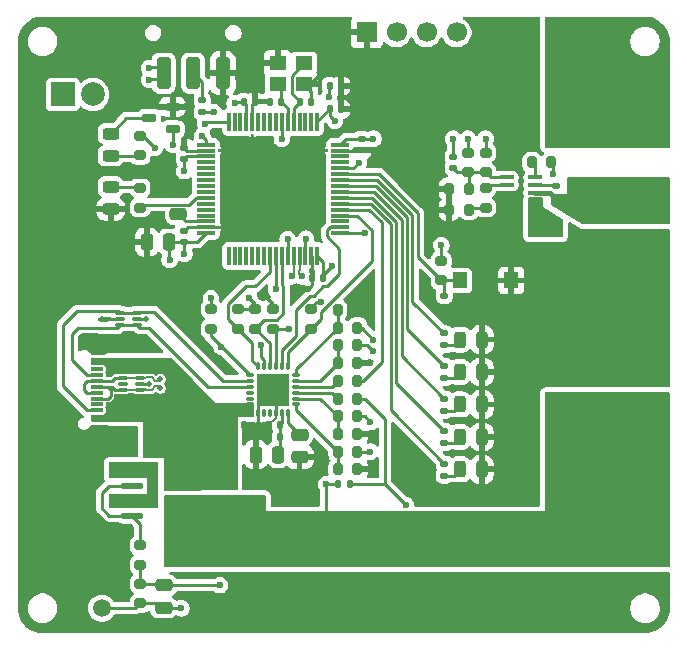
<source format=gbr>
%TF.GenerationSoftware,KiCad,Pcbnew,9.0.3-9.0.3-0~ubuntu22.04.1*%
%TF.CreationDate,2025-09-09T16:21:53+08:00*%
%TF.ProjectId,pdtrigger,70647472-6967-4676-9572-2e6b69636164,rev?*%
%TF.SameCoordinates,Original*%
%TF.FileFunction,Copper,L1,Top*%
%TF.FilePolarity,Positive*%
%FSLAX46Y46*%
G04 Gerber Fmt 4.6, Leading zero omitted, Abs format (unit mm)*
G04 Created by KiCad (PCBNEW 9.0.3-9.0.3-0~ubuntu22.04.1) date 2025-09-09 16:21:53*
%MOMM*%
%LPD*%
G01*
G04 APERTURE LIST*
G04 Aperture macros list*
%AMRoundRect*
0 Rectangle with rounded corners*
0 $1 Rounding radius*
0 $2 $3 $4 $5 $6 $7 $8 $9 X,Y pos of 4 corners*
0 Add a 4 corners polygon primitive as box body*
4,1,4,$2,$3,$4,$5,$6,$7,$8,$9,$2,$3,0*
0 Add four circle primitives for the rounded corners*
1,1,$1+$1,$2,$3*
1,1,$1+$1,$4,$5*
1,1,$1+$1,$6,$7*
1,1,$1+$1,$8,$9*
0 Add four rect primitives between the rounded corners*
20,1,$1+$1,$2,$3,$4,$5,0*
20,1,$1+$1,$4,$5,$6,$7,0*
20,1,$1+$1,$6,$7,$8,$9,0*
20,1,$1+$1,$8,$9,$2,$3,0*%
G04 Aperture macros list end*
%TA.AperFunction,ComponentPad*%
%ADD10C,2.200000*%
%TD*%
%TA.AperFunction,SMDPad,CuDef*%
%ADD11RoundRect,0.075000X-0.350000X0.075000X-0.350000X-0.075000X0.350000X-0.075000X0.350000X0.075000X0*%
%TD*%
%TA.AperFunction,SMDPad,CuDef*%
%ADD12RoundRect,0.075000X0.350000X-0.075000X0.350000X0.075000X-0.350000X0.075000X-0.350000X-0.075000X0*%
%TD*%
%TA.AperFunction,ComponentPad*%
%ADD13O,1.800000X1.200000*%
%TD*%
%TA.AperFunction,ComponentPad*%
%ADD14O,2.000000X1.100000*%
%TD*%
%TA.AperFunction,SMDPad,CuDef*%
%ADD15R,1.100000X0.550000*%
%TD*%
%TA.AperFunction,SMDPad,CuDef*%
%ADD16R,1.100000X0.300000*%
%TD*%
%TA.AperFunction,SMDPad,CuDef*%
%ADD17RoundRect,0.250000X0.350000X-1.100000X0.350000X1.100000X-0.350000X1.100000X-0.350000X-1.100000X0*%
%TD*%
%TA.AperFunction,ComponentPad*%
%ADD18C,1.500000*%
%TD*%
%TA.AperFunction,ComponentPad*%
%ADD19R,2.000000X2.000000*%
%TD*%
%TA.AperFunction,ComponentPad*%
%ADD20C,2.000000*%
%TD*%
%TA.AperFunction,SMDPad,CuDef*%
%ADD21RoundRect,0.250000X1.000000X-0.900000X1.000000X0.900000X-1.000000X0.900000X-1.000000X-0.900000X0*%
%TD*%
%TA.AperFunction,SMDPad,CuDef*%
%ADD22R,1.230000X1.360000*%
%TD*%
%TA.AperFunction,SMDPad,CuDef*%
%ADD23RoundRect,0.135000X-0.185000X0.135000X-0.185000X-0.135000X0.185000X-0.135000X0.185000X0.135000X0*%
%TD*%
%TA.AperFunction,SMDPad,CuDef*%
%ADD24RoundRect,0.200000X-0.275000X0.200000X-0.275000X-0.200000X0.275000X-0.200000X0.275000X0.200000X0*%
%TD*%
%TA.AperFunction,SMDPad,CuDef*%
%ADD25RoundRect,0.243750X0.243750X0.456250X-0.243750X0.456250X-0.243750X-0.456250X0.243750X-0.456250X0*%
%TD*%
%TA.AperFunction,SMDPad,CuDef*%
%ADD26RoundRect,0.140000X-0.170000X0.140000X-0.170000X-0.140000X0.170000X-0.140000X0.170000X0.140000X0*%
%TD*%
%TA.AperFunction,ComponentPad*%
%ADD27R,1.700000X1.700000*%
%TD*%
%TA.AperFunction,ComponentPad*%
%ADD28C,1.700000*%
%TD*%
%TA.AperFunction,SMDPad,CuDef*%
%ADD29O,1.890000X0.570000*%
%TD*%
%TA.AperFunction,SMDPad,CuDef*%
%ADD30RoundRect,0.200000X0.275000X-0.200000X0.275000X0.200000X-0.275000X0.200000X-0.275000X-0.200000X0*%
%TD*%
%TA.AperFunction,SMDPad,CuDef*%
%ADD31RoundRect,0.175000X-0.450000X-0.175000X0.450000X-0.175000X0.450000X0.175000X-0.450000X0.175000X0*%
%TD*%
%TA.AperFunction,SMDPad,CuDef*%
%ADD32RoundRect,0.070000X0.260000X0.070000X-0.260000X0.070000X-0.260000X-0.070000X0.260000X-0.070000X0*%
%TD*%
%TA.AperFunction,SMDPad,CuDef*%
%ADD33RoundRect,0.070000X0.070000X0.260000X-0.070000X0.260000X-0.070000X-0.260000X0.070000X-0.260000X0*%
%TD*%
%TA.AperFunction,SMDPad,CuDef*%
%ADD34R,2.800000X2.800000*%
%TD*%
%TA.AperFunction,SMDPad,CuDef*%
%ADD35RoundRect,0.140000X-0.140000X-0.170000X0.140000X-0.170000X0.140000X0.170000X-0.140000X0.170000X0*%
%TD*%
%TA.AperFunction,SMDPad,CuDef*%
%ADD36O,1.220000X0.360000*%
%TD*%
%TA.AperFunction,SMDPad,CuDef*%
%ADD37RoundRect,0.075000X-0.700000X0.075000X-0.700000X-0.075000X0.700000X-0.075000X0.700000X0.075000X0*%
%TD*%
%TA.AperFunction,SMDPad,CuDef*%
%ADD38RoundRect,0.075000X-0.075000X0.700000X-0.075000X-0.700000X0.075000X-0.700000X0.075000X0.700000X0*%
%TD*%
%TA.AperFunction,SMDPad,CuDef*%
%ADD39RoundRect,0.243750X0.456250X-0.243750X0.456250X0.243750X-0.456250X0.243750X-0.456250X-0.243750X0*%
%TD*%
%TA.AperFunction,SMDPad,CuDef*%
%ADD40RoundRect,0.250000X0.475000X-0.250000X0.475000X0.250000X-0.475000X0.250000X-0.475000X-0.250000X0*%
%TD*%
%TA.AperFunction,SMDPad,CuDef*%
%ADD41RoundRect,0.140000X0.170000X-0.140000X0.170000X0.140000X-0.170000X0.140000X-0.170000X-0.140000X0*%
%TD*%
%TA.AperFunction,SMDPad,CuDef*%
%ADD42RoundRect,0.250000X0.250000X0.475000X-0.250000X0.475000X-0.250000X-0.475000X0.250000X-0.475000X0*%
%TD*%
%TA.AperFunction,SMDPad,CuDef*%
%ADD43RoundRect,0.200000X0.200000X0.275000X-0.200000X0.275000X-0.200000X-0.275000X0.200000X-0.275000X0*%
%TD*%
%TA.AperFunction,SMDPad,CuDef*%
%ADD44RoundRect,0.200000X-0.200000X-0.275000X0.200000X-0.275000X0.200000X0.275000X-0.200000X0.275000X0*%
%TD*%
%TA.AperFunction,SMDPad,CuDef*%
%ADD45RoundRect,0.250000X-0.475000X0.250000X-0.475000X-0.250000X0.475000X-0.250000X0.475000X0.250000X0*%
%TD*%
%TA.AperFunction,SMDPad,CuDef*%
%ADD46RoundRect,0.140000X0.140000X0.170000X-0.140000X0.170000X-0.140000X-0.170000X0.140000X-0.170000X0*%
%TD*%
%TA.AperFunction,SMDPad,CuDef*%
%ADD47RoundRect,0.243750X-0.456250X0.243750X-0.456250X-0.243750X0.456250X-0.243750X0.456250X0.243750X0*%
%TD*%
%TA.AperFunction,SMDPad,CuDef*%
%ADD48R,1.400000X1.200000*%
%TD*%
%TA.AperFunction,ViaPad*%
%ADD49C,0.500000*%
%TD*%
%TA.AperFunction,ViaPad*%
%ADD50C,0.600000*%
%TD*%
%TA.AperFunction,ViaPad*%
%ADD51C,1.000000*%
%TD*%
%TA.AperFunction,Conductor*%
%ADD52C,0.250000*%
%TD*%
%TA.AperFunction,Conductor*%
%ADD53C,0.200000*%
%TD*%
%TA.AperFunction,Conductor*%
%ADD54C,0.500000*%
%TD*%
%TA.AperFunction,Conductor*%
%ADD55C,0.400000*%
%TD*%
G04 APERTURE END LIST*
D10*
%TO.P,U3,1,1*%
%TO.N,/V_BUS_OUT*%
X30000000Y-19500000D03*
%TO.P,U3,2,2*%
%TO.N,GND*%
X30000000Y-14500000D03*
%TD*%
D11*
%TO.P,D9,1,I/O1*%
%TO.N,/CC2*%
X-12940000Y-10500000D03*
%TO.P,D9,2,GND*%
%TO.N,GND*%
X-12940000Y-11000000D03*
%TO.P,D9,3,I/O2*%
%TO.N,/CC1*%
X-12940000Y-11500000D03*
%TO.P,D9,4,I/O2*%
X-11500000Y-11500000D03*
%TO.P,D9,5,VBUS*%
%TO.N,/VBUS*%
X-11500000Y-11000000D03*
%TO.P,D9,6,I/O1*%
%TO.N,/CC2*%
X-11500000Y-10500000D03*
%TD*%
D12*
%TO.P,D8,6,I/O1*%
%TO.N,/USB_D+*%
X-12720000Y-17000000D03*
%TO.P,D8,5,VBUS*%
%TO.N,unconnected-(D8-VBUS-Pad5)*%
X-12720000Y-16500000D03*
%TO.P,D8,4,I/O2*%
%TO.N,/USB_D-*%
X-12720000Y-16000000D03*
%TO.P,D8,3,I/O2*%
X-11280000Y-16000000D03*
%TO.P,D8,2,GND*%
%TO.N,GND*%
X-11280000Y-16500000D03*
%TO.P,D8,1,I/O1*%
%TO.N,/USB_D+*%
X-11280000Y-17000000D03*
%TD*%
D13*
%TO.P,J2,S1,SHIELD*%
%TO.N,GND*%
X-19680000Y-21320000D03*
D14*
X-15470000Y-21320000D03*
D13*
X-19680000Y-12680000D03*
D14*
X-15470000Y-12680000D03*
D15*
%TO.P,J2,B12,GND*%
X-14920000Y-20200000D03*
%TO.P,J2,B9,VBUS*%
%TO.N,/VBUS*%
X-14920000Y-19400000D03*
D16*
%TO.P,J2,B8,SBU2*%
%TO.N,unconnected-(J2-SBU2-PadB8)*%
X-14920000Y-15250000D03*
%TO.P,J2,B7,D-*%
%TO.N,/USB_D-*%
X-14920000Y-17250000D03*
%TO.P,J2,B6,D+*%
%TO.N,/USB_D+*%
X-14920000Y-17750000D03*
%TO.P,J2,B5,CC2*%
%TO.N,/CC2*%
X-14920000Y-18750000D03*
D15*
%TO.P,J2,B4,VBUS*%
%TO.N,/VBUS*%
X-14920000Y-19400000D03*
%TO.P,J2,B1,GND*%
%TO.N,GND*%
X-14920000Y-20200000D03*
%TO.P,J2,A12,GND*%
X-14920000Y-13800000D03*
%TO.P,J2,A9,VBUS*%
%TO.N,/VBUS*%
X-14920000Y-14600000D03*
D16*
%TO.P,J2,A8,SBU1*%
%TO.N,unconnected-(J2-SBU1-PadA8)*%
X-14920000Y-18250000D03*
%TO.P,J2,A7,D-*%
%TO.N,/USB_D-*%
X-14920000Y-16250000D03*
%TO.P,J2,A6,D+*%
%TO.N,/USB_D+*%
X-14920000Y-16750000D03*
%TO.P,J2,A5,CC1*%
%TO.N,/CC1*%
X-14920000Y-15750000D03*
D15*
%TO.P,J2,A4,VBUS*%
%TO.N,/VBUS*%
X-14920000Y-14600000D03*
%TO.P,J2,A1,GND*%
%TO.N,GND*%
X-14920000Y-13800000D03*
%TD*%
D17*
%TO.P,SW1,3,C*%
%TO.N,GND*%
X-4250000Y9797500D03*
%TO.P,SW1,2,B*%
%TO.N,/SW_BOOT0*%
X-6750000Y9797500D03*
%TO.P,SW1,1,A*%
%TO.N,+3V3_MCU*%
X-9250000Y9797500D03*
%TD*%
D18*
%TO.P,TP3,1,1*%
%TO.N,/VBUS*%
X-14500000Y-35500000D03*
%TD*%
%TO.P,TP3,1,1*%
%TO.N,GND*%
X26500000Y-35500000D03*
%TD*%
%TO.P,TP3,1,1*%
%TO.N,/V_BUS_OUT*%
X31500000Y-30250000D03*
%TD*%
D19*
%TO.P,J3,1,Pin_1*%
%TO.N,/UART_TX*%
X-17790000Y8000000D03*
D20*
%TO.P,J3,2,Pin_2*%
%TO.N,/UART_RX*%
X-15250000Y8000000D03*
%TD*%
D21*
%TO.P,L1,1,1*%
%TO.N,/LX*%
X28500000Y-1200000D03*
%TO.P,L1,2,2*%
%TO.N,+3V3_MCU*%
X28500000Y5700000D03*
%TD*%
D22*
%TO.P,SW2,1,1*%
%TO.N,GND*%
X20180000Y-7750000D03*
%TO.P,SW2,2,2*%
%TO.N,/MODE_BTN*%
X15820000Y-7750000D03*
%TD*%
D23*
%TO.P,R32,1*%
%TO.N,/LED_PDO5*%
X14500000Y-23250000D03*
%TO.P,R32,2*%
%TO.N,Net-(D7-A)*%
X14500000Y-24270000D03*
%TD*%
%TO.P,R31,1*%
%TO.N,/LED_PDO4*%
X14500000Y-20490000D03*
%TO.P,R31,2*%
%TO.N,Net-(D6-A)*%
X14500000Y-21510000D03*
%TD*%
%TO.P,R30,1*%
%TO.N,/LED_PDO3*%
X14500000Y-17750000D03*
%TO.P,R30,2*%
%TO.N,Net-(D5-A)*%
X14500000Y-18770000D03*
%TD*%
%TO.P,R29,1*%
%TO.N,/LED_PDO2*%
X14500000Y-14990000D03*
%TO.P,R29,2*%
%TO.N,Net-(D4-A)*%
X14500000Y-16010000D03*
%TD*%
%TO.P,R28,1*%
%TO.N,/LED_PDO1*%
X14500000Y-12230000D03*
%TO.P,R28,2*%
%TO.N,Net-(D3-A)*%
X14500000Y-13250000D03*
%TD*%
D24*
%TO.P,R27,1*%
%TO.N,+3V3_MCU*%
X14250000Y-6100000D03*
%TO.P,R27,2*%
%TO.N,/MODE_BTN*%
X14250000Y-7750000D03*
%TD*%
D25*
%TO.P,D7,1,K*%
%TO.N,GND*%
X17687500Y-23750000D03*
%TO.P,D7,2,A*%
%TO.N,Net-(D7-A)*%
X15812500Y-23750000D03*
%TD*%
%TO.P,D6,1,K*%
%TO.N,GND*%
X17687500Y-21000000D03*
%TO.P,D6,2,A*%
%TO.N,Net-(D6-A)*%
X15812500Y-21000000D03*
%TD*%
%TO.P,D5,1,K*%
%TO.N,GND*%
X17687500Y-18250000D03*
%TO.P,D5,2,A*%
%TO.N,Net-(D5-A)*%
X15812500Y-18250000D03*
%TD*%
%TO.P,D4,1,K*%
%TO.N,GND*%
X17687500Y-15500000D03*
%TO.P,D4,2,A*%
%TO.N,Net-(D4-A)*%
X15812500Y-15500000D03*
%TD*%
%TO.P,D3,1,K*%
%TO.N,GND*%
X17687500Y-12750000D03*
%TO.P,D3,2,A*%
%TO.N,Net-(D3-A)*%
X15812500Y-12750000D03*
%TD*%
D26*
%TO.P,C26,1*%
%TO.N,/MODE_BTN*%
X14500000Y-9040000D03*
%TO.P,C26,2*%
%TO.N,GND*%
X14500000Y-10000000D03*
%TD*%
D27*
%TO.P,J1,1,Pin_1*%
%TO.N,GND*%
X7940000Y13250000D03*
D28*
%TO.P,J1,2,Pin_2*%
%TO.N,/SWCLK*%
X10480000Y13250000D03*
%TO.P,J1,3,Pin_3*%
%TO.N,/SWDIO*%
X13020000Y13250000D03*
%TO.P,J1,4,Pin_4*%
%TO.N,+3V3_MCU*%
X15560000Y13250000D03*
%TD*%
D24*
%TO.P,R13,2*%
%TO.N,/I2C3_SCL*%
X-5250000Y-11825000D03*
%TO.P,R13,1*%
%TO.N,+3V3_MCU*%
X-5250000Y-10175000D03*
%TD*%
D29*
%TO.P,Q1,8,D1*%
%TO.N,/VBUS*%
X-6550000Y-23840000D03*
%TO.P,Q1,7,D1*%
X-6550000Y-25120000D03*
%TO.P,Q1,6,D2*%
%TO.N,/V_BUS_OUT*%
X-6550000Y-26380000D03*
%TO.P,Q1,5,D2*%
X-6550000Y-27650000D03*
%TO.P,Q1,4,G2*%
%TO.N,Net-(Q1-G1)*%
X-11950000Y-27650000D03*
%TO.P,Q1,3,S2*%
%TO.N,/LOAD_SOURCE*%
X-11950000Y-26380000D03*
%TO.P,Q1,2,G1*%
%TO.N,Net-(Q1-G1)*%
X-11950000Y-25120000D03*
%TO.P,Q1,1,S1*%
%TO.N,/LOAD_SOURCE*%
X-11950000Y-23840000D03*
%TD*%
D30*
%TO.P,R1,2*%
%TO.N,Net-(D1-A)*%
X-11250000Y75000D03*
%TO.P,R1,1*%
%TO.N,/STATUS_LED*%
X-11250000Y-1575000D03*
%TD*%
D24*
%TO.P,R12,2*%
%TO.N,Net-(D2-A)*%
X-11250000Y2862500D03*
%TO.P,R12,1*%
%TO.N,+3V3_MCU*%
X-11250000Y4512500D03*
%TD*%
D31*
%TO.P,Q3,1,D*%
%TO.N,Net-(D2-K)*%
X-10500000Y6000000D03*
%TO.P,Q3,2,G*%
%TO.N,/PD_FAULT*%
X-8500000Y5050000D03*
%TO.P,Q3,3,S*%
%TO.N,GND*%
X-8500000Y6950000D03*
%TD*%
D24*
%TO.P,R19,2*%
%TO.N,/PD_FLIP*%
X-1500000Y-11825000D03*
%TO.P,R19,1*%
%TO.N,+3V3_MCU*%
X-1500000Y-10175000D03*
%TD*%
%TO.P,R14,2*%
%TO.N,/I2C3_SDA*%
X-3000000Y-11825000D03*
%TO.P,R14,1*%
%TO.N,+3V3_MCU*%
X-3000000Y-10175000D03*
%TD*%
D23*
%TO.P,R2,1*%
%TO.N,/SW_BOOT0*%
X-6000000Y7510000D03*
%TO.P,R2,2*%
%TO.N,/BOOT0*%
X-6000000Y6490000D03*
%TD*%
D32*
%TO.P,U2,1,VBUS_MIN*%
%TO.N,/VBUS_MIN*%
X1970000Y-18250000D03*
%TO.P,U2,2,VBUS_MAX*%
%TO.N,/VBUS_MAX*%
X1970000Y-17750000D03*
%TO.P,U2,3,VBUS_FET_EN*%
%TO.N,/VBUS_FET_EN*%
X1970000Y-17250000D03*
%TO.P,U2,4,SAFE_PWR_EN*%
%TO.N,/SAFE_PWR_EN*%
X1970000Y-16750000D03*
%TO.P,U2,5,ISNK_COARSE*%
%TO.N,/ISINK_COAR*%
X1970000Y-16250000D03*
%TO.P,U2,6,ISNK_FINE*%
%TO.N,/ISINK_FINE*%
X1970000Y-15750000D03*
D33*
%TO.P,U2,7,HPI_INT*%
%TO.N,/PD_INT*%
X1250000Y-15030000D03*
%TO.P,U2,8,GPIO_1*%
%TO.N,/PD_GPIO*%
X750000Y-15030000D03*
%TO.P,U2,9,FAULT*%
%TO.N,/PD_FAULT*%
X250000Y-15030000D03*
%TO.P,U2,10,FLIP*%
%TO.N,/PD_FLIP*%
X-250000Y-15030000D03*
%TO.P,U2,11,VDC_OUT*%
%TO.N,/V_BUS_OUT*%
X-750000Y-15030000D03*
%TO.P,U2,12,HPI_SDA*%
%TO.N,/I2C3_SDA*%
X-1250000Y-15030000D03*
D32*
%TO.P,U2,13,HPI_SCL*%
%TO.N,/I2C3_SCL*%
X-1970000Y-15750000D03*
%TO.P,U2,14,CC2*%
%TO.N,/CC2*%
X-1970000Y-16250000D03*
%TO.P,U2,15,CC1*%
%TO.N,/CC1*%
X-1970000Y-16750000D03*
%TO.P,U2,16,D-*%
%TO.N,unconnected-(U2-D--Pad16)*%
X-1970000Y-17250000D03*
%TO.P,U2,17,D+*%
%TO.N,unconnected-(U2-D+-Pad17)*%
X-1970000Y-17750000D03*
%TO.P,U2,18,VBUS_IN*%
%TO.N,/VBUS*%
X-1970000Y-18250000D03*
D33*
%TO.P,U2,19,GND*%
%TO.N,GND*%
X-1250000Y-18970000D03*
%TO.P,U2,20,DNU1*%
%TO.N,unconnected-(U2-DNU1-Pad20)*%
X-750000Y-18970000D03*
%TO.P,U2,21,DNU2*%
%TO.N,unconnected-(U2-DNU2-Pad21)*%
X-250000Y-18970000D03*
%TO.P,U2,22,GND*%
%TO.N,GND*%
X250000Y-18970000D03*
%TO.P,U2,23,VDDD*%
%TO.N,+3V3*%
X750000Y-18970000D03*
%TO.P,U2,24,VCCD*%
%TO.N,/PDC_VCCD*%
X1250000Y-18970000D03*
D34*
%TO.P,U2,25,EPAD*%
%TO.N,GND*%
X0Y-17000000D03*
%TD*%
D35*
%TO.P,C3,2*%
%TO.N,GND*%
X-1520000Y7400000D03*
%TO.P,C3,1*%
%TO.N,+3V3_MCU*%
X-2480000Y7400000D03*
%TD*%
%TO.P,C10,2*%
%TO.N,GND*%
X3230000Y7400000D03*
%TO.P,C10,1*%
%TO.N,/HSE_IN*%
X2270000Y7400000D03*
%TD*%
D36*
%TO.P,U4,1,FB*%
%TO.N,/BUCK_FB*%
X19790000Y980000D03*
%TO.P,U4,2,FS*%
%TO.N,/BUCK_FS*%
X19790000Y330000D03*
%TO.P,U4,3,GND*%
%TO.N,GND*%
X19790000Y-320000D03*
%TO.P,U4,4,GND*%
X19790000Y-980000D03*
%TO.P,U4,5,IN*%
%TO.N,/VBUS*%
X22210000Y-980000D03*
%TO.P,U4,6,LX*%
%TO.N,/LX*%
X22210000Y-320000D03*
%TO.P,U4,7,BS*%
%TO.N,Net-(U4-BS)*%
X22210000Y330000D03*
%TO.P,U4,8,EN*%
%TO.N,Net-(U4-EN)*%
X22210000Y980000D03*
%TD*%
D37*
%TO.P,U1,64,VDD*%
%TO.N,+3V3_MCU*%
X5675000Y3750000D03*
%TO.P,U1,63,VSS*%
%TO.N,GND*%
X5675000Y3250000D03*
%TO.P,U1,62,PB9*%
%TO.N,unconnected-(U1-PB9-Pad62)*%
X5675000Y2750000D03*
%TO.P,U1,61,PB8*%
%TO.N,unconnected-(U1-PB8-Pad61)*%
X5675000Y2250000D03*
%TO.P,U1,60,BOOT0*%
%TO.N,/BOOT0*%
X5675000Y1750000D03*
%TO.P,U1,59,PB7*%
%TO.N,/MODE_BTN*%
X5675000Y1250000D03*
%TO.P,U1,58,PB6*%
%TO.N,/LED_PDO1*%
X5675000Y750000D03*
%TO.P,U1,57,PB5*%
%TO.N,/LED_PDO2*%
X5675000Y250000D03*
%TO.P,U1,56,PB4*%
%TO.N,/LED_PDO3*%
X5675000Y-250000D03*
%TO.P,U1,55,PB3*%
%TO.N,/LED_PDO4*%
X5675000Y-750000D03*
%TO.P,U1,54,PD2*%
%TO.N,/LED_PDO5*%
X5675000Y-1250000D03*
%TO.P,U1,53,PC12*%
%TO.N,/PD_SAFE*%
X5675000Y-1750000D03*
%TO.P,U1,52,PC11*%
%TO.N,/PD_INT*%
X5675000Y-2250000D03*
%TO.P,U1,51,PC10*%
%TO.N,unconnected-(U1-PC10-Pad51)*%
X5675000Y-2750000D03*
%TO.P,U1,50,PA15*%
%TO.N,/PD_GPIO*%
X5675000Y-3250000D03*
%TO.P,U1,49,PA14*%
%TO.N,/SWCLK*%
X5675000Y-3750000D03*
D38*
%TO.P,U1,48,VDD*%
%TO.N,+3V3_MCU*%
X3750000Y-5675000D03*
%TO.P,U1,47,VSS*%
%TO.N,GND*%
X3250000Y-5675000D03*
%TO.P,U1,46,PA13*%
%TO.N,/SWDIO*%
X2750000Y-5675000D03*
%TO.P,U1,45,PA12*%
%TO.N,/USB_D+*%
X2250000Y-5675000D03*
%TO.P,U1,44,PA11*%
%TO.N,/USB_D-*%
X1750000Y-5675000D03*
%TO.P,U1,43,PA10*%
%TO.N,/PD_FAULT*%
X1250000Y-5675000D03*
%TO.P,U1,42,PA9*%
%TO.N,/PD_FLIP*%
X750000Y-5675000D03*
%TO.P,U1,41,PA8*%
%TO.N,/I2C3_SCL*%
X250000Y-5675000D03*
%TO.P,U1,40,PC9*%
%TO.N,/I2C3_SDA*%
X-250000Y-5675000D03*
%TO.P,U1,39,PC8*%
%TO.N,unconnected-(U1-PC8-Pad39)*%
X-750000Y-5675000D03*
%TO.P,U1,38,PC7*%
%TO.N,unconnected-(U1-PC7-Pad38)*%
X-1250000Y-5675000D03*
%TO.P,U1,37,PC6*%
%TO.N,unconnected-(U1-PC6-Pad37)*%
X-1750000Y-5675000D03*
%TO.P,U1,36,PB15*%
%TO.N,unconnected-(U1-PB15-Pad36)*%
X-2250000Y-5675000D03*
%TO.P,U1,35,PB14*%
%TO.N,unconnected-(U1-PB14-Pad35)*%
X-2750000Y-5675000D03*
%TO.P,U1,34,PB13*%
%TO.N,unconnected-(U1-PB13-Pad34)*%
X-3250000Y-5675000D03*
%TO.P,U1,33,PB12*%
%TO.N,unconnected-(U1-PB12-Pad33)*%
X-3750000Y-5675000D03*
D37*
%TO.P,U1,32,VDD*%
%TO.N,+3V3_MCU*%
X-5675000Y-3750000D03*
%TO.P,U1,31,VSS*%
%TO.N,GND*%
X-5675000Y-3250000D03*
%TO.P,U1,30,VCAP1*%
%TO.N,/VCAP1*%
X-5675000Y-2750000D03*
%TO.P,U1,29,PB10*%
%TO.N,unconnected-(U1-PB10-Pad29)*%
X-5675000Y-2250000D03*
%TO.P,U1,28,PB2*%
%TO.N,unconnected-(U1-PB2-Pad28)*%
X-5675000Y-1750000D03*
%TO.P,U1,27,PB1*%
%TO.N,unconnected-(U1-PB1-Pad27)*%
X-5675000Y-1250000D03*
%TO.P,U1,26,PB0*%
%TO.N,/STATUS_LED*%
X-5675000Y-750000D03*
%TO.P,U1,25,PC5*%
%TO.N,unconnected-(U1-PC5-Pad25)*%
X-5675000Y-250000D03*
%TO.P,U1,24,PC4*%
%TO.N,unconnected-(U1-PC4-Pad24)*%
X-5675000Y250000D03*
%TO.P,U1,23,PA7*%
%TO.N,unconnected-(U1-PA7-Pad23)*%
X-5675000Y750000D03*
%TO.P,U1,22,PA6*%
%TO.N,unconnected-(U1-PA6-Pad22)*%
X-5675000Y1250000D03*
%TO.P,U1,21,PA5*%
%TO.N,unconnected-(U1-PA5-Pad21)*%
X-5675000Y1750000D03*
%TO.P,U1,20,PA4*%
%TO.N,unconnected-(U1-PA4-Pad20)*%
X-5675000Y2250000D03*
%TO.P,U1,19,VDD*%
%TO.N,+3V3_MCU*%
X-5675000Y2750000D03*
%TO.P,U1,18,VSS*%
%TO.N,GND*%
X-5675000Y3250000D03*
%TO.P,U1,17,PA3*%
%TO.N,/UART_RX*%
X-5675000Y3750000D03*
D38*
%TO.P,U1,16,PA2*%
%TO.N,/UART_TX*%
X-3750000Y5675000D03*
%TO.P,U1,15,PA1*%
%TO.N,unconnected-(U1-PA1-Pad15)*%
X-3250000Y5675000D03*
%TO.P,U1,14,PA0*%
%TO.N,unconnected-(U1-PA0-Pad14)*%
X-2750000Y5675000D03*
%TO.P,U1,13,VREF+*%
%TO.N,+3V3_MCU*%
X-2250000Y5675000D03*
%TO.P,U1,12,VSSA*%
%TO.N,GND*%
X-1750000Y5675000D03*
%TO.P,U1,11,PC3*%
%TO.N,unconnected-(U1-PC3-Pad11)*%
X-1250000Y5675000D03*
%TO.P,U1,10,PC2*%
%TO.N,unconnected-(U1-PC2-Pad10)*%
X-750000Y5675000D03*
%TO.P,U1,9,PC1*%
%TO.N,unconnected-(U1-PC1-Pad9)*%
X-250000Y5675000D03*
%TO.P,U1,8,PC0*%
%TO.N,unconnected-(U1-PC0-Pad8)*%
X250000Y5675000D03*
%TO.P,U1,7,NRST*%
%TO.N,/NRST*%
X750000Y5675000D03*
%TO.P,U1,6,PH1*%
%TO.N,/HSE_OUT*%
X1250000Y5675000D03*
%TO.P,U1,5,PH0*%
%TO.N,/HSE_IN*%
X1750000Y5675000D03*
%TO.P,U1,4,PC15*%
%TO.N,unconnected-(U1-PC15-Pad4)*%
X2250000Y5675000D03*
%TO.P,U1,3,PC14*%
%TO.N,unconnected-(U1-PC14-Pad3)*%
X2750000Y5675000D03*
%TO.P,U1,2,PC13*%
%TO.N,unconnected-(U1-PC13-Pad2)*%
X3250000Y5675000D03*
%TO.P,U1,1,VBAT*%
%TO.N,+3V3_MCU*%
X3750000Y5675000D03*
%TD*%
D30*
%TO.P,R17,1*%
%TO.N,/VBUS*%
X-11250000Y-35075000D03*
%TO.P,R17,2*%
%TO.N,Net-(C18-Pad2)*%
X-11250000Y-33425000D03*
%TD*%
D39*
%TO.P,D1,1,K*%
%TO.N,GND*%
X-13750000Y-1687500D03*
%TO.P,D1,2,A*%
%TO.N,Net-(D1-A)*%
X-13750000Y187500D03*
%TD*%
D40*
%TO.P,C2,1*%
%TO.N,/VCAP1*%
X-8000000Y-2150000D03*
%TO.P,C2,2*%
%TO.N,GND*%
X-8000000Y-250000D03*
%TD*%
D35*
%TO.P,C13,1*%
%TO.N,/VBUS*%
X-3380000Y-20000000D03*
%TO.P,C13,2*%
%TO.N,GND*%
X-2420000Y-20000000D03*
%TD*%
D41*
%TO.P,C7,1*%
%TO.N,+3V3_MCU*%
X-7500000Y2520000D03*
%TO.P,C7,2*%
%TO.N,GND*%
X-7500000Y3480000D03*
%TD*%
D35*
%TO.P,C8,1*%
%TO.N,+3V3_MCU*%
X4790000Y6750000D03*
%TO.P,C8,2*%
%TO.N,GND*%
X5750000Y6750000D03*
%TD*%
D42*
%TO.P,C21,1*%
%TO.N,/VBUS*%
X22450000Y-3000000D03*
%TO.P,C21,2*%
%TO.N,GND*%
X20550000Y-3000000D03*
%TD*%
D40*
%TO.P,C20,1*%
%TO.N,/V_BUS_OUT*%
X24500000Y-17950000D03*
%TO.P,C20,2*%
%TO.N,GND*%
X24500000Y-16050000D03*
%TD*%
D43*
%TO.P,R3,1*%
%TO.N,+3V3_MCU*%
X7150000Y-19250000D03*
%TO.P,R3,2*%
%TO.N,/VBUS_MAX*%
X5500000Y-19250000D03*
%TD*%
%TO.P,R21,1*%
%TO.N,/VBUS*%
X23575000Y2250000D03*
%TO.P,R21,2*%
%TO.N,Net-(U4-EN)*%
X21925000Y2250000D03*
%TD*%
D40*
%TO.P,C19,1*%
%TO.N,/VBUS*%
X-9250000Y-35450000D03*
%TO.P,C19,2*%
%TO.N,Net-(C18-Pad2)*%
X-9250000Y-33550000D03*
%TD*%
D44*
%TO.P,R6,1*%
%TO.N,/VBUS_MIN*%
X5500000Y-23750000D03*
%TO.P,R6,2*%
%TO.N,GND*%
X7150000Y-23750000D03*
%TD*%
D42*
%TO.P,C12,1*%
%TO.N,/VBUS*%
X-10300000Y-21400000D03*
%TO.P,C12,2*%
%TO.N,GND*%
X-12200000Y-21400000D03*
%TD*%
D24*
%TO.P,R18,1*%
%TO.N,+3V3_MCU*%
X3250000Y-10175000D03*
%TO.P,R18,2*%
%TO.N,/PD_INT*%
X3250000Y-11825000D03*
%TD*%
D26*
%TO.P,C25,1*%
%TO.N,+3V3_MCU*%
X15250000Y2730000D03*
%TO.P,C25,2*%
%TO.N,/BUCK_FB*%
X15250000Y1770000D03*
%TD*%
D43*
%TO.P,R7,1*%
%TO.N,+3V3_MCU*%
X7150000Y-13250000D03*
%TO.P,R7,2*%
%TO.N,/ISINK_COAR*%
X5500000Y-13250000D03*
%TD*%
D42*
%TO.P,C23,1*%
%TO.N,+3V3_MCU*%
X23700000Y4790000D03*
%TO.P,C23,2*%
%TO.N,GND*%
X21800000Y4790000D03*
%TD*%
D24*
%TO.P,R22,1*%
%TO.N,/BUCK_FS*%
X18000000Y75000D03*
%TO.P,R22,2*%
%TO.N,Net-(R22-Pad2)*%
X18000000Y-1575000D03*
%TD*%
D30*
%TO.P,R11,1*%
%TO.N,/PD_FAULT*%
X0Y-11825000D03*
%TO.P,R11,2*%
%TO.N,GND*%
X0Y-10175000D03*
%TD*%
D45*
%TO.P,C17,1*%
%TO.N,/PDC_VCCD*%
X2250000Y-20800000D03*
%TO.P,C17,2*%
%TO.N,GND*%
X2250000Y-22700000D03*
%TD*%
D44*
%TO.P,R9,1*%
%TO.N,/ISINK_FINE*%
X5500000Y-10250000D03*
%TO.P,R9,2*%
%TO.N,GND*%
X7150000Y-10250000D03*
%TD*%
D46*
%TO.P,C15,1*%
%TO.N,+3V3*%
X580000Y-20000000D03*
%TO.P,C15,2*%
%TO.N,GND*%
X-380000Y-20000000D03*
%TD*%
D24*
%TO.P,R25,1*%
%TO.N,+3V3_MCU*%
X18000000Y3075000D03*
%TO.P,R25,2*%
%TO.N,/BUCK_FB*%
X18000000Y1425000D03*
%TD*%
D42*
%TO.P,C9,1*%
%TO.N,+3V3_MCU*%
X-8800000Y-4500000D03*
%TO.P,C9,2*%
%TO.N,GND*%
X-10700000Y-4500000D03*
%TD*%
D44*
%TO.P,R8,1*%
%TO.N,/ISINK_COAR*%
X5500000Y-14750000D03*
%TO.P,R8,2*%
%TO.N,GND*%
X7150000Y-14750000D03*
%TD*%
D42*
%TO.P,C14,1*%
%TO.N,+3V3*%
X450000Y-22500000D03*
%TO.P,C14,2*%
%TO.N,GND*%
X-1450000Y-22500000D03*
%TD*%
D44*
%TO.P,R4,1*%
%TO.N,/VBUS_MAX*%
X5500000Y-20750000D03*
%TO.P,R4,2*%
%TO.N,GND*%
X7150000Y-20750000D03*
%TD*%
D43*
%TO.P,R10,1*%
%TO.N,+3V3_MCU*%
X7150000Y-11750000D03*
%TO.P,R10,2*%
%TO.N,/ISINK_FINE*%
X5500000Y-11750000D03*
%TD*%
D35*
%TO.P,C1,1*%
%TO.N,/NRST*%
X4790000Y8750000D03*
%TO.P,C1,2*%
%TO.N,GND*%
X5750000Y8750000D03*
%TD*%
D46*
%TO.P,C5,1*%
%TO.N,+3V3_MCU*%
X4230000Y-7500000D03*
%TO.P,C5,2*%
%TO.N,GND*%
X3270000Y-7500000D03*
%TD*%
D43*
%TO.P,R20,1*%
%TO.N,/PD_SAFE*%
X7150000Y-16250000D03*
%TO.P,R20,2*%
%TO.N,/SAFE_PWR_EN*%
X5500000Y-16250000D03*
%TD*%
%TO.P,R16,1*%
%TO.N,Net-(C18-Pad2)*%
X7150000Y-17750000D03*
%TO.P,R16,2*%
%TO.N,/VBUS_FET_EN*%
X5500000Y-17750000D03*
%TD*%
D47*
%TO.P,D2,1,K*%
%TO.N,Net-(D2-K)*%
X-13750000Y4687500D03*
%TO.P,D2,2,A*%
%TO.N,Net-(D2-A)*%
X-13750000Y2812500D03*
%TD*%
D43*
%TO.P,R5,1*%
%TO.N,+3V3_MCU*%
X7150000Y-22250000D03*
%TO.P,R5,2*%
%TO.N,/VBUS_MIN*%
X5500000Y-22250000D03*
%TD*%
D24*
%TO.P,R15,1*%
%TO.N,Net-(Q1-G1)*%
X-11250000Y-30175000D03*
%TO.P,R15,2*%
%TO.N,Net-(C18-Pad2)*%
X-11250000Y-31825000D03*
%TD*%
D48*
%TO.P,Y1,1,1*%
%TO.N,/HSE_IN*%
X2600000Y10630000D03*
%TO.P,Y1,2,2*%
%TO.N,GND*%
X400000Y10630000D03*
%TO.P,Y1,3,3*%
%TO.N,/HSE_OUT*%
X400000Y8870000D03*
%TO.P,Y1,4,4*%
%TO.N,GND*%
X2600000Y8870000D03*
%TD*%
D35*
%TO.P,C18,1*%
%TO.N,/V_BUS_OUT*%
X5520000Y-25000000D03*
%TO.P,C18,2*%
%TO.N,Net-(C18-Pad2)*%
X6480000Y-25000000D03*
%TD*%
D41*
%TO.P,C4,1*%
%TO.N,+3V3_MCU*%
X-7500000Y-4480000D03*
%TO.P,C4,2*%
%TO.N,GND*%
X-7500000Y-3520000D03*
%TD*%
D46*
%TO.P,C16,1*%
%TO.N,+3V3*%
X580000Y-21000000D03*
%TO.P,C16,2*%
%TO.N,GND*%
X-380000Y-21000000D03*
%TD*%
D43*
%TO.P,R26,1*%
%TO.N,/BUCK_FB*%
X16575000Y0D03*
%TO.P,R26,2*%
%TO.N,GND*%
X14925000Y0D03*
%TD*%
D24*
%TO.P,R24,1*%
%TO.N,+3V3_MCU*%
X16500000Y3075000D03*
%TO.P,R24,2*%
%TO.N,/BUCK_FB*%
X16500000Y1425000D03*
%TD*%
D43*
%TO.P,R23,1*%
%TO.N,Net-(R22-Pad2)*%
X16575000Y-1750000D03*
%TO.P,R23,2*%
%TO.N,GND*%
X14925000Y-1750000D03*
%TD*%
D46*
%TO.P,C11,1*%
%TO.N,/HSE_OUT*%
X710000Y7400000D03*
%TO.P,C11,2*%
%TO.N,GND*%
X-250000Y7400000D03*
%TD*%
D26*
%TO.P,C22,1*%
%TO.N,Net-(U4-BS)*%
X24000000Y230000D03*
%TO.P,C22,2*%
%TO.N,/LX*%
X24000000Y-730000D03*
%TD*%
D42*
%TO.P,C24,1*%
%TO.N,+3V3_MCU*%
X23700000Y7040000D03*
%TO.P,C24,2*%
%TO.N,GND*%
X21800000Y7040000D03*
%TD*%
D26*
%TO.P,C6,1*%
%TO.N,+3V3_MCU*%
X7500000Y4230000D03*
%TO.P,C6,2*%
%TO.N,GND*%
X7500000Y3270000D03*
%TD*%
D49*
%TO.N,/VBUS*%
X-10250000Y-14750000D03*
%TO.N,/USB_D-*%
X-9524997Y-16125000D03*
%TO.N,/USB_D+*%
X-9524997Y-16875000D03*
%TO.N,GND*%
X-10500000Y-16500000D03*
X-14500000Y-11000000D03*
%TO.N,/VBUS*%
X-10750000Y-11000000D03*
D50*
%TO.N,GND*%
X750000Y-17750000D03*
X0Y-17750000D03*
X-750000Y-17750000D03*
X-750000Y-17000000D03*
X-750000Y-16250000D03*
X0Y-16250000D03*
X750000Y-16250000D03*
X750000Y-17000000D03*
X0Y-17000000D03*
%TO.N,/UART_TX*%
X-5750000Y5500000D03*
%TO.N,/UART_RX*%
X-6000000Y4500000D03*
%TO.N,GND*%
X22000000Y-34750000D03*
X22000000Y-36500000D03*
X12750000Y-36500000D03*
X3750000Y-36500000D03*
X17250000Y-34750000D03*
X19000000Y-22500000D03*
X19000000Y-19750000D03*
X19000000Y-14250000D03*
X15750000Y-10500000D03*
X22250000Y-5500000D03*
X22250000Y-10000000D03*
X11250000Y-22500000D03*
X13250000Y-26000000D03*
X20250000Y-26000000D03*
X19000000Y-11500000D03*
%TO.N,+3V3_MCU*%
X14250000Y-4750000D03*
%TO.N,GND*%
X-16750000Y-31750000D03*
X-16750000Y-29250000D03*
X-16750000Y-30500000D03*
X-18000000Y-31750000D03*
X-18000000Y-29250000D03*
X-18000000Y-30500000D03*
X-19250000Y-31750000D03*
X-19250000Y-29250000D03*
X-9500000Y1250000D03*
X8750000Y2500000D03*
X6500000Y5500000D03*
X11750000Y1500000D03*
X11750000Y4250000D03*
X1800000Y-24900000D03*
X7750000Y-8750000D03*
X-13500000Y-21750000D03*
X-13500000Y-20750000D03*
X-11250000Y-13000000D03*
X-12000000Y-13000000D03*
X-12750000Y-13000000D03*
X-13500000Y-13000000D03*
X-19250000Y-30500000D03*
X-500000Y-36500000D03*
X-500000Y-34750000D03*
X8000000Y-36500000D03*
X17250000Y-36500000D03*
X32750000Y-15500000D03*
X32750000Y-13250000D03*
X27000000Y-15500000D03*
X27000000Y-13250000D03*
X32000000Y-5000000D03*
X23500000Y-12250000D03*
X26250000Y-5750000D03*
X19000000Y-3250000D03*
X19500000Y-2000000D03*
X20500000Y10000000D03*
X9250000Y6250000D03*
X17000000Y6250000D03*
X17000000Y9250000D03*
X9250000Y9210000D03*
X3500000Y13500000D03*
X500000Y13500000D03*
X-1250000Y12000000D03*
X4500000Y10250000D03*
X-3683058Y-3183058D03*
X-816942Y-8933058D03*
X-2250000Y10250000D03*
X-3000000Y9500000D03*
X-19250000Y-19750000D03*
X-20500000Y-19750000D03*
X-19250000Y-18750000D03*
X-20500000Y-18750000D03*
X-19250000Y-14750000D03*
X-20500000Y-14750000D03*
X-19250000Y-15750000D03*
X-20500000Y-15750000D03*
X-19250000Y-17750000D03*
X-20500000Y-17750000D03*
X-20500000Y-16750000D03*
X-19250000Y-16750000D03*
%TO.N,/V_BUS_OUT*%
X4500000Y-25000000D03*
X-1000000Y-13250000D03*
%TO.N,GND*%
X2933058Y-8433058D03*
X-7250000Y4500000D03*
%TO.N,+3V3_MCU*%
X-8750000Y-6000000D03*
X-2000000Y-9250000D03*
X-5250000Y-9250000D03*
X4058058Y-9558058D03*
X8500000Y-13750000D03*
X8500000Y-12750000D03*
X8250000Y-22250000D03*
X8250000Y-19750000D03*
%TO.N,Net-(C18-Pad2)*%
X-4500000Y-33550000D03*
X11250000Y-26750000D03*
%TO.N,/VBUS*%
X-7750000Y-35500000D03*
%TO.N,+3V3_MCU*%
X25250000Y4750000D03*
X25250000Y6250000D03*
X31250000Y4750000D03*
X31250000Y6250000D03*
X31250000Y7750000D03*
X-10500000Y9250000D03*
X-10500000Y10250000D03*
%TO.N,/PD_FAULT*%
X-8500000Y3750000D03*
X1250000Y-4250000D03*
X1324000Y-11825000D03*
%TO.N,/SWDIO*%
X2800000Y-4200000D03*
%TO.N,/SWCLK*%
X7750000Y-3750000D03*
%TO.N,/BOOT0*%
X-5000000Y6500000D03*
X7250000Y2200000D03*
%TO.N,/NRST*%
X4750000Y7750000D03*
X750000Y4250000D03*
%TO.N,/I2C3_SCL*%
X250000Y-8500000D03*
X-4360000Y-13360000D03*
%TO.N,+3V3_MCU*%
X25250000Y12250000D03*
X26750000Y12250000D03*
X28250000Y12250000D03*
X28250000Y10750000D03*
X26750000Y10750000D03*
X25250000Y10750000D03*
X25250000Y9250000D03*
X26750000Y9250000D03*
X28250000Y9250000D03*
X29750000Y9250000D03*
X29750000Y7750000D03*
X28250000Y7750000D03*
X26750000Y7750000D03*
X25250000Y7750000D03*
%TO.N,GND*%
X20500000Y6250000D03*
X20500000Y7250000D03*
X20500000Y5000000D03*
X20500000Y4000000D03*
%TO.N,/VBUS*%
X23750000Y1250000D03*
%TO.N,+3V3_MCU*%
X18000000Y4250000D03*
X16500000Y4250000D03*
X15250000Y4250000D03*
%TO.N,GND*%
X13750000Y0D03*
X13750000Y-1750000D03*
D51*
%TO.N,/VBUS*%
X23750000Y-3250000D03*
X-3750000Y-24750000D03*
D50*
%TO.N,GND*%
X5750000Y7750000D03*
X-1500000Y8250000D03*
%TO.N,+3V3_MCU*%
X-3250000Y7250000D03*
X5250000Y5750000D03*
X8500000Y4250000D03*
X5000000Y-6500000D03*
X-7500000Y-5500000D03*
X-7500000Y1500000D03*
X-10000000Y3500000D03*
%TO.N,GND*%
X-7250000Y7000000D03*
X-13750000Y-3500000D03*
X-12000000Y-4500000D03*
X0Y-2000000D03*
X1000000Y-2000000D03*
X2000000Y-2000000D03*
X-1000000Y-2000000D03*
X-2000000Y-2000000D03*
X0Y-1000000D03*
X1000000Y-1000000D03*
X2000000Y-1000000D03*
X-1000000Y-1000000D03*
X-2000000Y-1000000D03*
X0Y2000000D03*
X1000000Y2000000D03*
X2000000Y2000000D03*
X-1000000Y2000000D03*
X-2000000Y2000000D03*
X0Y1000000D03*
X1000000Y1000000D03*
X2000000Y1000000D03*
X-1000000Y1000000D03*
X-2000000Y1000000D03*
X-2000000Y0D03*
X-1000000Y0D03*
X2000000Y0D03*
X1000000Y0D03*
X0Y0D03*
X24200000Y-14900000D03*
X24900000Y-14900000D03*
X8250000Y-10250000D03*
X8250000Y-14750000D03*
X8250000Y-20750000D03*
X8250000Y-23750000D03*
X3750000Y-22750000D03*
X2250000Y-24000000D03*
X-1200000Y-20000000D03*
X-1200000Y-21000000D03*
X-1450000Y-23950000D03*
%TO.N,/USB_D-*%
X1575000Y-7400000D03*
%TO.N,/USB_D+*%
X2425000Y-7400000D03*
%TD*%
D52*
%TO.N,/CC2*%
X-12940000Y-10500000D02*
X-11500000Y-10500000D01*
%TO.N,/CC1*%
X-12940000Y-11500000D02*
X-11500000Y-11500000D01*
D53*
%TO.N,/USB_D-*%
X-11231000Y-16049000D02*
X-10828232Y-16049000D01*
X-11280000Y-16000000D02*
X-11231000Y-16049000D01*
%TO.N,/USB_D+*%
X-9945769Y-16725001D02*
X-9674996Y-16725001D01*
%TO.N,/USB_D-*%
X-9945769Y-16274999D02*
X-9674996Y-16274999D01*
%TO.N,/USB_D+*%
X-9674996Y-16725001D02*
X-9524997Y-16875000D01*
%TO.N,/USB_D-*%
X-10728232Y-15949000D02*
X-10271768Y-15949000D01*
%TO.N,/USB_D+*%
X-10828232Y-16951000D02*
X-10728232Y-17051000D01*
X-10271768Y-17051000D02*
X-9945769Y-16725001D01*
X-11280000Y-17000000D02*
X-11231000Y-16951000D01*
X-10728232Y-17051000D02*
X-10271768Y-17051000D01*
X-11231000Y-16951000D02*
X-10828232Y-16951000D01*
%TO.N,/USB_D-*%
X-10828232Y-16049000D02*
X-10728232Y-15949000D01*
X-10271768Y-15949000D02*
X-9945769Y-16274999D01*
X-9674996Y-16274999D02*
X-9524997Y-16125000D01*
D52*
%TO.N,GND*%
X-11280000Y-16500000D02*
X-10500000Y-16500000D01*
%TO.N,/CC1*%
X-14920000Y-15750000D02*
X-15772000Y-15750000D01*
X-15772000Y-15750000D02*
X-17000000Y-14522000D01*
X-17000000Y-14522000D02*
X-17000000Y-12250000D01*
X-17000000Y-12250000D02*
X-16500000Y-11750000D01*
X-13190000Y-11750000D02*
X-12940000Y-11500000D01*
X-16500000Y-11750000D02*
X-13190000Y-11750000D01*
%TO.N,GND*%
X-12940000Y-11000000D02*
X-14500000Y-11000000D01*
%TO.N,/CC1*%
X-10500000Y-11750001D02*
X-10500000Y-11750000D01*
X-5500001Y-16750000D02*
X-10500000Y-11750001D01*
X-10500000Y-11750000D02*
X-11250000Y-11750000D01*
X-11250000Y-11750000D02*
X-11500000Y-11500000D01*
%TO.N,/CC2*%
X-11500000Y-10500000D02*
X-11424000Y-10424000D01*
X-11424000Y-10424000D02*
X-10076000Y-10424000D01*
X-10076000Y-10424000D02*
X-4250000Y-16250000D01*
%TO.N,/VBUS*%
X-11500000Y-11000000D02*
X-10750000Y-11000000D01*
D53*
%TO.N,/USB_D+*%
X-11280000Y-17000000D02*
X-11279000Y-17001000D01*
%TO.N,/USB_D-*%
X-11280000Y-16000000D02*
X-11281000Y-15999000D01*
X-12720000Y-16000000D02*
X-11280000Y-16000000D01*
%TO.N,/USB_D+*%
X-12720000Y-17000000D02*
X-11280000Y-17000000D01*
D52*
%TO.N,/CC1*%
X-5500001Y-16750000D02*
X-1970000Y-16750000D01*
%TO.N,/USB_D+*%
X-14920000Y-16750000D02*
X-13607501Y-16750000D01*
X-13607501Y-16750000D02*
X-13357501Y-17000000D01*
X-13357501Y-17000000D02*
X-12720000Y-17000000D01*
%TO.N,/USB_D-*%
X-14920000Y-16250000D02*
X-13607501Y-16250000D01*
X-13607501Y-16250000D02*
X-13357501Y-16000000D01*
X-13357501Y-16000000D02*
X-12720000Y-16000000D01*
%TO.N,/UART_TX*%
X-3750000Y5675000D02*
X-5575000Y5675000D01*
X-5575000Y5675000D02*
X-5750000Y5500000D01*
%TO.N,/UART_RX*%
X-5675000Y4175000D02*
X-6000000Y4500000D01*
X-5675000Y3750000D02*
X-5675000Y4175000D01*
%TO.N,/VBUS*%
X-14500000Y-35500000D02*
X-11675000Y-35500000D01*
X-11675000Y-35500000D02*
X-11250000Y-35075000D01*
%TO.N,/LED_PDO5*%
X14500000Y-23250000D02*
X10000000Y-18750000D01*
X10000000Y-18750000D02*
X10000000Y-2974380D01*
X10000000Y-2974380D02*
X8275620Y-1250000D01*
X8275620Y-1250000D02*
X5675000Y-1250000D01*
%TO.N,+3V3_MCU*%
X14250000Y-6100000D02*
X14250000Y-4750000D01*
%TO.N,/MODE_BTN*%
X14250000Y-7750000D02*
X12255000Y-5755000D01*
X12255000Y-5755000D02*
X12255000Y-2040330D01*
X12255000Y-2040330D02*
X8964670Y1250000D01*
X8964670Y1250000D02*
X5675000Y1250000D01*
%TO.N,/BOOT0*%
X5675000Y1750000D02*
X6800000Y1750000D01*
X6800000Y1750000D02*
X7250000Y2200000D01*
%TO.N,/MODE_BTN*%
X14250000Y-7750000D02*
X15820000Y-7750000D01*
X14500000Y-9040000D02*
X14500000Y-8000000D01*
X14500000Y-8000000D02*
X14250000Y-7750000D01*
%TO.N,/LED_PDO1*%
X14500000Y-12230000D02*
X11804000Y-9534000D01*
X11804000Y-9534000D02*
X11804000Y-2227140D01*
X11804000Y-2227140D02*
X8826860Y750000D01*
X8826860Y750000D02*
X5675000Y750000D01*
%TO.N,/LED_PDO2*%
X14500000Y-14990000D02*
X11353000Y-11843000D01*
X11353000Y-11843000D02*
X11353000Y-2413950D01*
X11353000Y-2413950D02*
X8689050Y250000D01*
X8689050Y250000D02*
X5675000Y250000D01*
%TO.N,/LED_PDO3*%
X14500000Y-17750000D02*
X10902000Y-14152000D01*
X10902000Y-14152000D02*
X10902000Y-2600760D01*
X10902000Y-2600760D02*
X8551240Y-250000D01*
X8551240Y-250000D02*
X5675000Y-250000D01*
%TO.N,/LED_PDO4*%
X14500000Y-20490000D02*
X10451000Y-16441000D01*
X10451000Y-16441000D02*
X10451000Y-2787570D01*
X10451000Y-2787570D02*
X8413430Y-750000D01*
X8413430Y-750000D02*
X5675000Y-750000D01*
%TO.N,Net-(D7-A)*%
X14500000Y-24270000D02*
X15292500Y-24270000D01*
X15292500Y-24270000D02*
X15812500Y-23750000D01*
%TO.N,Net-(D6-A)*%
X14500000Y-21510000D02*
X15302500Y-21510000D01*
X15302500Y-21510000D02*
X15812500Y-21000000D01*
%TO.N,Net-(D5-A)*%
X14500000Y-18770000D02*
X15292500Y-18770000D01*
X15292500Y-18770000D02*
X15812500Y-18250000D01*
%TO.N,Net-(D4-A)*%
X14500000Y-16010000D02*
X15302500Y-16010000D01*
X15302500Y-16010000D02*
X15812500Y-15500000D01*
%TO.N,Net-(D3-A)*%
X14500000Y-13250000D02*
X15312500Y-13250000D01*
X15312500Y-13250000D02*
X15812500Y-12750000D01*
D54*
%TO.N,GND*%
X-14920000Y-13800000D02*
X-14300000Y-13800000D01*
X-14300000Y-13800000D02*
X-13500000Y-13000000D01*
X-14920000Y-20200000D02*
X-14050000Y-20200000D01*
X-14050000Y-20200000D02*
X-13500000Y-20750000D01*
X-1520000Y7400000D02*
X-1520000Y8230000D01*
X-1520000Y8230000D02*
X-1500000Y8250000D01*
D52*
X-7500000Y3480000D02*
X-7500000Y4250000D01*
X-7500000Y4250000D02*
X-7250000Y4500000D01*
X3120000Y8870000D02*
X4500000Y10250000D01*
X2600000Y8870000D02*
X3120000Y8870000D01*
X3230000Y7400000D02*
X3230000Y8240000D01*
X3230000Y8240000D02*
X2600000Y8870000D01*
X-3750000Y-3250000D02*
X-3683058Y-3183058D01*
X-5675000Y-3250000D02*
X-3750000Y-3250000D01*
X0Y-9750000D02*
X-816942Y-8933058D01*
X0Y-10175000D02*
X0Y-9750000D01*
%TO.N,+3V3_MCU*%
X-1500000Y-10175000D02*
X-1500000Y-9750000D01*
X-1500000Y-9750000D02*
X-2000000Y-9250000D01*
%TO.N,/CC2*%
X-1970000Y-16250000D02*
X-4250000Y-16250000D01*
%TO.N,/V_BUS_OUT*%
X-750000Y-14472977D02*
X-750000Y-15030000D01*
X-1000000Y-13250000D02*
X-1000000Y-14222977D01*
X-1000000Y-14222977D02*
X-750000Y-14472977D01*
X4500000Y-25000000D02*
X5520000Y-25000000D01*
%TO.N,/I2C3_SDA*%
X-1250000Y-15030000D02*
X-1750000Y-14530000D01*
X-1750000Y-14530000D02*
X-1750000Y-13075000D01*
X-1750000Y-13075000D02*
X-3000000Y-11825000D01*
%TO.N,/PD_GPIO*%
X5626000Y-5045178D02*
X4574000Y-3993178D01*
X5626000Y-7225452D02*
X5626000Y-5045178D01*
X4601452Y-8250000D02*
X5626000Y-7225452D01*
X4250000Y-8250000D02*
X4601452Y-8250000D01*
X3440942Y-9059058D02*
X4250000Y-8250000D01*
X3141524Y-9059058D02*
X3440942Y-9059058D01*
X1949000Y-10251582D02*
X3141524Y-9059058D01*
X1949000Y-12488190D02*
X1949000Y-10251582D01*
X799000Y-13638190D02*
X1949000Y-12488190D01*
X799000Y-13701000D02*
X799000Y-13638190D01*
X750000Y-13750000D02*
X799000Y-13701000D01*
X4574000Y-3993178D02*
X4574000Y-3506822D01*
X750000Y-15030000D02*
X750000Y-13750000D01*
X4574000Y-3506822D02*
X4830822Y-3250000D01*
X4830822Y-3250000D02*
X5675000Y-3250000D01*
%TO.N,+3V3_MCU*%
X4058058Y-9558058D02*
X3691942Y-9558058D01*
X3691942Y-9558058D02*
X3250000Y-10000000D01*
X3250000Y-10000000D02*
X3250000Y-10175000D01*
%TO.N,GND*%
X3270000Y-8096116D02*
X2933058Y-8433058D01*
X3270000Y-7500000D02*
X3270000Y-8096116D01*
%TO.N,+3V3_MCU*%
X-8800000Y-5950000D02*
X-8750000Y-6000000D01*
X-8800000Y-4500000D02*
X-8800000Y-5950000D01*
X-3000000Y-10175000D02*
X-1500000Y-10175000D01*
X-5250000Y-10175000D02*
X-5250000Y-9250000D01*
X8000000Y-13250000D02*
X8500000Y-13750000D01*
X7150000Y-13250000D02*
X8000000Y-13250000D01*
X7500000Y-11750000D02*
X8500000Y-12750000D01*
X7150000Y-11750000D02*
X7500000Y-11750000D01*
X7150000Y-22250000D02*
X8250000Y-22250000D01*
X7750000Y-19250000D02*
X8250000Y-19750000D01*
X7150000Y-19250000D02*
X7750000Y-19250000D01*
%TO.N,Net-(C18-Pad2)*%
X-4500000Y-33550000D02*
X-9250000Y-33550000D01*
X9500000Y-25000000D02*
X9500000Y-19500000D01*
X9500000Y-19500000D02*
X7750000Y-17750000D01*
X7750000Y-17750000D02*
X7150000Y-17750000D01*
X9500000Y-25000000D02*
X11250000Y-26750000D01*
X6480000Y-25000000D02*
X9500000Y-25000000D01*
%TO.N,Net-(Q1-G1)*%
X-11250000Y-30175000D02*
X-11250000Y-28350000D01*
X-11250000Y-28350000D02*
X-11950000Y-27650000D01*
%TO.N,/VBUS*%
X-11250000Y-35075000D02*
X-9625000Y-35075000D01*
X-9625000Y-35075000D02*
X-9250000Y-35450000D01*
X-7750000Y-35500000D02*
X-9200000Y-35500000D01*
X-9200000Y-35500000D02*
X-9250000Y-35450000D01*
%TO.N,Net-(C18-Pad2)*%
X-11250000Y-33425000D02*
X-9375000Y-33425000D01*
X-9375000Y-33425000D02*
X-9250000Y-33550000D01*
X-11250000Y-33425000D02*
X-11250000Y-31825000D01*
%TO.N,+3V3_MCU*%
X-9250000Y9297500D02*
X-10452500Y9297500D01*
X-10452500Y9297500D02*
X-10500000Y9250000D01*
X-9250000Y10297500D02*
X-10452500Y10297500D01*
X-10452500Y10297500D02*
X-10500000Y10250000D01*
%TO.N,/PD_FAULT*%
X-8500000Y3750000D02*
X-8500000Y5050000D01*
%TO.N,/SWDIO*%
X2750000Y-4250000D02*
X2800000Y-4200000D01*
X2750000Y-5675000D02*
X2750000Y-4250000D01*
%TO.N,/I2C3_SCL*%
X-4360000Y-13360000D02*
X-3985000Y-13735000D01*
%TO.N,/PD_FAULT*%
X1324000Y-11825000D02*
X0Y-11825000D01*
X1250000Y-4250000D02*
X1250000Y-5675000D01*
%TO.N,/PD_FLIP*%
X750000Y-5675000D02*
X750000Y-8114702D01*
X750000Y-8114702D02*
X876000Y-8240702D01*
X876000Y-8240702D02*
X876000Y-10523418D01*
X876000Y-10523418D02*
X300418Y-11099000D01*
X300418Y-11099000D02*
X-774000Y-11099000D01*
X-774000Y-11099000D02*
X-1500000Y-11825000D01*
%TO.N,/PD_INT*%
X3250000Y-11825000D02*
X4051000Y-11024000D01*
X4051000Y-11024000D02*
X4051000Y-10449000D01*
X4051000Y-10449000D02*
X8376000Y-6124000D01*
X8376000Y-6124000D02*
X8376000Y-3490702D01*
X8376000Y-3490702D02*
X7135298Y-2250000D01*
X7135298Y-2250000D02*
X5675000Y-2250000D01*
X1250000Y-15030000D02*
X1250000Y-13825000D01*
X1250000Y-13825000D02*
X3250000Y-11825000D01*
%TO.N,/PD_SAFE*%
X7150000Y-16250000D02*
X7635298Y-16250000D01*
X7635298Y-16250000D02*
X9201000Y-14684298D01*
X9201000Y-14684298D02*
X9201000Y-2813190D01*
X9201000Y-2813190D02*
X8137810Y-1750000D01*
X8137810Y-1750000D02*
X5675000Y-1750000D01*
%TO.N,/SWCLK*%
X5675000Y-3750000D02*
X7750000Y-3750000D01*
%TO.N,/BOOT0*%
X-5000000Y6500000D02*
X-5990000Y6500000D01*
X-5990000Y6500000D02*
X-6000000Y6490000D01*
%TO.N,/NRST*%
X4750000Y7750000D02*
X4750000Y8710000D01*
X4750000Y8710000D02*
X4790000Y8750000D01*
X750000Y5675000D02*
X750000Y4250000D01*
%TO.N,/I2C3_SCL*%
X-3985000Y-13735000D02*
X-5250000Y-12470000D01*
X250000Y-8500000D02*
X250000Y-5675000D01*
X-1970000Y-15750000D02*
X-3985000Y-13735000D01*
X-5250000Y-12470000D02*
X-5250000Y-11825000D01*
%TO.N,/I2C3_SDA*%
X-3000000Y-11825000D02*
X-3801000Y-11024000D01*
X-3801000Y-11024000D02*
X-3801000Y-9751582D01*
X-2299418Y-8250000D02*
X-1500000Y-8250000D01*
X-3801000Y-9751582D02*
X-2299418Y-8250000D01*
X-250000Y-7000000D02*
X-250000Y-5675000D01*
X-1500000Y-8250000D02*
X-250000Y-7000000D01*
%TO.N,Net-(U4-BS)*%
X22210000Y330000D02*
X23900000Y330000D01*
X23900000Y330000D02*
X24000000Y230000D01*
D55*
%TO.N,/LX*%
X22210000Y-320000D02*
X23471030Y-320000D01*
X23471030Y-320000D02*
X23881030Y-730000D01*
X23881030Y-730000D02*
X24000000Y-730000D01*
D52*
%TO.N,GND*%
X7150000Y-14750000D02*
X8250000Y-14750000D01*
X7150000Y-20750000D02*
X8250000Y-20750000D01*
X7150000Y-23750000D02*
X8250000Y-23750000D01*
%TO.N,Net-(U4-EN)*%
X22210000Y980000D02*
X22210000Y1965000D01*
X22210000Y1965000D02*
X21925000Y2250000D01*
%TO.N,/VBUS*%
X23750000Y1250000D02*
X23750000Y2075000D01*
X23750000Y2075000D02*
X23575000Y2250000D01*
%TO.N,+3V3_MCU*%
X18000000Y3075000D02*
X18000000Y4250000D01*
X16500000Y3075000D02*
X16500000Y4250000D01*
X15250000Y2730000D02*
X15250000Y4250000D01*
%TO.N,/BUCK_FB*%
X16500000Y1425000D02*
X15595000Y1425000D01*
X15595000Y1425000D02*
X15250000Y1770000D01*
X18000000Y1425000D02*
X16500000Y1425000D01*
X19790000Y980000D02*
X18445000Y980000D01*
X18445000Y980000D02*
X18000000Y1425000D01*
X16575000Y0D02*
X16575000Y1350000D01*
X16575000Y1350000D02*
X16500000Y1425000D01*
%TO.N,GND*%
X14925000Y0D02*
X13750000Y0D01*
X14925000Y-1750000D02*
X13750000Y-1750000D01*
%TO.N,Net-(R22-Pad2)*%
X18000000Y-1575000D02*
X16750000Y-1575000D01*
X16750000Y-1575000D02*
X16575000Y-1750000D01*
%TO.N,/BUCK_FS*%
X18000000Y75000D02*
X18255000Y330000D01*
X18255000Y330000D02*
X19790000Y330000D01*
%TO.N,GND*%
X-1750000Y5675000D02*
X-1750000Y7170000D01*
X-1750000Y7170000D02*
X-1520000Y7400000D01*
%TO.N,+3V3_MCU*%
X-2250000Y5675000D02*
X-2250000Y7170000D01*
X-2250000Y7170000D02*
X-2480000Y7400000D01*
X-3100000Y7400000D02*
X-3250000Y7250000D01*
X-2480000Y7400000D02*
X-3100000Y7400000D01*
X4790000Y6210000D02*
X5250000Y5750000D01*
X4790000Y6750000D02*
X4790000Y6210000D01*
X8480000Y4230000D02*
X8500000Y4250000D01*
X7500000Y4230000D02*
X8480000Y4230000D01*
X4230000Y-7270000D02*
X5000000Y-6500000D01*
X4230000Y-7500000D02*
X4230000Y-7270000D01*
X-7500000Y-4480000D02*
X-7500000Y-5500000D01*
X-7500000Y2520000D02*
X-7500000Y1500000D01*
%TO.N,GND*%
X-7500000Y3480000D02*
X-7270000Y3250000D01*
X-7270000Y3250000D02*
X-5675000Y3250000D01*
%TO.N,+3V3_MCU*%
X-7500000Y2520000D02*
X-7270000Y2750000D01*
X-7270000Y2750000D02*
X-5675000Y2750000D01*
X-11012500Y4512500D02*
X-10000000Y3500000D01*
X-11250000Y4512500D02*
X-11012500Y4512500D01*
%TO.N,Net-(D2-K)*%
X-10500000Y6000000D02*
X-12437500Y6000000D01*
X-12437500Y6000000D02*
X-13750000Y4687500D01*
%TO.N,+3V3_MCU*%
X-7500000Y-4480000D02*
X-8780000Y-4480000D01*
X-8780000Y-4480000D02*
X-8800000Y-4500000D01*
X-7500000Y-4480000D02*
X-6405000Y-4480000D01*
X-6405000Y-4480000D02*
X-5675000Y-3750000D01*
%TO.N,GND*%
X-7500000Y-3520000D02*
X-7230000Y-3250000D01*
X-7230000Y-3250000D02*
X-5675000Y-3250000D01*
%TO.N,/VCAP1*%
X-8000000Y-2150000D02*
X-7400000Y-2750000D01*
X-7400000Y-2750000D02*
X-5675000Y-2750000D01*
%TO.N,/STATUS_LED*%
X-11250000Y-1575000D02*
X-10999000Y-1324000D01*
X-10999000Y-1324000D02*
X-7093178Y-1324000D01*
X-7093178Y-1324000D02*
X-6519178Y-750000D01*
X-6519178Y-750000D02*
X-5675000Y-750000D01*
%TO.N,Net-(D1-A)*%
X-13750000Y187500D02*
X-11362500Y187500D01*
X-11362500Y187500D02*
X-11250000Y75000D01*
%TO.N,Net-(D2-A)*%
X-13750000Y2812500D02*
X-11300000Y2812500D01*
X-11300000Y2812500D02*
X-11250000Y2862500D01*
%TO.N,/SW_BOOT0*%
X-6000000Y7510000D02*
X-6000000Y9047500D01*
X-6000000Y9047500D02*
X-6750000Y9797500D01*
%TO.N,/HSE_IN*%
X2270000Y7400000D02*
X1574000Y8096000D01*
X1574000Y8096000D02*
X1574000Y9604000D01*
X1574000Y9604000D02*
X2600000Y10630000D01*
%TO.N,/HSE_OUT*%
X710000Y7400000D02*
X710000Y8560000D01*
X710000Y8560000D02*
X400000Y8870000D01*
X1250000Y5675000D02*
X1250000Y6860000D01*
X1250000Y6860000D02*
X710000Y7400000D01*
%TO.N,/HSE_IN*%
X1750000Y5675000D02*
X1750000Y6880000D01*
X1750000Y6880000D02*
X2270000Y7400000D01*
%TO.N,+3V3_MCU*%
X3750000Y5675000D02*
X3750000Y5710000D01*
X3750000Y5710000D02*
X4790000Y6750000D01*
X7500000Y4230000D02*
X6155000Y4230000D01*
X6155000Y4230000D02*
X5675000Y3750000D01*
%TO.N,GND*%
X5675000Y3250000D02*
X7480000Y3250000D01*
X7480000Y3250000D02*
X7500000Y3270000D01*
%TO.N,+3V3_MCU*%
X3750000Y-5675000D02*
X4230000Y-6155000D01*
X4230000Y-6155000D02*
X4230000Y-7500000D01*
%TO.N,GND*%
X3270000Y-7500000D02*
X3270000Y-5695000D01*
X3270000Y-5695000D02*
X3250000Y-5675000D01*
%TO.N,Net-(Q1-G1)*%
X-13870000Y-25120000D02*
X-14500000Y-25750000D01*
X-11950000Y-25120000D02*
X-13870000Y-25120000D01*
X-14500000Y-25750000D02*
X-14500000Y-27000000D01*
X-13850000Y-27650000D02*
X-14500000Y-27000000D01*
X-11950000Y-27650000D02*
X-13850000Y-27650000D01*
D53*
%TO.N,GND*%
X3700000Y-22700000D02*
X3750000Y-22750000D01*
X-380000Y-20000000D02*
X250000Y-19370000D01*
X250000Y-19370000D02*
X250000Y-18970000D01*
D52*
X-1250000Y-18970000D02*
X-1250000Y-18250000D01*
X-1250000Y-18250000D02*
X0Y-17000000D01*
X250000Y-18970000D02*
X250000Y-17250000D01*
X250000Y-17250000D02*
X0Y-17000000D01*
X-1200000Y-20000000D02*
X-1250000Y-19950000D01*
X-1250000Y-19950000D02*
X-1250000Y-18970000D01*
%TO.N,+3V3*%
X580000Y-21000000D02*
X580000Y-22370000D01*
X580000Y-22370000D02*
X450000Y-22500000D01*
X580000Y-20000000D02*
X580000Y-21000000D01*
X580000Y-20000000D02*
X750000Y-19830000D01*
X750000Y-19830000D02*
X750000Y-18970000D01*
%TO.N,/VBUS_MIN*%
X5500000Y-22250000D02*
X5500000Y-23750000D01*
X1970000Y-18250000D02*
X1970000Y-18720000D01*
X1970000Y-18720000D02*
X5500000Y-22250000D01*
%TO.N,/PDC_VCCD*%
X1250000Y-18970000D02*
X1250000Y-19800000D01*
X1250000Y-19800000D02*
X2250000Y-20800000D01*
%TO.N,/VBUS_MAX*%
X5500000Y-19250000D02*
X5500000Y-20750000D01*
X1970000Y-17750000D02*
X4000000Y-17750000D01*
X4000000Y-17750000D02*
X5500000Y-19250000D01*
%TO.N,/VBUS_FET_EN*%
X1970000Y-17250000D02*
X5000000Y-17250000D01*
X5000000Y-17250000D02*
X5500000Y-17750000D01*
%TO.N,/SAFE_PWR_EN*%
X1970000Y-16750000D02*
X5000000Y-16750000D01*
X5000000Y-16750000D02*
X5500000Y-16250000D01*
%TO.N,/ISINK_COAR*%
X5500000Y-14750000D02*
X5500000Y-13250000D01*
X1970000Y-16250000D02*
X4000000Y-16250000D01*
X4000000Y-16250000D02*
X5500000Y-14750000D01*
%TO.N,/ISINK_FINE*%
X5500000Y-11750000D02*
X5500000Y-10250000D01*
X1970000Y-15750000D02*
X1970000Y-15280000D01*
X1970000Y-15280000D02*
X5500000Y-11750000D01*
%TO.N,/PD_FAULT*%
X250000Y-15030000D02*
X250000Y-12075000D01*
X250000Y-12075000D02*
X0Y-11825000D01*
%TO.N,/PD_FLIP*%
X-250000Y-15030000D02*
X-250000Y-13075000D01*
X-250000Y-13075000D02*
X-1500000Y-11825000D01*
%TO.N,/USB_D-*%
X-15750000Y-16250000D02*
X-14920000Y-16250000D01*
X-14920000Y-17250000D02*
X-15772000Y-17250000D01*
X-16000000Y-16500000D02*
X-15750000Y-16250000D01*
X-16000000Y-17022000D02*
X-16000000Y-16500000D01*
X-15772000Y-17250000D02*
X-16000000Y-17022000D01*
%TO.N,/USB_D+*%
X-14000000Y-17750000D02*
X-13750000Y-17500000D01*
X-14000000Y-16750000D02*
X-14920000Y-16750000D01*
X-13750000Y-17500000D02*
X-13750000Y-17000000D01*
X-14920000Y-17750000D02*
X-14000000Y-17750000D01*
X-13750000Y-17000000D02*
X-14000000Y-16750000D01*
D53*
%TO.N,/USB_D-*%
X1750000Y-6837501D02*
X1750000Y-5675000D01*
X1775000Y-6862501D02*
X1750000Y-6837501D01*
X1775000Y-7200000D02*
X1775000Y-6862501D01*
%TO.N,/USB_D+*%
X2225000Y-6862501D02*
X2250000Y-6837501D01*
X2225000Y-7200000D02*
X2225000Y-6862501D01*
%TO.N,/USB_D-*%
X1575000Y-7400000D02*
X1775000Y-7200000D01*
%TO.N,/USB_D+*%
X2250000Y-6837501D02*
X2250000Y-5675000D01*
X2425000Y-7400000D02*
X2225000Y-7200000D01*
D52*
%TO.N,/V_BUS_OUT*%
X4500000Y-25000000D02*
X4500000Y-27750000D01*
%TO.N,/CC2*%
X-14920000Y-18750000D02*
X-15750000Y-18750000D01*
X-15750000Y-18750000D02*
X-17800000Y-16700000D01*
X-17800000Y-16700000D02*
X-17800000Y-11550000D01*
X-17800000Y-11550000D02*
X-16600001Y-10350001D01*
X-16600001Y-10350001D02*
X-13089999Y-10350001D01*
X-13089999Y-10350001D02*
X-12940000Y-10500000D01*
%TD*%
%TA.AperFunction,Conductor*%
%TO.N,GND*%
G36*
X6658662Y14579815D02*
G01*
X6704417Y14527011D01*
X6714361Y14457853D01*
X6690889Y14401188D01*
X6646647Y14342090D01*
X6646645Y14342087D01*
X6596403Y14207380D01*
X6596401Y14207373D01*
X6590000Y14147845D01*
X6590000Y13500000D01*
X7449238Y13500000D01*
X7427470Y13462297D01*
X7389988Y13322410D01*
X7389988Y13177590D01*
X7427470Y13037703D01*
X7449238Y13000000D01*
X6590000Y13000000D01*
X6590000Y12352156D01*
X6596401Y12292628D01*
X6596403Y12292621D01*
X6646645Y12157914D01*
X6646649Y12157907D01*
X6732809Y12042813D01*
X6732812Y12042810D01*
X6847906Y11956650D01*
X6847913Y11956646D01*
X6982620Y11906404D01*
X6982627Y11906402D01*
X7042155Y11900001D01*
X7042172Y11900000D01*
X7690000Y11900000D01*
X7690000Y12759239D01*
X7727703Y12737470D01*
X7867590Y12699988D01*
X8012410Y12699988D01*
X8152297Y12737470D01*
X8190000Y12759239D01*
X8190000Y11900000D01*
X8837828Y11900000D01*
X8837844Y11900001D01*
X8897372Y11906402D01*
X8897379Y11906404D01*
X9032086Y11956646D01*
X9032093Y11956650D01*
X9147187Y12042810D01*
X9147190Y12042813D01*
X9233350Y12157907D01*
X9233354Y12157914D01*
X9283596Y12292621D01*
X9283598Y12292628D01*
X9289999Y12352156D01*
X9290000Y12352173D01*
X9290000Y12378785D01*
X9309685Y12445824D01*
X9362489Y12491579D01*
X9431647Y12501523D01*
X9495203Y12472498D01*
X9514316Y12451673D01*
X9526172Y12435354D01*
X9665354Y12296172D01*
X9824595Y12180476D01*
X9907455Y12138257D01*
X9999970Y12091118D01*
X9999972Y12091118D01*
X9999975Y12091116D01*
X10100317Y12058513D01*
X10187173Y12030291D01*
X10381578Y11999500D01*
X10381583Y11999500D01*
X10578422Y11999500D01*
X10772826Y12030291D01*
X10811355Y12042810D01*
X10960025Y12091116D01*
X11135405Y12180476D01*
X11294646Y12296172D01*
X11433828Y12435354D01*
X11549524Y12594595D01*
X11638884Y12769975D01*
X11639515Y12771213D01*
X11687489Y12822010D01*
X11755310Y12838805D01*
X11821445Y12816268D01*
X11860485Y12771213D01*
X11950474Y12594597D01*
X11956196Y12586722D01*
X12066172Y12435354D01*
X12205354Y12296172D01*
X12364595Y12180476D01*
X12447455Y12138257D01*
X12539970Y12091118D01*
X12539972Y12091118D01*
X12539975Y12091116D01*
X12640317Y12058513D01*
X12727173Y12030291D01*
X12921578Y11999500D01*
X12921583Y11999500D01*
X13118422Y11999500D01*
X13312826Y12030291D01*
X13351355Y12042810D01*
X13500025Y12091116D01*
X13675405Y12180476D01*
X13834646Y12296172D01*
X13973828Y12435354D01*
X14089524Y12594595D01*
X14178884Y12769975D01*
X14179515Y12771213D01*
X14227489Y12822010D01*
X14295310Y12838805D01*
X14361445Y12816268D01*
X14400485Y12771213D01*
X14490474Y12594597D01*
X14496196Y12586722D01*
X14606172Y12435354D01*
X14745354Y12296172D01*
X14904595Y12180476D01*
X14987455Y12138257D01*
X15079970Y12091118D01*
X15079972Y12091118D01*
X15079975Y12091116D01*
X15180317Y12058513D01*
X15267173Y12030291D01*
X15461578Y11999500D01*
X15461583Y11999500D01*
X15658422Y11999500D01*
X15852826Y12030291D01*
X15891355Y12042810D01*
X16040025Y12091116D01*
X16215405Y12180476D01*
X16374646Y12296172D01*
X16513828Y12435354D01*
X16629524Y12594595D01*
X16718884Y12769975D01*
X16779709Y12957174D01*
X16792102Y13035421D01*
X16810500Y13151578D01*
X16810500Y13348423D01*
X16779709Y13542827D01*
X16751487Y13629683D01*
X16718884Y13730025D01*
X16718882Y13730028D01*
X16718882Y13730030D01*
X16668821Y13828279D01*
X16629524Y13905405D01*
X16513828Y14064646D01*
X16374646Y14203828D01*
X16215405Y14319524D01*
X16126122Y14365016D01*
X16075327Y14412989D01*
X16058532Y14480810D01*
X16081069Y14546945D01*
X16135784Y14590397D01*
X16182418Y14599500D01*
X22470500Y14599500D01*
X22537539Y14579815D01*
X22583294Y14527011D01*
X22594500Y14475500D01*
X22594500Y3598991D01*
X22599490Y3535575D01*
X22599491Y3535568D01*
X22604335Y3504983D01*
X22619190Y3443105D01*
X22619192Y3443100D01*
X22676791Y3330055D01*
X22703471Y3293334D01*
X22712753Y3280559D01*
X22712754Y3280558D01*
X22802464Y3190849D01*
X22802466Y3190848D01*
X22802467Y3190847D01*
X22904381Y3138921D01*
X22919124Y3124997D01*
X22936806Y3115067D01*
X22944007Y3101497D01*
X22955177Y3090948D01*
X22960052Y3071263D01*
X22969558Y3053350D01*
X22968279Y3038040D01*
X22971973Y3023127D01*
X22965432Y3003934D01*
X22963745Y2983723D01*
X22950520Y2960174D01*
X22949436Y2956992D01*
X22946474Y2952966D01*
X22886718Y2875088D01*
X22848376Y2825120D01*
X22791948Y2783918D01*
X22722202Y2779763D01*
X22661281Y2813976D01*
X22651624Y2825120D01*
X22641957Y2837718D01*
X22553282Y2953282D01*
X22427841Y3049536D01*
X22418633Y3053350D01*
X22281762Y3110044D01*
X22281760Y3110045D01*
X22164361Y3125500D01*
X21685636Y3125500D01*
X21568246Y3110047D01*
X21568237Y3110044D01*
X21422160Y3049537D01*
X21296718Y2953282D01*
X21200463Y2827840D01*
X21139956Y2681763D01*
X21139955Y2681761D01*
X21124500Y2564362D01*
X21124500Y1935637D01*
X21139953Y1818247D01*
X21139956Y1818238D01*
X21172492Y1739688D01*
X21200464Y1672159D01*
X21296718Y1546718D01*
X21314145Y1533346D01*
X21355347Y1476917D01*
X21359501Y1407171D01*
X21326341Y1347292D01*
X21315484Y1336435D01*
X21315482Y1336432D01*
X21239061Y1204068D01*
X21239060Y1204065D01*
X21199500Y1056424D01*
X21199500Y903576D01*
X21228133Y796718D01*
X21239060Y755936D01*
X21239062Y755931D01*
X21261539Y716998D01*
X21278010Y649098D01*
X21261539Y593002D01*
X21239062Y554070D01*
X21239060Y554065D01*
X21199500Y406424D01*
X21199500Y253576D01*
X21232741Y129520D01*
X21239060Y105936D01*
X21239062Y105931D01*
X21261539Y66998D01*
X21278010Y-902D01*
X21261539Y-56998D01*
X21239062Y-95930D01*
X21239060Y-95935D01*
X21199500Y-243576D01*
X21199500Y-396424D01*
X21220191Y-473645D01*
X21237284Y-537435D01*
X21235621Y-607284D01*
X21227998Y-625815D01*
X21219193Y-643098D01*
X21219192Y-643100D01*
X21214736Y-671233D01*
X21214735Y-671232D01*
X21194500Y-798995D01*
X21194500Y-4001009D01*
X21199490Y-4064425D01*
X21199491Y-4064432D01*
X21204335Y-4095017D01*
X21219190Y-4156895D01*
X21219191Y-4156898D01*
X21219192Y-4156900D01*
X21266629Y-4250000D01*
X21276791Y-4269945D01*
X21308515Y-4313608D01*
X21312753Y-4319441D01*
X21312754Y-4319442D01*
X21402464Y-4409151D01*
X21402466Y-4409152D01*
X21402467Y-4409153D01*
X21515505Y-4466747D01*
X21515509Y-4466749D01*
X21573693Y-4485653D01*
X21573696Y-4485654D01*
X21613333Y-4491931D01*
X21698995Y-4505500D01*
X21699000Y-4505500D01*
X24450991Y-4505500D01*
X24451000Y-4505500D01*
X24514428Y-4500509D01*
X24545021Y-4495664D01*
X24606900Y-4480808D01*
X24719941Y-4423211D01*
X24769441Y-4387247D01*
X24769442Y-4387246D01*
X24859151Y-4297536D01*
X24916747Y-4184495D01*
X24917881Y-4181007D01*
X24935653Y-4126307D01*
X24935652Y-4126307D01*
X24935654Y-4126304D01*
X24945298Y-4065414D01*
X24955500Y-4001005D01*
X24955500Y-2920214D01*
X24975185Y-2853175D01*
X25027989Y-2807420D01*
X25097147Y-2797476D01*
X25145568Y-2815280D01*
X25959766Y-3327924D01*
X25959768Y-3327925D01*
X25959770Y-3327926D01*
X25992503Y-3342600D01*
X26063386Y-3374377D01*
X26116135Y-3389600D01*
X26228571Y-3405500D01*
X26228577Y-3405500D01*
X33475500Y-3405500D01*
X33542539Y-3425185D01*
X33588294Y-3477989D01*
X33599500Y-3529500D01*
X33599500Y-16670500D01*
X33579815Y-16737539D01*
X33527011Y-16783294D01*
X33475500Y-16794500D01*
X23098990Y-16794500D01*
X23035574Y-16799490D01*
X23035567Y-16799491D01*
X23004982Y-16804335D01*
X22943104Y-16819190D01*
X22943099Y-16819192D01*
X22830054Y-16876791D01*
X22780565Y-16912748D01*
X22780558Y-16912753D01*
X22780558Y-16912754D01*
X22720474Y-16972839D01*
X22690846Y-17002467D01*
X22633252Y-17115505D01*
X22633250Y-17115509D01*
X22614346Y-17173692D01*
X22594500Y-17298994D01*
X22594500Y-26770500D01*
X22574815Y-26837539D01*
X22522011Y-26883294D01*
X22470500Y-26894500D01*
X12074500Y-26894500D01*
X12007461Y-26874815D01*
X11961706Y-26822011D01*
X11950500Y-26770500D01*
X11950500Y-26681004D01*
X11923581Y-26545677D01*
X11923580Y-26545676D01*
X11923580Y-26545672D01*
X11923578Y-26545667D01*
X11870778Y-26418195D01*
X11870771Y-26418182D01*
X11794114Y-26303458D01*
X11794111Y-26303454D01*
X11696545Y-26205888D01*
X11696541Y-26205885D01*
X11581817Y-26129228D01*
X11581804Y-26129221D01*
X11454332Y-26076421D01*
X11454322Y-26076418D01*
X11323024Y-26050301D01*
X11261113Y-26017916D01*
X11259535Y-26016365D01*
X10061819Y-24818649D01*
X10028334Y-24757326D01*
X10025500Y-24730968D01*
X10025500Y-19818031D01*
X10045185Y-19750992D01*
X10097989Y-19705237D01*
X10167147Y-19695293D01*
X10230703Y-19724318D01*
X10237181Y-19730350D01*
X13743181Y-23236350D01*
X13776666Y-23297673D01*
X13779500Y-23324030D01*
X13779500Y-23426919D01*
X13789833Y-23512977D01*
X13843837Y-23649922D01*
X13843838Y-23649923D01*
X13870494Y-23685076D01*
X13895316Y-23750388D01*
X13880887Y-23818752D01*
X13870494Y-23834924D01*
X13843838Y-23870075D01*
X13789833Y-24007022D01*
X13779500Y-24093072D01*
X13779500Y-24446919D01*
X13789833Y-24532977D01*
X13843837Y-24669922D01*
X13843838Y-24669924D01*
X13932783Y-24787216D01*
X14016236Y-24850500D01*
X14050078Y-24876163D01*
X14187021Y-24930166D01*
X14273073Y-24940500D01*
X14726926Y-24940499D01*
X14812979Y-24930166D01*
X14949922Y-24876163D01*
X15023067Y-24820695D01*
X15044114Y-24812695D01*
X15063056Y-24800523D01*
X15084105Y-24797496D01*
X15088377Y-24795873D01*
X15097991Y-24795500D01*
X15215705Y-24795500D01*
X15215721Y-24795501D01*
X15223317Y-24795501D01*
X15270107Y-24795501D01*
X15304702Y-24800425D01*
X15467161Y-24847624D01*
X15467164Y-24847624D01*
X15467166Y-24847625D01*
X15503696Y-24850500D01*
X15503704Y-24850500D01*
X16121296Y-24850500D01*
X16121304Y-24850500D01*
X16157834Y-24847625D01*
X16157836Y-24847624D01*
X16157838Y-24847624D01*
X16199055Y-24835648D01*
X16314146Y-24802212D01*
X16454253Y-24719353D01*
X16569353Y-24604253D01*
X16585284Y-24577314D01*
X16636351Y-24529632D01*
X16705092Y-24517126D01*
X16769682Y-24543771D01*
X16797554Y-24575338D01*
X16856366Y-24670686D01*
X16856369Y-24670690D01*
X16979308Y-24793629D01*
X17127285Y-24884903D01*
X17127290Y-24884905D01*
X17292326Y-24939592D01*
X17394184Y-24949999D01*
X17394197Y-24950000D01*
X17437500Y-24950000D01*
X17937500Y-24950000D01*
X17980803Y-24950000D01*
X17980815Y-24949999D01*
X18082673Y-24939592D01*
X18247709Y-24884905D01*
X18247714Y-24884903D01*
X18395691Y-24793629D01*
X18518629Y-24670691D01*
X18609903Y-24522714D01*
X18609905Y-24522709D01*
X18664592Y-24357673D01*
X18674999Y-24255815D01*
X18675000Y-24255802D01*
X18675000Y-24000000D01*
X17937500Y-24000000D01*
X17937500Y-24950000D01*
X17437500Y-24950000D01*
X17437500Y-23500000D01*
X17937500Y-23500000D01*
X18675000Y-23500000D01*
X18675000Y-23244197D01*
X18674999Y-23244184D01*
X18664592Y-23142326D01*
X18609905Y-22977290D01*
X18609903Y-22977285D01*
X18518629Y-22829308D01*
X18395691Y-22706370D01*
X18247714Y-22615096D01*
X18247709Y-22615094D01*
X18082673Y-22560407D01*
X17980815Y-22550000D01*
X17937500Y-22550000D01*
X17937500Y-23500000D01*
X17437500Y-23500000D01*
X17437500Y-22550000D01*
X17394184Y-22550000D01*
X17292326Y-22560407D01*
X17127290Y-22615094D01*
X17127285Y-22615096D01*
X16979308Y-22706370D01*
X16856368Y-22829310D01*
X16797554Y-22924662D01*
X16745606Y-22971386D01*
X16676643Y-22982607D01*
X16612561Y-22954763D01*
X16585284Y-22922684D01*
X16569357Y-22895752D01*
X16569348Y-22895741D01*
X16454258Y-22780651D01*
X16454255Y-22780649D01*
X16454253Y-22780647D01*
X16314146Y-22697788D01*
X16314145Y-22697787D01*
X16314144Y-22697787D01*
X16314141Y-22697786D01*
X16157838Y-22652375D01*
X16157832Y-22652374D01*
X16121309Y-22649500D01*
X16121304Y-22649500D01*
X15503696Y-22649500D01*
X15503690Y-22649500D01*
X15467167Y-22652374D01*
X15467161Y-22652375D01*
X15310858Y-22697786D01*
X15310857Y-22697786D01*
X15218555Y-22752373D01*
X15150831Y-22769555D01*
X15084569Y-22747394D01*
X15067754Y-22733321D01*
X15067218Y-22732785D01*
X14949924Y-22643838D01*
X14949922Y-22643837D01*
X14812979Y-22589834D01*
X14812978Y-22589833D01*
X14726928Y-22579500D01*
X14726927Y-22579500D01*
X14624031Y-22579500D01*
X14594590Y-22570855D01*
X14564604Y-22564332D01*
X14559588Y-22560577D01*
X14556992Y-22559815D01*
X14536350Y-22543181D01*
X14385349Y-22392180D01*
X14351864Y-22330857D01*
X14356848Y-22261165D01*
X14398720Y-22205232D01*
X14464184Y-22180815D01*
X14473014Y-22180499D01*
X14726926Y-22180499D01*
X14812979Y-22170166D01*
X14949922Y-22116163D01*
X15023067Y-22060695D01*
X15044114Y-22052695D01*
X15063056Y-22040523D01*
X15084105Y-22037496D01*
X15088377Y-22035873D01*
X15097991Y-22035500D01*
X15225705Y-22035500D01*
X15225721Y-22035501D01*
X15233317Y-22035501D01*
X15248675Y-22035501D01*
X15303141Y-22050400D01*
X15303698Y-22049115D01*
X15310849Y-22052209D01*
X15310854Y-22052212D01*
X15340056Y-22060696D01*
X15467161Y-22097624D01*
X15467164Y-22097624D01*
X15467166Y-22097625D01*
X15503696Y-22100500D01*
X15503704Y-22100500D01*
X16121296Y-22100500D01*
X16121304Y-22100500D01*
X16157834Y-22097625D01*
X16157836Y-22097624D01*
X16157838Y-22097624D01*
X16199055Y-22085648D01*
X16314146Y-22052212D01*
X16454253Y-21969353D01*
X16569353Y-21854253D01*
X16585284Y-21827314D01*
X16636351Y-21779632D01*
X16705092Y-21767126D01*
X16769682Y-21793771D01*
X16797554Y-21825338D01*
X16856366Y-21920686D01*
X16856369Y-21920690D01*
X16979308Y-22043629D01*
X17127285Y-22134903D01*
X17127290Y-22134905D01*
X17292326Y-22189592D01*
X17394184Y-22199999D01*
X17394197Y-22200000D01*
X17437500Y-22200000D01*
X17937500Y-22200000D01*
X17980803Y-22200000D01*
X17980815Y-22199999D01*
X18082673Y-22189592D01*
X18247709Y-22134905D01*
X18247714Y-22134903D01*
X18395691Y-22043629D01*
X18518629Y-21920691D01*
X18609903Y-21772714D01*
X18609905Y-21772709D01*
X18664592Y-21607673D01*
X18674999Y-21505815D01*
X18675000Y-21505802D01*
X18675000Y-21250000D01*
X17937500Y-21250000D01*
X17937500Y-22200000D01*
X17437500Y-22200000D01*
X17437500Y-20750000D01*
X17937500Y-20750000D01*
X18675000Y-20750000D01*
X18675000Y-20494197D01*
X18674999Y-20494184D01*
X18664592Y-20392326D01*
X18609905Y-20227290D01*
X18609903Y-20227285D01*
X18518629Y-20079308D01*
X18395691Y-19956370D01*
X18247714Y-19865096D01*
X18247709Y-19865094D01*
X18082673Y-19810407D01*
X17980815Y-19800000D01*
X17937500Y-19800000D01*
X17937500Y-20750000D01*
X17437500Y-20750000D01*
X17437500Y-19800000D01*
X17394184Y-19800000D01*
X17292326Y-19810407D01*
X17127290Y-19865094D01*
X17127285Y-19865096D01*
X16979308Y-19956370D01*
X16856368Y-20079310D01*
X16797554Y-20174662D01*
X16745606Y-20221386D01*
X16676643Y-20232607D01*
X16612561Y-20204763D01*
X16585284Y-20172684D01*
X16569357Y-20145752D01*
X16569348Y-20145741D01*
X16454258Y-20030651D01*
X16454255Y-20030649D01*
X16454253Y-20030647D01*
X16314146Y-19947788D01*
X16314145Y-19947787D01*
X16314144Y-19947787D01*
X16314141Y-19947786D01*
X16157838Y-19902375D01*
X16157832Y-19902374D01*
X16121309Y-19899500D01*
X16121304Y-19899500D01*
X15503696Y-19899500D01*
X15503690Y-19899500D01*
X15467167Y-19902374D01*
X15467161Y-19902375D01*
X15310858Y-19947786D01*
X15310857Y-19947786D01*
X15224701Y-19998738D01*
X15156977Y-20015919D01*
X15090714Y-19993759D01*
X15074147Y-19977847D01*
X15073214Y-19978781D01*
X15067218Y-19972785D01*
X14949924Y-19883838D01*
X14949922Y-19883837D01*
X14812979Y-19829834D01*
X14812978Y-19829833D01*
X14726928Y-19819500D01*
X14726927Y-19819500D01*
X14624032Y-19819500D01*
X14594591Y-19810855D01*
X14564605Y-19804332D01*
X14559589Y-19800577D01*
X14556993Y-19799815D01*
X14536351Y-19783181D01*
X14405350Y-19652180D01*
X14371865Y-19590857D01*
X14376849Y-19521165D01*
X14418721Y-19465232D01*
X14484185Y-19440815D01*
X14493016Y-19440499D01*
X14726926Y-19440499D01*
X14812979Y-19430166D01*
X14949922Y-19376163D01*
X15023067Y-19320695D01*
X15044114Y-19312695D01*
X15063056Y-19300523D01*
X15084105Y-19297496D01*
X15088377Y-19295873D01*
X15097991Y-19295500D01*
X15215705Y-19295500D01*
X15215721Y-19295501D01*
X15223317Y-19295501D01*
X15270107Y-19295501D01*
X15304702Y-19300425D01*
X15467161Y-19347624D01*
X15467164Y-19347624D01*
X15467166Y-19347625D01*
X15503696Y-19350500D01*
X15503704Y-19350500D01*
X16121296Y-19350500D01*
X16121304Y-19350500D01*
X16157834Y-19347625D01*
X16157836Y-19347624D01*
X16157838Y-19347624D01*
X16214920Y-19331040D01*
X16314146Y-19302212D01*
X16454253Y-19219353D01*
X16569353Y-19104253D01*
X16585284Y-19077314D01*
X16636351Y-19029632D01*
X16705092Y-19017126D01*
X16769682Y-19043771D01*
X16797554Y-19075338D01*
X16856366Y-19170686D01*
X16856369Y-19170690D01*
X16979308Y-19293629D01*
X17127285Y-19384903D01*
X17127290Y-19384905D01*
X17292326Y-19439592D01*
X17394184Y-19449999D01*
X17394197Y-19450000D01*
X17437500Y-19450000D01*
X17937500Y-19450000D01*
X17980803Y-19450000D01*
X17980815Y-19449999D01*
X18082673Y-19439592D01*
X18247709Y-19384905D01*
X18247714Y-19384903D01*
X18395691Y-19293629D01*
X18518629Y-19170691D01*
X18609903Y-19022714D01*
X18609905Y-19022709D01*
X18664592Y-18857673D01*
X18674999Y-18755815D01*
X18675000Y-18755802D01*
X18675000Y-18500000D01*
X17937500Y-18500000D01*
X17937500Y-19450000D01*
X17437500Y-19450000D01*
X17437500Y-18000000D01*
X17937500Y-18000000D01*
X18675000Y-18000000D01*
X18675000Y-17744197D01*
X18674999Y-17744184D01*
X18664592Y-17642326D01*
X18609905Y-17477290D01*
X18609903Y-17477285D01*
X18518629Y-17329308D01*
X18395691Y-17206370D01*
X18247714Y-17115096D01*
X18247709Y-17115094D01*
X18082673Y-17060407D01*
X17980815Y-17050000D01*
X17937500Y-17050000D01*
X17937500Y-18000000D01*
X17437500Y-18000000D01*
X17437500Y-17050000D01*
X17394184Y-17050000D01*
X17292326Y-17060407D01*
X17127290Y-17115094D01*
X17127285Y-17115096D01*
X16979308Y-17206370D01*
X16856368Y-17329310D01*
X16797554Y-17424662D01*
X16745606Y-17471386D01*
X16676643Y-17482607D01*
X16612561Y-17454763D01*
X16585284Y-17422684D01*
X16569357Y-17395752D01*
X16569348Y-17395741D01*
X16454258Y-17280651D01*
X16454255Y-17280649D01*
X16454253Y-17280647D01*
X16314146Y-17197788D01*
X16314145Y-17197787D01*
X16314144Y-17197787D01*
X16314141Y-17197786D01*
X16157838Y-17152375D01*
X16157832Y-17152374D01*
X16121309Y-17149500D01*
X16121304Y-17149500D01*
X15503696Y-17149500D01*
X15503690Y-17149500D01*
X15467167Y-17152374D01*
X15467161Y-17152375D01*
X15310858Y-17197786D01*
X15310857Y-17197786D01*
X15218555Y-17252373D01*
X15150831Y-17269555D01*
X15084569Y-17247394D01*
X15067754Y-17233321D01*
X15067218Y-17232785D01*
X14949924Y-17143838D01*
X14949922Y-17143837D01*
X14812979Y-17089834D01*
X14812978Y-17089833D01*
X14726928Y-17079500D01*
X14726927Y-17079500D01*
X14624031Y-17079500D01*
X14594590Y-17070855D01*
X14564604Y-17064332D01*
X14559588Y-17060577D01*
X14556992Y-17059815D01*
X14536350Y-17043181D01*
X14385349Y-16892180D01*
X14351864Y-16830857D01*
X14356848Y-16761165D01*
X14398720Y-16705232D01*
X14464184Y-16680815D01*
X14473014Y-16680499D01*
X14726926Y-16680499D01*
X14812979Y-16670166D01*
X14949922Y-16616163D01*
X15023067Y-16560695D01*
X15044114Y-16552695D01*
X15063056Y-16540523D01*
X15084105Y-16537496D01*
X15088377Y-16535873D01*
X15097991Y-16535500D01*
X15225705Y-16535500D01*
X15225721Y-16535501D01*
X15233317Y-16535501D01*
X15248675Y-16535501D01*
X15303141Y-16550400D01*
X15303698Y-16549115D01*
X15310849Y-16552209D01*
X15310854Y-16552212D01*
X15340056Y-16560696D01*
X15467161Y-16597624D01*
X15467164Y-16597624D01*
X15467166Y-16597625D01*
X15503696Y-16600500D01*
X15503704Y-16600500D01*
X16121296Y-16600500D01*
X16121304Y-16600500D01*
X16157834Y-16597625D01*
X16157836Y-16597624D01*
X16157838Y-16597624D01*
X16199055Y-16585648D01*
X16314146Y-16552212D01*
X16454253Y-16469353D01*
X16569353Y-16354253D01*
X16585284Y-16327314D01*
X16636351Y-16279632D01*
X16705092Y-16267126D01*
X16769682Y-16293771D01*
X16797554Y-16325338D01*
X16856366Y-16420686D01*
X16856369Y-16420690D01*
X16979308Y-16543629D01*
X17127285Y-16634903D01*
X17127290Y-16634905D01*
X17292326Y-16689592D01*
X17394184Y-16699999D01*
X17394197Y-16700000D01*
X17437500Y-16700000D01*
X17937500Y-16700000D01*
X17980803Y-16700000D01*
X17980815Y-16699999D01*
X18082673Y-16689592D01*
X18247709Y-16634905D01*
X18247714Y-16634903D01*
X18395691Y-16543629D01*
X18518629Y-16420691D01*
X18609903Y-16272714D01*
X18609905Y-16272709D01*
X18664592Y-16107673D01*
X18674999Y-16005815D01*
X18675000Y-16005802D01*
X18675000Y-15750000D01*
X17937500Y-15750000D01*
X17937500Y-16700000D01*
X17437500Y-16700000D01*
X17437500Y-15250000D01*
X17937500Y-15250000D01*
X18675000Y-15250000D01*
X18675000Y-14994197D01*
X18674999Y-14994184D01*
X18664592Y-14892326D01*
X18609905Y-14727290D01*
X18609903Y-14727285D01*
X18518629Y-14579308D01*
X18395691Y-14456370D01*
X18247714Y-14365096D01*
X18247709Y-14365094D01*
X18082673Y-14310407D01*
X17980815Y-14300000D01*
X17937500Y-14300000D01*
X17937500Y-15250000D01*
X17437500Y-15250000D01*
X17437500Y-14300000D01*
X17394184Y-14300000D01*
X17292326Y-14310407D01*
X17127290Y-14365094D01*
X17127285Y-14365096D01*
X16979308Y-14456370D01*
X16856368Y-14579310D01*
X16797554Y-14674662D01*
X16745606Y-14721386D01*
X16676643Y-14732607D01*
X16612561Y-14704763D01*
X16585284Y-14672684D01*
X16569357Y-14645752D01*
X16569348Y-14645741D01*
X16454258Y-14530651D01*
X16454255Y-14530649D01*
X16454253Y-14530647D01*
X16314146Y-14447788D01*
X16314145Y-14447787D01*
X16314144Y-14447787D01*
X16314141Y-14447786D01*
X16157838Y-14402375D01*
X16157832Y-14402374D01*
X16121309Y-14399500D01*
X16121304Y-14399500D01*
X15503696Y-14399500D01*
X15503690Y-14399500D01*
X15467167Y-14402374D01*
X15467161Y-14402375D01*
X15310858Y-14447786D01*
X15310857Y-14447786D01*
X15224701Y-14498738D01*
X15156977Y-14515919D01*
X15090714Y-14493759D01*
X15074147Y-14477847D01*
X15073214Y-14478781D01*
X15067218Y-14472785D01*
X14949924Y-14383838D01*
X14949922Y-14383837D01*
X14812979Y-14329834D01*
X14812978Y-14329833D01*
X14726928Y-14319500D01*
X14726927Y-14319500D01*
X14624031Y-14319500D01*
X14594590Y-14310855D01*
X14564604Y-14304332D01*
X14559588Y-14300577D01*
X14556992Y-14299815D01*
X14536350Y-14283181D01*
X14385349Y-14132180D01*
X14351864Y-14070857D01*
X14356848Y-14001165D01*
X14398720Y-13945232D01*
X14464184Y-13920815D01*
X14473014Y-13920499D01*
X14726926Y-13920499D01*
X14812979Y-13910166D01*
X14949922Y-13856163D01*
X15023067Y-13800695D01*
X15044114Y-13792695D01*
X15063056Y-13780523D01*
X15084105Y-13777496D01*
X15088377Y-13775873D01*
X15097991Y-13775500D01*
X15231764Y-13775500D01*
X15294882Y-13792766D01*
X15310854Y-13802212D01*
X15310856Y-13802212D01*
X15310857Y-13802213D01*
X15467161Y-13847624D01*
X15467164Y-13847624D01*
X15467166Y-13847625D01*
X15503696Y-13850500D01*
X15503704Y-13850500D01*
X16121296Y-13850500D01*
X16121304Y-13850500D01*
X16157834Y-13847625D01*
X16157836Y-13847624D01*
X16157838Y-13847624D01*
X16225927Y-13827842D01*
X16314146Y-13802212D01*
X16454253Y-13719353D01*
X16569353Y-13604253D01*
X16585284Y-13577314D01*
X16636351Y-13529632D01*
X16705092Y-13517126D01*
X16769682Y-13543771D01*
X16797554Y-13575338D01*
X16856366Y-13670686D01*
X16856369Y-13670690D01*
X16979308Y-13793629D01*
X17127285Y-13884903D01*
X17127290Y-13884905D01*
X17292326Y-13939592D01*
X17394184Y-13949999D01*
X17394197Y-13950000D01*
X17437500Y-13950000D01*
X17937500Y-13950000D01*
X17980803Y-13950000D01*
X17980815Y-13949999D01*
X18082673Y-13939592D01*
X18247709Y-13884905D01*
X18247714Y-13884903D01*
X18395691Y-13793629D01*
X18518629Y-13670691D01*
X18609903Y-13522714D01*
X18609905Y-13522709D01*
X18664592Y-13357673D01*
X18674999Y-13255815D01*
X18675000Y-13255802D01*
X18675000Y-13000000D01*
X17937500Y-13000000D01*
X17937500Y-13950000D01*
X17437500Y-13950000D01*
X17437500Y-12500000D01*
X17937500Y-12500000D01*
X18675000Y-12500000D01*
X18675000Y-12244197D01*
X18674999Y-12244184D01*
X18664592Y-12142326D01*
X18609905Y-11977290D01*
X18609903Y-11977285D01*
X18518629Y-11829308D01*
X18395691Y-11706370D01*
X18247714Y-11615096D01*
X18247709Y-11615094D01*
X18082673Y-11560407D01*
X17980815Y-11550000D01*
X17937500Y-11550000D01*
X17937500Y-12500000D01*
X17437500Y-12500000D01*
X17437500Y-11550000D01*
X17394184Y-11550000D01*
X17292326Y-11560407D01*
X17127290Y-11615094D01*
X17127285Y-11615096D01*
X16979308Y-11706370D01*
X16856368Y-11829310D01*
X16797554Y-11924662D01*
X16745606Y-11971386D01*
X16676643Y-11982607D01*
X16612561Y-11954763D01*
X16585284Y-11922684D01*
X16569357Y-11895752D01*
X16569348Y-11895741D01*
X16454258Y-11780651D01*
X16454255Y-11780649D01*
X16454253Y-11780647D01*
X16314146Y-11697788D01*
X16314145Y-11697787D01*
X16314144Y-11697787D01*
X16314141Y-11697786D01*
X16157838Y-11652375D01*
X16157832Y-11652374D01*
X16121309Y-11649500D01*
X16121304Y-11649500D01*
X15503696Y-11649500D01*
X15503690Y-11649500D01*
X15467167Y-11652374D01*
X15467161Y-11652375D01*
X15310858Y-11697786D01*
X15310851Y-11697789D01*
X15229937Y-11745641D01*
X15162213Y-11762824D01*
X15095951Y-11740664D01*
X15068015Y-11713836D01*
X15067217Y-11712784D01*
X14949924Y-11623838D01*
X14949922Y-11623837D01*
X14812979Y-11569834D01*
X14812978Y-11569833D01*
X14726928Y-11559500D01*
X14726927Y-11559500D01*
X14624032Y-11559500D01*
X14556993Y-11539815D01*
X14536351Y-11523181D01*
X12365819Y-9352649D01*
X12332334Y-9291326D01*
X12329500Y-9264968D01*
X12329500Y-6872031D01*
X12349185Y-6804992D01*
X12401989Y-6759237D01*
X12471147Y-6749293D01*
X12534703Y-6778318D01*
X12541181Y-6784350D01*
X13338181Y-7581350D01*
X13371666Y-7642673D01*
X13374500Y-7669031D01*
X13374500Y-7989363D01*
X13389953Y-8106753D01*
X13389956Y-8106762D01*
X13395682Y-8120587D01*
X13450464Y-8252841D01*
X13546718Y-8378282D01*
X13672159Y-8474536D01*
X13758941Y-8510482D01*
X13769804Y-8514982D01*
X13824207Y-8558823D01*
X13846272Y-8625117D01*
X13837706Y-8675032D01*
X13810484Y-8744062D01*
X13799930Y-8770826D01*
X13789500Y-8857680D01*
X13789500Y-9222320D01*
X13795826Y-9275000D01*
X13799930Y-9309175D01*
X13854436Y-9447392D01*
X13854437Y-9447394D01*
X13854438Y-9447395D01*
X13944215Y-9565785D01*
X14046510Y-9643357D01*
X14062605Y-9655562D01*
X14062607Y-9655563D01*
X14104694Y-9672160D01*
X14200826Y-9710070D01*
X14287680Y-9720500D01*
X14287686Y-9720500D01*
X14712314Y-9720500D01*
X14712320Y-9720500D01*
X14799174Y-9710070D01*
X14937395Y-9655562D01*
X15055785Y-9565785D01*
X15145562Y-9447395D01*
X15200070Y-9309174D01*
X15210500Y-9222320D01*
X15210500Y-8954499D01*
X15230185Y-8887460D01*
X15282989Y-8841705D01*
X15334500Y-8830499D01*
X16466517Y-8830499D01*
X16466518Y-8830499D01*
X16560304Y-8815646D01*
X16673342Y-8758050D01*
X16763050Y-8668342D01*
X16820646Y-8555304D01*
X16820646Y-8555302D01*
X16820647Y-8555301D01*
X16832915Y-8477844D01*
X19065000Y-8477844D01*
X19071401Y-8537372D01*
X19071403Y-8537379D01*
X19121645Y-8672086D01*
X19121649Y-8672093D01*
X19207809Y-8787187D01*
X19207812Y-8787190D01*
X19322906Y-8873350D01*
X19322913Y-8873354D01*
X19457620Y-8923596D01*
X19457627Y-8923598D01*
X19517155Y-8929999D01*
X19517172Y-8930000D01*
X19930000Y-8930000D01*
X20430000Y-8930000D01*
X20842828Y-8930000D01*
X20842844Y-8929999D01*
X20902372Y-8923598D01*
X20902379Y-8923596D01*
X21037086Y-8873354D01*
X21037093Y-8873350D01*
X21152187Y-8787190D01*
X21152190Y-8787187D01*
X21238350Y-8672093D01*
X21238354Y-8672086D01*
X21288596Y-8537379D01*
X21288598Y-8537372D01*
X21294999Y-8477844D01*
X21295000Y-8477827D01*
X21295000Y-8000000D01*
X20430000Y-8000000D01*
X20430000Y-8930000D01*
X19930000Y-8930000D01*
X19930000Y-8000000D01*
X19065000Y-8000000D01*
X19065000Y-8477844D01*
X16832915Y-8477844D01*
X16835500Y-8461524D01*
X16835500Y-7948638D01*
X16835499Y-7038477D01*
X16835463Y-7038252D01*
X16835462Y-7038248D01*
X16832913Y-7022155D01*
X19065000Y-7022155D01*
X19065000Y-7500000D01*
X19930000Y-7500000D01*
X20430000Y-7500000D01*
X21295000Y-7500000D01*
X21295000Y-7022172D01*
X21294999Y-7022155D01*
X21288598Y-6962627D01*
X21288596Y-6962620D01*
X21238354Y-6827913D01*
X21238350Y-6827906D01*
X21152190Y-6712812D01*
X21152187Y-6712809D01*
X21037093Y-6626649D01*
X21037086Y-6626645D01*
X20902379Y-6576403D01*
X20902372Y-6576401D01*
X20842844Y-6570000D01*
X20430000Y-6570000D01*
X20430000Y-7500000D01*
X19930000Y-7500000D01*
X19930000Y-6570000D01*
X19517155Y-6570000D01*
X19457627Y-6576401D01*
X19457620Y-6576403D01*
X19322913Y-6626645D01*
X19322906Y-6626649D01*
X19207812Y-6712809D01*
X19207809Y-6712812D01*
X19121649Y-6827906D01*
X19121645Y-6827913D01*
X19071403Y-6962620D01*
X19071401Y-6962627D01*
X19065000Y-7022155D01*
X16832913Y-7022155D01*
X16832127Y-7017192D01*
X16820646Y-6944696D01*
X16763050Y-6831658D01*
X16763046Y-6831654D01*
X16763045Y-6831652D01*
X16673347Y-6741954D01*
X16673344Y-6741952D01*
X16673342Y-6741950D01*
X16582972Y-6695904D01*
X16560301Y-6684352D01*
X16466524Y-6669500D01*
X15207503Y-6669500D01*
X15140464Y-6649815D01*
X15094709Y-6597011D01*
X15084765Y-6527853D01*
X15092941Y-6498050D01*
X15110044Y-6456762D01*
X15125500Y-6339361D01*
X15125499Y-5860640D01*
X15125499Y-5860639D01*
X15125499Y-5860636D01*
X15110046Y-5743246D01*
X15110044Y-5743239D01*
X15110044Y-5743238D01*
X15049536Y-5597159D01*
X14953282Y-5471718D01*
X14827841Y-5375464D01*
X14827840Y-5375463D01*
X14824013Y-5372527D01*
X14821764Y-5369447D01*
X14818297Y-5367864D01*
X14801324Y-5341454D01*
X14782811Y-5316099D01*
X14781985Y-5311361D01*
X14780523Y-5309086D01*
X14775500Y-5274151D01*
X14775500Y-5262015D01*
X14795185Y-5194976D01*
X14796398Y-5193124D01*
X14870771Y-5081817D01*
X14870771Y-5081816D01*
X14870775Y-5081811D01*
X14923580Y-4954328D01*
X14934287Y-4900503D01*
X14950500Y-4818995D01*
X14950500Y-4681004D01*
X14923581Y-4545677D01*
X14923580Y-4545676D01*
X14923580Y-4545672D01*
X14917839Y-4531811D01*
X14870778Y-4418195D01*
X14870771Y-4418182D01*
X14794114Y-4303458D01*
X14794111Y-4303454D01*
X14696545Y-4205888D01*
X14696541Y-4205885D01*
X14581817Y-4129228D01*
X14581804Y-4129221D01*
X14454332Y-4076421D01*
X14454322Y-4076418D01*
X14318995Y-4049500D01*
X14318993Y-4049500D01*
X14181007Y-4049500D01*
X14181005Y-4049500D01*
X14045677Y-4076418D01*
X14045667Y-4076421D01*
X13918195Y-4129221D01*
X13918182Y-4129228D01*
X13803458Y-4205885D01*
X13803454Y-4205888D01*
X13705888Y-4303454D01*
X13705885Y-4303458D01*
X13629228Y-4418182D01*
X13629221Y-4418195D01*
X13576421Y-4545667D01*
X13576418Y-4545677D01*
X13549500Y-4681004D01*
X13549500Y-4681007D01*
X13549500Y-4818993D01*
X13549500Y-4818995D01*
X13549499Y-4818995D01*
X13576418Y-4954322D01*
X13576421Y-4954332D01*
X13629221Y-5081804D01*
X13629228Y-5081817D01*
X13703602Y-5193124D01*
X13709252Y-5211170D01*
X13719477Y-5227080D01*
X13723928Y-5258039D01*
X13724480Y-5259801D01*
X13724500Y-5262015D01*
X13724500Y-5274151D01*
X13704815Y-5341190D01*
X13675987Y-5372527D01*
X13672159Y-5375463D01*
X13672159Y-5375464D01*
X13670327Y-5376870D01*
X13546718Y-5471718D01*
X13450463Y-5597160D01*
X13389956Y-5743237D01*
X13389956Y-5743239D01*
X13375828Y-5850544D01*
X13347561Y-5914441D01*
X13289236Y-5952911D01*
X13219371Y-5953742D01*
X13165208Y-5922039D01*
X12816819Y-5573650D01*
X12783334Y-5512327D01*
X12780500Y-5485969D01*
X12780500Y-2081582D01*
X14025001Y-2081582D01*
X14031408Y-2152102D01*
X14031409Y-2152107D01*
X14081981Y-2314396D01*
X14169927Y-2459877D01*
X14290122Y-2580072D01*
X14435604Y-2668019D01*
X14435603Y-2668019D01*
X14597894Y-2718590D01*
X14597893Y-2718590D01*
X14668408Y-2724998D01*
X14668426Y-2724999D01*
X14674999Y-2724998D01*
X14675000Y-2724998D01*
X14675000Y-2000000D01*
X14025001Y-2000000D01*
X14025001Y-2081582D01*
X12780500Y-2081582D01*
X12780500Y-1971759D01*
X12780500Y-1971147D01*
X12775593Y-1952835D01*
X12760811Y-1897665D01*
X12744688Y-1837494D01*
X12675505Y-1717665D01*
X12577665Y-1619825D01*
X12577664Y-1619824D01*
X12573334Y-1615494D01*
X12573323Y-1615484D01*
X12376266Y-1418427D01*
X14025000Y-1418427D01*
X14025000Y-1500000D01*
X14675000Y-1500000D01*
X14675000Y-250000D01*
X14025001Y-250000D01*
X14025001Y-331582D01*
X14031408Y-402102D01*
X14031409Y-402107D01*
X14081981Y-564396D01*
X14169927Y-709877D01*
X14247369Y-787319D01*
X14280854Y-848642D01*
X14275870Y-918334D01*
X14247369Y-962681D01*
X14169928Y-1040121D01*
X14169927Y-1040122D01*
X14081980Y-1185604D01*
X14031409Y-1347893D01*
X14025000Y-1418427D01*
X12376266Y-1418427D01*
X10626266Y331573D01*
X14025000Y331573D01*
X14025000Y250000D01*
X14801000Y250000D01*
X14868039Y230315D01*
X14913794Y177511D01*
X14925000Y126000D01*
X14925000Y0D01*
X15051000Y0D01*
X15118039Y-19685D01*
X15163794Y-72489D01*
X15175000Y-124000D01*
X15175000Y-2724999D01*
X15181581Y-2724999D01*
X15252102Y-2718591D01*
X15252107Y-2718590D01*
X15414396Y-2668018D01*
X15559877Y-2580072D01*
X15680070Y-2459879D01*
X15705856Y-2417224D01*
X15757383Y-2370036D01*
X15826243Y-2358197D01*
X15890572Y-2385465D01*
X15910349Y-2405886D01*
X15946715Y-2453279D01*
X15946716Y-2453280D01*
X15946718Y-2453282D01*
X16072159Y-2549536D01*
X16218238Y-2610044D01*
X16335639Y-2625500D01*
X16814360Y-2625499D01*
X16814363Y-2625499D01*
X16931753Y-2610046D01*
X16931757Y-2610044D01*
X16931762Y-2610044D01*
X17077841Y-2549536D01*
X17203282Y-2453282D01*
X17287669Y-2343306D01*
X17344096Y-2302104D01*
X17413842Y-2297949D01*
X17433493Y-2304230D01*
X17568238Y-2360044D01*
X17685639Y-2375500D01*
X18314360Y-2375499D01*
X18314363Y-2375499D01*
X18431753Y-2360046D01*
X18431757Y-2360044D01*
X18431762Y-2360044D01*
X18577841Y-2299536D01*
X18703282Y-2203282D01*
X18799536Y-2077841D01*
X18860044Y-1931762D01*
X18875500Y-1814361D01*
X18875499Y-1335640D01*
X18875499Y-1335638D01*
X18875499Y-1335636D01*
X18860046Y-1218246D01*
X18860044Y-1218239D01*
X18860044Y-1218238D01*
X18799536Y-1072159D01*
X18703282Y-946718D01*
X18703280Y-946717D01*
X18703280Y-946716D01*
X18575120Y-848376D01*
X18533917Y-791948D01*
X18529762Y-722202D01*
X18563974Y-661282D01*
X18575120Y-651624D01*
X18597288Y-634614D01*
X18703282Y-553282D01*
X18799536Y-427841D01*
X18860044Y-281762D01*
X18860044Y-281760D01*
X18863154Y-274253D01*
X18865864Y-275375D01*
X18873024Y-263629D01*
X18884593Y-238297D01*
X18890955Y-234208D01*
X18894892Y-227749D01*
X18919943Y-215578D01*
X18943371Y-200523D01*
X18954114Y-198978D01*
X18957738Y-197218D01*
X18978306Y-195500D01*
X19075967Y-195500D01*
X19127780Y-209384D01*
X19128425Y-207829D01*
X19135928Y-210936D01*
X19135935Y-210940D01*
X19283576Y-250500D01*
X19283578Y-250500D01*
X20296422Y-250500D01*
X20296424Y-250500D01*
X20444065Y-210940D01*
X20576435Y-134516D01*
X20684516Y-26435D01*
X20760940Y105935D01*
X20800500Y253576D01*
X20800500Y406424D01*
X20760940Y554065D01*
X20738460Y593002D01*
X20721988Y660899D01*
X20738461Y717001D01*
X20760940Y755935D01*
X20800500Y903576D01*
X20800500Y1056424D01*
X20760940Y1204065D01*
X20684516Y1336435D01*
X20576435Y1444516D01*
X20462108Y1510523D01*
X20444067Y1520939D01*
X20444066Y1520940D01*
X20444065Y1520940D01*
X20296424Y1560500D01*
X19283576Y1560500D01*
X19135935Y1520940D01*
X19128425Y1517829D01*
X19127780Y1519385D01*
X19122481Y1517965D01*
X19110902Y1510523D01*
X19075967Y1505500D01*
X18999499Y1505500D01*
X18932460Y1525185D01*
X18886705Y1577989D01*
X18875499Y1629500D01*
X18875499Y1664364D01*
X18860046Y1781754D01*
X18860044Y1781759D01*
X18860044Y1781762D01*
X18799536Y1927841D01*
X18703282Y2053282D01*
X18703280Y2053283D01*
X18703280Y2053284D01*
X18575120Y2151624D01*
X18533917Y2208052D01*
X18529762Y2277798D01*
X18563974Y2338718D01*
X18575120Y2348376D01*
X18603954Y2370501D01*
X18703282Y2446718D01*
X18799536Y2572159D01*
X18860044Y2718238D01*
X18875500Y2835639D01*
X18875499Y3314360D01*
X18875499Y3314364D01*
X18860046Y3431754D01*
X18860044Y3431759D01*
X18860044Y3431762D01*
X18799536Y3577841D01*
X18703282Y3703282D01*
X18645950Y3747275D01*
X18604749Y3803702D01*
X18600594Y3873448D01*
X18618335Y3914538D01*
X18620775Y3918189D01*
X18673580Y4045672D01*
X18682716Y4091600D01*
X18700500Y4181005D01*
X18700500Y4318996D01*
X18673581Y4454323D01*
X18673580Y4454324D01*
X18673580Y4454328D01*
X18669346Y4464550D01*
X18620778Y4581805D01*
X18620771Y4581818D01*
X18544114Y4696542D01*
X18544111Y4696546D01*
X18446545Y4794112D01*
X18446541Y4794115D01*
X18331817Y4870772D01*
X18331804Y4870779D01*
X18204332Y4923579D01*
X18204322Y4923582D01*
X18068995Y4950500D01*
X18068993Y4950500D01*
X17931007Y4950500D01*
X17931005Y4950500D01*
X17795677Y4923582D01*
X17795667Y4923579D01*
X17668195Y4870779D01*
X17668182Y4870772D01*
X17553458Y4794115D01*
X17553454Y4794112D01*
X17455888Y4696546D01*
X17455885Y4696542D01*
X17379228Y4581818D01*
X17379223Y4581808D01*
X17364561Y4546410D01*
X17320720Y4492006D01*
X17254425Y4469942D01*
X17186726Y4487222D01*
X17139116Y4538359D01*
X17135439Y4546410D01*
X17124414Y4573026D01*
X17120775Y4581811D01*
X17120773Y4581814D01*
X17120771Y4581818D01*
X17044114Y4696542D01*
X17044111Y4696546D01*
X16946545Y4794112D01*
X16946541Y4794115D01*
X16831817Y4870772D01*
X16831804Y4870779D01*
X16704332Y4923579D01*
X16704322Y4923582D01*
X16568995Y4950500D01*
X16568993Y4950500D01*
X16431007Y4950500D01*
X16431005Y4950500D01*
X16295677Y4923582D01*
X16295667Y4923579D01*
X16168195Y4870779D01*
X16168182Y4870772D01*
X16053458Y4794115D01*
X16053454Y4794112D01*
X15962681Y4703338D01*
X15901358Y4669853D01*
X15831666Y4674837D01*
X15787319Y4703338D01*
X15696545Y4794112D01*
X15696541Y4794115D01*
X15581817Y4870772D01*
X15581804Y4870779D01*
X15454332Y4923579D01*
X15454322Y4923582D01*
X15318995Y4950500D01*
X15318993Y4950500D01*
X15181007Y4950500D01*
X15181005Y4950500D01*
X15045677Y4923582D01*
X15045667Y4923579D01*
X14918195Y4870779D01*
X14918182Y4870772D01*
X14803458Y4794115D01*
X14803454Y4794112D01*
X14705888Y4696546D01*
X14705885Y4696542D01*
X14629228Y4581818D01*
X14629221Y4581805D01*
X14576421Y4454333D01*
X14576418Y4454323D01*
X14549500Y4318996D01*
X14549500Y4318995D01*
X14549500Y4318993D01*
X14549500Y4181007D01*
X14549500Y4181005D01*
X14549499Y4181005D01*
X14576418Y4045678D01*
X14576421Y4045668D01*
X14629221Y3918196D01*
X14629228Y3918183D01*
X14703602Y3806876D01*
X14724480Y3740199D01*
X14724500Y3737985D01*
X14724500Y3337421D01*
X14704815Y3270382D01*
X14699304Y3262496D01*
X14604437Y3137395D01*
X14604436Y3137393D01*
X14549930Y2999176D01*
X14547322Y2977461D01*
X14539500Y2912320D01*
X14539500Y2547680D01*
X14548391Y2473640D01*
X14549930Y2460825D01*
X14604436Y2322609D01*
X14608594Y2315214D01*
X14606761Y2314184D01*
X14627502Y2259610D01*
X14613072Y2191247D01*
X14606314Y2180732D01*
X14604436Y2177392D01*
X14549930Y2039176D01*
X14549318Y2034080D01*
X14539500Y1952320D01*
X14539500Y1587680D01*
X14542764Y1560500D01*
X14549930Y1500825D01*
X14604436Y1362608D01*
X14604437Y1362606D01*
X14637510Y1318993D01*
X14694215Y1244215D01*
X14755420Y1197803D01*
X14796942Y1141613D01*
X14801495Y1071892D01*
X14767630Y1010777D01*
X14706101Y977673D01*
X14680502Y975000D01*
X14668418Y975000D01*
X14597897Y968592D01*
X14597892Y968591D01*
X14435603Y918019D01*
X14290122Y830073D01*
X14169927Y709878D01*
X14081980Y564396D01*
X14031409Y402107D01*
X14025000Y331573D01*
X10626266Y331573D01*
X9392245Y1565594D01*
X9392243Y1565597D01*
X9287336Y1670504D01*
X9287331Y1670508D01*
X9167508Y1739687D01*
X9167501Y1739690D01*
X9137736Y1747666D01*
X9137736Y1747665D01*
X9103107Y1756944D01*
X9033853Y1775501D01*
X8895487Y1775501D01*
X8887891Y1775501D01*
X8887875Y1775500D01*
X8017961Y1775500D01*
X7950922Y1795185D01*
X7905167Y1847989D01*
X7895223Y1917147D01*
X7903400Y1946952D01*
X7923578Y1995668D01*
X7923580Y1995672D01*
X7946840Y2112607D01*
X7950500Y2131005D01*
X7950500Y2268996D01*
X7923581Y2404323D01*
X7923580Y2404324D01*
X7923580Y2404328D01*
X7920808Y2411021D01*
X7913339Y2480491D01*
X7944615Y2542970D01*
X7972249Y2565206D01*
X8065377Y2620281D01*
X8065383Y2620286D01*
X8179714Y2734617D01*
X8179721Y2734626D01*
X8262031Y2873805D01*
X8304504Y3020000D01*
X6885068Y3020000D01*
X6881044Y3021182D01*
X6876953Y3020266D01*
X6847807Y3030941D01*
X6818029Y3039685D01*
X6814161Y3043265D01*
X6811345Y3044296D01*
X6788379Y3067126D01*
X6786242Y3069104D01*
X6786006Y3069415D01*
X6714687Y3164687D01*
X6712647Y3166214D01*
X6705910Y3175104D01*
X6696402Y3200142D01*
X6683570Y3223642D01*
X6684189Y3232304D01*
X6681106Y3240423D01*
X6686643Y3266623D01*
X6688554Y3293334D01*
X6694120Y3301995D01*
X6695555Y3308783D01*
X6703927Y3317256D01*
X6710451Y3327406D01*
X6709372Y3328214D01*
X6714685Y3335312D01*
X6714687Y3335313D01*
X6796628Y3444774D01*
X6796629Y3444778D01*
X6800876Y3452554D01*
X6803445Y3451152D01*
X6836467Y3495265D01*
X6901931Y3519684D01*
X6910780Y3520000D01*
X8313237Y3520000D01*
X8349366Y3546966D01*
X8416726Y3552340D01*
X8431002Y3549501D01*
X8431005Y3549500D01*
X8431007Y3549500D01*
X8568995Y3549500D01*
X8668815Y3569356D01*
X8704328Y3576420D01*
X8815305Y3622388D01*
X8831804Y3629222D01*
X8831804Y3629223D01*
X8831811Y3629225D01*
X8946542Y3705886D01*
X9044114Y3803458D01*
X9120775Y3918189D01*
X9173580Y4045672D01*
X9182716Y4091600D01*
X9200500Y4181005D01*
X9200500Y4318996D01*
X9173581Y4454323D01*
X9173580Y4454324D01*
X9173580Y4454328D01*
X9169346Y4464550D01*
X9120778Y4581805D01*
X9120771Y4581818D01*
X9044114Y4696542D01*
X9044111Y4696546D01*
X8946545Y4794112D01*
X8946541Y4794115D01*
X8831817Y4870772D01*
X8831804Y4870779D01*
X8704332Y4923579D01*
X8704322Y4923582D01*
X8568995Y4950500D01*
X8568993Y4950500D01*
X8431007Y4950500D01*
X8431005Y4950500D01*
X8295677Y4923582D01*
X8295667Y4923579D01*
X8168195Y4870779D01*
X8168182Y4870772D01*
X8101264Y4826058D01*
X8034586Y4805180D01*
X7967206Y4823665D01*
X7957449Y4830355D01*
X7937393Y4845564D01*
X7799175Y4900070D01*
X7786766Y4901560D01*
X7712320Y4910500D01*
X7287680Y4910500D01*
X7222539Y4902678D01*
X7200824Y4900070D01*
X7062607Y4845564D01*
X7062605Y4845563D01*
X6977065Y4780696D01*
X6911753Y4755873D01*
X6902140Y4755500D01*
X6231796Y4755500D01*
X6231780Y4755501D01*
X6224184Y4755501D01*
X6085817Y4755501D01*
X5952165Y4719689D01*
X5952163Y4719689D01*
X5952163Y4719688D01*
X5912074Y4696542D01*
X5912073Y4696542D01*
X5832338Y4650508D01*
X5832333Y4650504D01*
X5734493Y4552663D01*
X5518648Y4336819D01*
X5457325Y4303334D01*
X5430967Y4300500D01*
X4929518Y4300500D01*
X4929509Y4300499D01*
X4872885Y4294413D01*
X4744773Y4246628D01*
X4635313Y4164687D01*
X4553373Y4055229D01*
X4549811Y4045678D01*
X4515739Y3954328D01*
X4505587Y3927111D01*
X4499500Y3870502D01*
X4499500Y3691951D01*
X4479815Y3624912D01*
X4473882Y3616472D01*
X4472741Y3614985D01*
X4472737Y3614979D01*
X4414800Y3475106D01*
X4414800Y3475104D01*
X4404911Y3400001D01*
X4404912Y3400000D01*
X4524819Y3400000D01*
X4527753Y3399139D01*
X4530724Y3399859D01*
X4561064Y3389358D01*
X4591858Y3380315D01*
X4594730Y3377705D01*
X4596750Y3377005D01*
X4613605Y3360546D01*
X4622293Y3352648D01*
X4623193Y3351503D01*
X4635313Y3335313D01*
X4636799Y3334201D01*
X4642738Y3326648D01*
X4653087Y3300794D01*
X4666430Y3276358D01*
X4665890Y3268810D01*
X4668703Y3261782D01*
X4663432Y3234443D01*
X4661446Y3206666D01*
X4656634Y3199180D01*
X4655477Y3193176D01*
X4647192Y3184489D01*
X4639547Y3172593D01*
X4640627Y3171785D01*
X4624085Y3149688D01*
X4568151Y3107818D01*
X4524819Y3100000D01*
X4404912Y3100000D01*
X4414800Y3024897D01*
X4414801Y3024892D01*
X4472735Y2885024D01*
X4472738Y2885018D01*
X4473875Y2883537D01*
X4474444Y2882063D01*
X4476800Y2877984D01*
X4476163Y2877617D01*
X4499070Y2818368D01*
X4499500Y2808051D01*
X4499500Y2629520D01*
X4499501Y2629510D01*
X4505587Y2572887D01*
X4505589Y2572882D01*
X4516610Y2543332D01*
X4521594Y2473640D01*
X4516610Y2456668D01*
X4505589Y2427122D01*
X4505587Y2427111D01*
X4499500Y2370501D01*
X4499500Y2129520D01*
X4499501Y2129510D01*
X4505587Y2072887D01*
X4505589Y2072882D01*
X4516610Y2043332D01*
X4521594Y1973640D01*
X4516610Y1956668D01*
X4505589Y1927122D01*
X4505587Y1927111D01*
X4499500Y1870501D01*
X4499500Y1629520D01*
X4499501Y1629510D01*
X4505587Y1572887D01*
X4505589Y1572882D01*
X4516610Y1543332D01*
X4521594Y1473640D01*
X4516610Y1456668D01*
X4505589Y1427122D01*
X4505587Y1427111D01*
X4499500Y1370501D01*
X4499500Y1129520D01*
X4499501Y1129510D01*
X4505587Y1072887D01*
X4505589Y1072882D01*
X4516610Y1043332D01*
X4521594Y973640D01*
X4516610Y956668D01*
X4505589Y927122D01*
X4505587Y927111D01*
X4499500Y870501D01*
X4499500Y629520D01*
X4499501Y629510D01*
X4505587Y572887D01*
X4505589Y572882D01*
X4516610Y543332D01*
X4521594Y473640D01*
X4516610Y456668D01*
X4505589Y427122D01*
X4505587Y427111D01*
X4499500Y370501D01*
X4499500Y129520D01*
X4499501Y129510D01*
X4505587Y72887D01*
X4505589Y72882D01*
X4516610Y43332D01*
X4521594Y-26360D01*
X4516610Y-43332D01*
X4505589Y-72878D01*
X4505587Y-72889D01*
X4499500Y-129499D01*
X4499500Y-370480D01*
X4499501Y-370490D01*
X4505587Y-427113D01*
X4505589Y-427118D01*
X4516610Y-456668D01*
X4521594Y-526360D01*
X4516610Y-543332D01*
X4505589Y-572878D01*
X4505587Y-572889D01*
X4499500Y-629499D01*
X4499500Y-870480D01*
X4499501Y-870490D01*
X4505587Y-927113D01*
X4505589Y-927118D01*
X4516610Y-956668D01*
X4521594Y-1026360D01*
X4516610Y-1043332D01*
X4505589Y-1072878D01*
X4505587Y-1072889D01*
X4499500Y-1129499D01*
X4499500Y-1370480D01*
X4499501Y-1370490D01*
X4505587Y-1427113D01*
X4505589Y-1427118D01*
X4516610Y-1456668D01*
X4521594Y-1526360D01*
X4516610Y-1543332D01*
X4505589Y-1572878D01*
X4505587Y-1572889D01*
X4499500Y-1629499D01*
X4499500Y-1870480D01*
X4499501Y-1870490D01*
X4505587Y-1927113D01*
X4505589Y-1927118D01*
X4516610Y-1956668D01*
X4521594Y-2026360D01*
X4516610Y-2043332D01*
X4505589Y-2072878D01*
X4505587Y-2072889D01*
X4499500Y-2129499D01*
X4499500Y-2370480D01*
X4499501Y-2370490D01*
X4505587Y-2427113D01*
X4505589Y-2427118D01*
X4516610Y-2456668D01*
X4521594Y-2526360D01*
X4516610Y-2543332D01*
X4505589Y-2572878D01*
X4505587Y-2572889D01*
X4499500Y-2629498D01*
X4499500Y-2786788D01*
X4490855Y-2816227D01*
X4484333Y-2846213D01*
X4480577Y-2851229D01*
X4479815Y-2853827D01*
X4463183Y-2874468D01*
X4447884Y-2889766D01*
X4410317Y-2927335D01*
X4410315Y-2927336D01*
X4410314Y-2927337D01*
X4410315Y-2927337D01*
X4153496Y-3184155D01*
X4153492Y-3184160D01*
X4084312Y-3303984D01*
X4081847Y-3313185D01*
X4065418Y-3374500D01*
X4058623Y-3399859D01*
X4048499Y-3437640D01*
X4048499Y-3585994D01*
X4048500Y-3586007D01*
X4048500Y-3916382D01*
X4048499Y-3916400D01*
X4048499Y-3923995D01*
X4048499Y-4062361D01*
X4055286Y-4087692D01*
X4073830Y-4156899D01*
X4084310Y-4196010D01*
X4084313Y-4196017D01*
X4153492Y-4315839D01*
X4153496Y-4315844D01*
X4187709Y-4350057D01*
X4221194Y-4411380D01*
X4216210Y-4481072D01*
X4174338Y-4537005D01*
X4108874Y-4561422D01*
X4056694Y-4553920D01*
X4055227Y-4553372D01*
X4055226Y-4553372D01*
X3927114Y-4505588D01*
X3927112Y-4505587D01*
X3927110Y-4505587D01*
X3870501Y-4499500D01*
X3691950Y-4499500D01*
X3638385Y-4487334D01*
X3559677Y-4449635D01*
X3536083Y-4428423D01*
X3511386Y-4408521D01*
X3510292Y-4405236D01*
X3507718Y-4402922D01*
X3499338Y-4372324D01*
X3489321Y-4342227D01*
X3489724Y-4337218D01*
X3489263Y-4335534D01*
X3490065Y-4332973D01*
X3491625Y-4313608D01*
X3500500Y-4268994D01*
X3500500Y-4131004D01*
X3473581Y-3995677D01*
X3473580Y-3995676D01*
X3473580Y-3995672D01*
X3456408Y-3954215D01*
X3420778Y-3868195D01*
X3420771Y-3868182D01*
X3344114Y-3753458D01*
X3344111Y-3753454D01*
X3246545Y-3655888D01*
X3246541Y-3655885D01*
X3131817Y-3579228D01*
X3131804Y-3579221D01*
X3004332Y-3526421D01*
X3004322Y-3526418D01*
X2868995Y-3499500D01*
X2868993Y-3499500D01*
X2731007Y-3499500D01*
X2731005Y-3499500D01*
X2595677Y-3526418D01*
X2595667Y-3526421D01*
X2468195Y-3579221D01*
X2468182Y-3579228D01*
X2353458Y-3655885D01*
X2353454Y-3655888D01*
X2255888Y-3753454D01*
X2255885Y-3753458D01*
X2179228Y-3868182D01*
X2179223Y-3868192D01*
X2129205Y-3988946D01*
X2085364Y-4043349D01*
X2019069Y-4065414D01*
X1951370Y-4048135D01*
X1903760Y-3996997D01*
X1900083Y-3988945D01*
X1870778Y-3918194D01*
X1870771Y-3918182D01*
X1794114Y-3803458D01*
X1794111Y-3803454D01*
X1696545Y-3705888D01*
X1696541Y-3705885D01*
X1581817Y-3629228D01*
X1581804Y-3629221D01*
X1454332Y-3576421D01*
X1454322Y-3576418D01*
X1318995Y-3549500D01*
X1318993Y-3549500D01*
X1181007Y-3549500D01*
X1181005Y-3549500D01*
X1045677Y-3576418D01*
X1045667Y-3576421D01*
X918195Y-3629221D01*
X918182Y-3629228D01*
X803458Y-3705885D01*
X803454Y-3705888D01*
X705888Y-3803454D01*
X705885Y-3803458D01*
X629228Y-3918182D01*
X629221Y-3918195D01*
X576421Y-4045667D01*
X576418Y-4045677D01*
X549500Y-4181004D01*
X549500Y-4318993D01*
X557177Y-4357592D01*
X550948Y-4427183D01*
X508084Y-4482360D01*
X442194Y-4505603D01*
X422305Y-4505071D01*
X370485Y-4499500D01*
X129519Y-4499500D01*
X129509Y-4499501D01*
X72886Y-4505587D01*
X72881Y-4505589D01*
X43332Y-4516610D01*
X-26360Y-4521594D01*
X-43332Y-4516610D01*
X-72879Y-4505589D01*
X-72890Y-4505587D01*
X-129507Y-4499500D01*
X-370481Y-4499500D01*
X-370491Y-4499501D01*
X-427114Y-4505587D01*
X-427119Y-4505589D01*
X-456668Y-4516610D01*
X-526360Y-4521594D01*
X-543332Y-4516610D01*
X-572879Y-4505589D01*
X-572890Y-4505587D01*
X-629507Y-4499500D01*
X-870481Y-4499500D01*
X-870491Y-4499501D01*
X-927114Y-4505587D01*
X-927119Y-4505589D01*
X-956668Y-4516610D01*
X-1026360Y-4521594D01*
X-1043332Y-4516610D01*
X-1072879Y-4505589D01*
X-1072890Y-4505587D01*
X-1129507Y-4499500D01*
X-1370481Y-4499500D01*
X-1370491Y-4499501D01*
X-1427114Y-4505587D01*
X-1427119Y-4505589D01*
X-1456668Y-4516610D01*
X-1526360Y-4521594D01*
X-1543332Y-4516610D01*
X-1572879Y-4505589D01*
X-1572890Y-4505587D01*
X-1629507Y-4499500D01*
X-1870481Y-4499500D01*
X-1870491Y-4499501D01*
X-1927114Y-4505587D01*
X-1927119Y-4505589D01*
X-1956668Y-4516610D01*
X-2026360Y-4521594D01*
X-2043332Y-4516610D01*
X-2072879Y-4505589D01*
X-2072890Y-4505587D01*
X-2129507Y-4499500D01*
X-2370481Y-4499500D01*
X-2370491Y-4499501D01*
X-2427114Y-4505587D01*
X-2427119Y-4505589D01*
X-2456668Y-4516610D01*
X-2526360Y-4521594D01*
X-2543332Y-4516610D01*
X-2572879Y-4505589D01*
X-2572890Y-4505587D01*
X-2629507Y-4499500D01*
X-2870481Y-4499500D01*
X-2870491Y-4499501D01*
X-2927114Y-4505587D01*
X-2927119Y-4505589D01*
X-2956668Y-4516610D01*
X-3026360Y-4521594D01*
X-3043332Y-4516610D01*
X-3072879Y-4505589D01*
X-3072890Y-4505587D01*
X-3129507Y-4499500D01*
X-3370481Y-4499500D01*
X-3370491Y-4499501D01*
X-3427114Y-4505587D01*
X-3427119Y-4505589D01*
X-3456668Y-4516610D01*
X-3526360Y-4521594D01*
X-3543332Y-4516610D01*
X-3572879Y-4505589D01*
X-3572890Y-4505587D01*
X-3629507Y-4499500D01*
X-3870481Y-4499500D01*
X-3870491Y-4499501D01*
X-3927115Y-4505587D01*
X-4055227Y-4553372D01*
X-4164687Y-4635313D01*
X-4246627Y-4744771D01*
X-4294413Y-4872889D01*
X-4300500Y-4929498D01*
X-4300500Y-6420481D01*
X-4300499Y-6420490D01*
X-4294413Y-6477114D01*
X-4257379Y-6576403D01*
X-4246628Y-6605226D01*
X-4164687Y-6714687D01*
X-4055226Y-6796628D01*
X-3927114Y-6844412D01*
X-3870485Y-6850500D01*
X-3629516Y-6850499D01*
X-3572886Y-6844412D01*
X-3543336Y-6833389D01*
X-3473647Y-6828403D01*
X-3456681Y-6833383D01*
X-3427114Y-6844412D01*
X-3370485Y-6850500D01*
X-3129516Y-6850499D01*
X-3072886Y-6844412D01*
X-3043336Y-6833389D01*
X-2973647Y-6828403D01*
X-2956681Y-6833383D01*
X-2927114Y-6844412D01*
X-2870485Y-6850500D01*
X-2629516Y-6850499D01*
X-2572886Y-6844412D01*
X-2543336Y-6833389D01*
X-2473647Y-6828403D01*
X-2456681Y-6833383D01*
X-2427114Y-6844412D01*
X-2370485Y-6850500D01*
X-2129516Y-6850499D01*
X-2072886Y-6844412D01*
X-2043336Y-6833389D01*
X-1973647Y-6828403D01*
X-1956681Y-6833383D01*
X-1927114Y-6844412D01*
X-1870485Y-6850500D01*
X-1629516Y-6850499D01*
X-1572886Y-6844412D01*
X-1543336Y-6833389D01*
X-1473647Y-6828403D01*
X-1456681Y-6833383D01*
X-1427114Y-6844412D01*
X-1370485Y-6850500D01*
X-1143032Y-6850499D01*
X-1075992Y-6870183D01*
X-1030237Y-6922987D01*
X-1020293Y-6992146D01*
X-1049318Y-7055701D01*
X-1055350Y-7062180D01*
X-1681350Y-7688181D01*
X-1742673Y-7721666D01*
X-1769031Y-7724500D01*
X-2222622Y-7724500D01*
X-2222638Y-7724499D01*
X-2230234Y-7724499D01*
X-2368601Y-7724499D01*
X-2486466Y-7756080D01*
X-2502257Y-7760312D01*
X-2622080Y-7829492D01*
X-2622086Y-7829497D01*
X-4221504Y-9428915D01*
X-4221508Y-9428920D01*
X-4290687Y-9548743D01*
X-4290690Y-9548750D01*
X-4291475Y-9551681D01*
X-4292811Y-9553872D01*
X-4293797Y-9556253D01*
X-4294169Y-9556099D01*
X-4298864Y-9563799D01*
X-4301715Y-9577704D01*
X-4316690Y-9593039D01*
X-4327846Y-9611338D01*
X-4340613Y-9617538D01*
X-4350529Y-9627693D01*
X-4371417Y-9632498D01*
X-4390696Y-9641861D01*
X-4404789Y-9640174D01*
X-4418621Y-9643357D01*
X-4438790Y-9636106D01*
X-4460071Y-9633560D01*
X-4472299Y-9624059D01*
X-4484371Y-9619720D01*
X-4509621Y-9595064D01*
X-4546718Y-9546718D01*
X-4546720Y-9546716D01*
X-4550698Y-9541532D01*
X-4575892Y-9476363D01*
X-4573939Y-9441854D01*
X-4571365Y-9428917D01*
X-4563616Y-9389957D01*
X-4549500Y-9318995D01*
X-4549500Y-9181004D01*
X-4576419Y-9045677D01*
X-4576420Y-9045676D01*
X-4576420Y-9045672D01*
X-4614185Y-8954499D01*
X-4629222Y-8918195D01*
X-4629229Y-8918182D01*
X-4705886Y-8803458D01*
X-4705889Y-8803454D01*
X-4803455Y-8705888D01*
X-4803459Y-8705885D01*
X-4918183Y-8629228D01*
X-4918196Y-8629221D01*
X-5045668Y-8576421D01*
X-5045678Y-8576418D01*
X-5181005Y-8549500D01*
X-5181007Y-8549500D01*
X-5318993Y-8549500D01*
X-5318995Y-8549500D01*
X-5454323Y-8576418D01*
X-5454333Y-8576421D01*
X-5581805Y-8629221D01*
X-5581818Y-8629228D01*
X-5696542Y-8705885D01*
X-5696546Y-8705888D01*
X-5794112Y-8803454D01*
X-5794115Y-8803458D01*
X-5870772Y-8918182D01*
X-5870779Y-8918195D01*
X-5923579Y-9045667D01*
X-5923582Y-9045677D01*
X-5950500Y-9181004D01*
X-5950500Y-9318997D01*
X-5926062Y-9441855D01*
X-5932289Y-9511446D01*
X-5949303Y-9541532D01*
X-6049536Y-9672157D01*
X-6110044Y-9818237D01*
X-6110045Y-9818239D01*
X-6125500Y-9935638D01*
X-6125500Y-10414363D01*
X-6110047Y-10531753D01*
X-6110044Y-10531762D01*
X-6049536Y-10677841D01*
X-5953282Y-10803282D01*
X-5860467Y-10874501D01*
X-5825120Y-10901624D01*
X-5783918Y-10958053D01*
X-5779763Y-11027799D01*
X-5813976Y-11088719D01*
X-5825120Y-11098376D01*
X-5953282Y-11196718D01*
X-6049537Y-11322160D01*
X-6110044Y-11468237D01*
X-6110045Y-11468239D01*
X-6125500Y-11585638D01*
X-6125500Y-12064363D01*
X-6110047Y-12181753D01*
X-6110044Y-12181762D01*
X-6059399Y-12304031D01*
X-6049536Y-12327841D01*
X-5953282Y-12453282D01*
X-5827841Y-12549536D01*
X-5827840Y-12549536D01*
X-5827839Y-12549537D01*
X-5822342Y-12551814D01*
X-5767938Y-12595654D01*
X-5750020Y-12634279D01*
X-5739689Y-12672833D01*
X-5739687Y-12672838D01*
X-5670508Y-12792661D01*
X-5670504Y-12792666D01*
X-5565600Y-12897570D01*
X-5565594Y-12897575D01*
X-5093635Y-13369534D01*
X-5060150Y-13430857D01*
X-5059699Y-13433023D01*
X-5033582Y-13564322D01*
X-5033579Y-13564332D01*
X-4980779Y-13691804D01*
X-4980772Y-13691817D01*
X-4904115Y-13806541D01*
X-4904112Y-13806545D01*
X-4806546Y-13904111D01*
X-4806542Y-13904114D01*
X-4691818Y-13980771D01*
X-4691805Y-13980778D01*
X-4564333Y-14033578D01*
X-4564328Y-14033580D01*
X-4484112Y-14049536D01*
X-4433025Y-14059698D01*
X-4371114Y-14092083D01*
X-4369535Y-14093634D01*
X-2950350Y-15512819D01*
X-2916865Y-15574142D01*
X-2921849Y-15643834D01*
X-2963721Y-15699767D01*
X-3029185Y-15724184D01*
X-3038031Y-15724500D01*
X-3980969Y-15724500D01*
X-4048008Y-15704815D01*
X-4068650Y-15688181D01*
X-9648425Y-10108406D01*
X-9648427Y-10108403D01*
X-9753334Y-10003496D01*
X-9753339Y-10003492D01*
X-9873160Y-9934313D01*
X-9901408Y-9926743D01*
X-9901409Y-9926743D01*
X-10006817Y-9898499D01*
X-10145183Y-9898499D01*
X-10152779Y-9898499D01*
X-10152795Y-9898500D01*
X-11493183Y-9898500D01*
X-11626832Y-9934310D01*
X-11634341Y-9937421D01*
X-11635034Y-9935748D01*
X-11686368Y-9949500D01*
X-11895481Y-9949500D01*
X-11895491Y-9949501D01*
X-11952115Y-9955587D01*
X-11976131Y-9964545D01*
X-11981856Y-9966681D01*
X-12025190Y-9974500D01*
X-12414811Y-9974500D01*
X-12458145Y-9966681D01*
X-12474891Y-9960435D01*
X-12487888Y-9955587D01*
X-12544499Y-9949500D01*
X-12544515Y-9949500D01*
X-12699460Y-9949500D01*
X-12761460Y-9932887D01*
X-12887161Y-9860314D01*
X-12887166Y-9860312D01*
X-12916937Y-9852334D01*
X-12916937Y-9852335D01*
X-13020816Y-9824500D01*
X-13159182Y-9824500D01*
X-13166778Y-9824500D01*
X-13166794Y-9824501D01*
X-16523206Y-9824501D01*
X-16523222Y-9824500D01*
X-16530818Y-9824500D01*
X-16669184Y-9824500D01*
X-16742821Y-9844231D01*
X-16802837Y-9860312D01*
X-16820958Y-9870775D01*
X-16922663Y-9929493D01*
X-16922668Y-9929497D01*
X-18220504Y-11227333D01*
X-18220508Y-11227338D01*
X-18289689Y-11347163D01*
X-18289688Y-11347163D01*
X-18289688Y-11347164D01*
X-18289688Y-11347165D01*
X-18322130Y-11468239D01*
X-18325501Y-11480818D01*
X-18325501Y-11629172D01*
X-18325500Y-11629185D01*
X-18325500Y-16623204D01*
X-18325501Y-16623222D01*
X-18325501Y-16769182D01*
X-18301753Y-16857813D01*
X-18289690Y-16902832D01*
X-18289687Y-16902839D01*
X-18220508Y-17022661D01*
X-18220504Y-17022666D01*
X-18115600Y-17127570D01*
X-18115595Y-17127574D01*
X-16072665Y-19170505D01*
X-16070702Y-19171638D01*
X-16069378Y-19173026D01*
X-16066216Y-19175453D01*
X-16066595Y-19175945D01*
X-16022487Y-19222202D01*
X-16009261Y-19290808D01*
X-16035226Y-19355674D01*
X-16092139Y-19396205D01*
X-16100605Y-19398801D01*
X-16129498Y-19406543D01*
X-16193186Y-19423608D01*
X-16193187Y-19423608D01*
X-16193189Y-19423609D01*
X-16307314Y-19489500D01*
X-16307317Y-19489502D01*
X-16400498Y-19582683D01*
X-16400500Y-19582686D01*
X-16466392Y-19696812D01*
X-16492889Y-19795702D01*
X-16500500Y-19824108D01*
X-16500500Y-19955892D01*
X-16488681Y-20000000D01*
X-16466392Y-20083187D01*
X-16442144Y-20125185D01*
X-16400500Y-20197314D01*
X-16307314Y-20290500D01*
X-16193186Y-20356392D01*
X-16065892Y-20390500D01*
X-16065890Y-20390500D01*
X-15934110Y-20390500D01*
X-15934108Y-20390500D01*
X-15806814Y-20356392D01*
X-15692686Y-20290500D01*
X-15599500Y-20197314D01*
X-15568064Y-20142864D01*
X-15517499Y-20094651D01*
X-15448892Y-20081427D01*
X-15431186Y-20085108D01*
X-15431043Y-20084516D01*
X-15426319Y-20085649D01*
X-15426304Y-20085654D01*
X-15363652Y-20095577D01*
X-15301005Y-20105500D01*
X-15301000Y-20105500D01*
X-11529500Y-20105500D01*
X-11462461Y-20125185D01*
X-11416706Y-20177989D01*
X-11405500Y-20229500D01*
X-11405500Y-22570500D01*
X-11425185Y-22637539D01*
X-11477989Y-22683294D01*
X-11529500Y-22694500D01*
X-13801010Y-22694500D01*
X-13864426Y-22699490D01*
X-13864433Y-22699491D01*
X-13895018Y-22704335D01*
X-13956896Y-22719190D01*
X-13956901Y-22719192D01*
X-14069946Y-22776791D01*
X-14119435Y-22812748D01*
X-14119442Y-22812753D01*
X-14119442Y-22812754D01*
X-14177458Y-22870771D01*
X-14209154Y-22902467D01*
X-14266748Y-23015505D01*
X-14266750Y-23015509D01*
X-14285654Y-23073692D01*
X-14305500Y-23198994D01*
X-14305500Y-24401009D01*
X-14300510Y-24464425D01*
X-14300509Y-24464432D01*
X-14295665Y-24495017D01*
X-14280810Y-24556895D01*
X-14280807Y-24556904D01*
X-14243826Y-24629483D01*
X-14230930Y-24698152D01*
X-14257207Y-24762892D01*
X-14266630Y-24773458D01*
X-14822663Y-25329493D01*
X-14920504Y-25427333D01*
X-14920508Y-25427338D01*
X-14989689Y-25547163D01*
X-14989688Y-25547163D01*
X-14989688Y-25547164D01*
X-14989688Y-25547165D01*
X-15025431Y-25680558D01*
X-15025501Y-25680818D01*
X-15025501Y-25829172D01*
X-15025500Y-25829185D01*
X-15025500Y-26930813D01*
X-15025501Y-26930817D01*
X-15025501Y-27069183D01*
X-15010678Y-27124500D01*
X-15007778Y-27135326D01*
X-15007777Y-27135328D01*
X-14989688Y-27202837D01*
X-14989687Y-27202838D01*
X-14920508Y-27322661D01*
X-14920504Y-27322666D01*
X-14815600Y-27427570D01*
X-14815595Y-27427574D01*
X-14172665Y-28070505D01*
X-14172664Y-28070506D01*
X-14172662Y-28070507D01*
X-14052839Y-28139687D01*
X-14052838Y-28139687D01*
X-14052835Y-28139689D01*
X-13919183Y-28175501D01*
X-13919181Y-28175501D01*
X-13773221Y-28175501D01*
X-13773205Y-28175500D01*
X-13095016Y-28175500D01*
X-13027977Y-28195185D01*
X-13026155Y-28196378D01*
X-12934706Y-28257482D01*
X-12809953Y-28309157D01*
X-12677521Y-28335499D01*
X-12677517Y-28335500D01*
X-12677516Y-28335500D01*
X-12059031Y-28335500D01*
X-12029591Y-28344144D01*
X-11999604Y-28350668D01*
X-11994589Y-28354422D01*
X-11991992Y-28355185D01*
X-11971350Y-28371819D01*
X-11811819Y-28531350D01*
X-11778334Y-28592673D01*
X-11775500Y-28619031D01*
X-11775500Y-29349151D01*
X-11795185Y-29416190D01*
X-11824013Y-29447527D01*
X-11953282Y-29546718D01*
X-12049537Y-29672160D01*
X-12110044Y-29818237D01*
X-12110045Y-29818239D01*
X-12125500Y-29935638D01*
X-12125500Y-30414363D01*
X-12110047Y-30531753D01*
X-12110044Y-30531762D01*
X-12049536Y-30677841D01*
X-11953282Y-30803282D01*
X-11837718Y-30891957D01*
X-11825120Y-30901624D01*
X-11783918Y-30958053D01*
X-11779763Y-31027799D01*
X-11813976Y-31088719D01*
X-11825120Y-31098376D01*
X-11953282Y-31196718D01*
X-12049537Y-31322160D01*
X-12110044Y-31468237D01*
X-12110045Y-31468239D01*
X-12125500Y-31585638D01*
X-12125500Y-32064363D01*
X-12110047Y-32181753D01*
X-12110044Y-32181762D01*
X-12049536Y-32327841D01*
X-11953282Y-32453282D01*
X-11857700Y-32526625D01*
X-11816498Y-32583052D01*
X-11812343Y-32652798D01*
X-11846556Y-32713719D01*
X-11857696Y-32723372D01*
X-11934001Y-32781923D01*
X-11953282Y-32796718D01*
X-12049537Y-32922160D01*
X-12110044Y-33068237D01*
X-12110045Y-33068239D01*
X-12125500Y-33185638D01*
X-12125500Y-33664363D01*
X-12110047Y-33781753D01*
X-12110044Y-33781762D01*
X-12049536Y-33927841D01*
X-11953282Y-34053282D01*
X-11844988Y-34136379D01*
X-11825120Y-34151624D01*
X-11783918Y-34208053D01*
X-11779763Y-34277799D01*
X-11813976Y-34338719D01*
X-11825120Y-34348376D01*
X-11953282Y-34446718D01*
X-12049537Y-34572160D01*
X-12110044Y-34718237D01*
X-12110045Y-34718239D01*
X-12125499Y-34835629D01*
X-12125500Y-34835645D01*
X-12125500Y-34850500D01*
X-12145185Y-34917539D01*
X-12197989Y-34963294D01*
X-12249500Y-34974500D01*
X-13400531Y-34974500D01*
X-13467570Y-34954815D01*
X-13511015Y-34906797D01*
X-13516006Y-34897002D01*
X-13622442Y-34750505D01*
X-13622446Y-34750500D01*
X-13750501Y-34622445D01*
X-13750506Y-34622441D01*
X-13897003Y-34516006D01*
X-13897004Y-34516005D01*
X-13897006Y-34516004D01*
X-13954082Y-34486922D01*
X-14058361Y-34433788D01*
X-14058364Y-34433787D01*
X-14230590Y-34377829D01*
X-14409449Y-34349500D01*
X-14409454Y-34349500D01*
X-14590546Y-34349500D01*
X-14590551Y-34349500D01*
X-14769411Y-34377829D01*
X-14941637Y-34433787D01*
X-14941640Y-34433788D01*
X-15102998Y-34516006D01*
X-15249495Y-34622441D01*
X-15249500Y-34622445D01*
X-15377555Y-34750500D01*
X-15377559Y-34750505D01*
X-15483994Y-34897002D01*
X-15566212Y-35058360D01*
X-15566213Y-35058363D01*
X-15622171Y-35230589D01*
X-15650500Y-35409448D01*
X-15650500Y-35590551D01*
X-15622171Y-35769410D01*
X-15566213Y-35941636D01*
X-15566212Y-35941639D01*
X-15513999Y-36044111D01*
X-15484569Y-36101870D01*
X-15483994Y-36102997D01*
X-15377559Y-36249494D01*
X-15377555Y-36249499D01*
X-15249500Y-36377554D01*
X-15249495Y-36377558D01*
X-15144521Y-36453825D01*
X-15102994Y-36483996D01*
X-14997516Y-36537740D01*
X-14941640Y-36566211D01*
X-14941637Y-36566212D01*
X-14855524Y-36594191D01*
X-14769409Y-36622171D01*
X-14686571Y-36635291D01*
X-14590551Y-36650500D01*
X-14590546Y-36650500D01*
X-14409449Y-36650500D01*
X-14322741Y-36636765D01*
X-14230591Y-36622171D01*
X-14058361Y-36566211D01*
X-13897006Y-36483996D01*
X-13750499Y-36377553D01*
X-13622447Y-36249501D01*
X-13528925Y-36120778D01*
X-13516006Y-36102997D01*
X-13515431Y-36101870D01*
X-13511015Y-36093203D01*
X-13463039Y-36042408D01*
X-13400531Y-36025500D01*
X-11751795Y-36025500D01*
X-11751779Y-36025501D01*
X-11744183Y-36025501D01*
X-11605819Y-36025501D01*
X-11605817Y-36025501D01*
X-11500409Y-35997256D01*
X-11472164Y-35989688D01*
X-11352335Y-35920505D01*
X-11331297Y-35899465D01*
X-11316015Y-35891008D01*
X-11298278Y-35887043D01*
X-11282329Y-35878334D01*
X-11255967Y-35875499D01*
X-10935637Y-35875499D01*
X-10818247Y-35860046D01*
X-10818243Y-35860044D01*
X-10818238Y-35860044D01*
X-10672159Y-35799536D01*
X-10570910Y-35721844D01*
X-10505744Y-35696651D01*
X-10437300Y-35710689D01*
X-10387309Y-35759502D01*
X-10373445Y-35797934D01*
X-10372598Y-35802571D01*
X-10326746Y-35960393D01*
X-10326745Y-35960396D01*
X-10326744Y-35960398D01*
X-10289319Y-36023681D01*
X-10243083Y-36101862D01*
X-10243077Y-36101870D01*
X-10126871Y-36218076D01*
X-10126867Y-36218079D01*
X-10126865Y-36218081D01*
X-9985398Y-36301744D01*
X-9954468Y-36310730D01*
X-9827574Y-36347597D01*
X-9827571Y-36347597D01*
X-9827569Y-36347598D01*
X-9790694Y-36350500D01*
X-9790686Y-36350500D01*
X-8709314Y-36350500D01*
X-8709306Y-36350500D01*
X-8672431Y-36347598D01*
X-8672429Y-36347597D01*
X-8672427Y-36347597D01*
X-8630809Y-36335505D01*
X-8514602Y-36301744D01*
X-8373135Y-36218081D01*
X-8270074Y-36115019D01*
X-8208753Y-36081535D01*
X-8139062Y-36086519D01*
X-8113502Y-36099600D01*
X-8081819Y-36120770D01*
X-8081817Y-36120771D01*
X-8081811Y-36120775D01*
X-8081809Y-36120776D01*
X-8081805Y-36120778D01*
X-7954333Y-36173578D01*
X-7954328Y-36173580D01*
X-7954324Y-36173580D01*
X-7954323Y-36173581D01*
X-7818996Y-36200500D01*
X-7818993Y-36200500D01*
X-7681005Y-36200500D01*
X-7589959Y-36182389D01*
X-7545672Y-36173580D01*
X-7418189Y-36120775D01*
X-7303458Y-36044114D01*
X-7205886Y-35946542D01*
X-7129225Y-35831811D01*
X-7076420Y-35704328D01*
X-7049500Y-35568993D01*
X-7049500Y-35431007D01*
X-7051510Y-35420900D01*
X-7051510Y-35420898D01*
X-7055353Y-35401577D01*
X30249500Y-35401577D01*
X30249500Y-35598422D01*
X30280290Y-35792826D01*
X30341117Y-35980029D01*
X30412829Y-36120771D01*
X30430476Y-36155405D01*
X30546172Y-36314646D01*
X30685354Y-36453828D01*
X30844595Y-36569524D01*
X30927414Y-36611722D01*
X31019970Y-36658882D01*
X31019972Y-36658882D01*
X31019975Y-36658884D01*
X31120317Y-36691487D01*
X31207173Y-36719709D01*
X31401578Y-36750500D01*
X31401583Y-36750500D01*
X31598422Y-36750500D01*
X31792826Y-36719709D01*
X31980025Y-36658884D01*
X32155405Y-36569524D01*
X32314646Y-36453828D01*
X32453828Y-36314646D01*
X32569524Y-36155405D01*
X32658884Y-35980025D01*
X32719709Y-35792826D01*
X32733726Y-35704328D01*
X32750500Y-35598422D01*
X32750500Y-35401577D01*
X32719709Y-35207173D01*
X32658882Y-35019970D01*
X32601217Y-34906797D01*
X32569524Y-34844595D01*
X32453828Y-34685354D01*
X32314646Y-34546172D01*
X32155405Y-34430476D01*
X31980029Y-34341117D01*
X31792826Y-34280290D01*
X31598422Y-34249500D01*
X31598417Y-34249500D01*
X31401583Y-34249500D01*
X31401578Y-34249500D01*
X31207173Y-34280290D01*
X31019970Y-34341117D01*
X30844594Y-34430476D01*
X30817034Y-34450500D01*
X30685354Y-34546172D01*
X30685352Y-34546174D01*
X30685351Y-34546174D01*
X30546174Y-34685351D01*
X30546174Y-34685352D01*
X30546172Y-34685354D01*
X30522280Y-34718239D01*
X30430476Y-34844594D01*
X30341117Y-35019970D01*
X30280290Y-35207173D01*
X30249500Y-35401577D01*
X-7055353Y-35401577D01*
X-7076419Y-35295677D01*
X-7076420Y-35295676D01*
X-7076420Y-35295672D01*
X-7113077Y-35207173D01*
X-7129222Y-35168195D01*
X-7129229Y-35168182D01*
X-7205886Y-35053458D01*
X-7205889Y-35053454D01*
X-7303455Y-34955888D01*
X-7303459Y-34955885D01*
X-7418183Y-34879228D01*
X-7418196Y-34879221D01*
X-7545668Y-34826421D01*
X-7545678Y-34826418D01*
X-7681005Y-34799500D01*
X-7681007Y-34799500D01*
X-7818993Y-34799500D01*
X-7818995Y-34799500D01*
X-7954323Y-34826418D01*
X-7954333Y-34826421D01*
X-8084534Y-34880352D01*
X-8154003Y-34887821D01*
X-8216482Y-34856545D01*
X-8238716Y-34828914D01*
X-8256919Y-34798135D01*
X-8256922Y-34798132D01*
X-8256924Y-34798129D01*
X-8373130Y-34681923D01*
X-8373141Y-34681914D01*
X-8500270Y-34606732D01*
X-8547954Y-34555664D01*
X-8560458Y-34486922D01*
X-8533813Y-34422332D01*
X-8500270Y-34393268D01*
X-8373141Y-34318085D01*
X-8373137Y-34318082D01*
X-8373135Y-34318081D01*
X-8256919Y-34201865D01*
X-8218191Y-34136378D01*
X-8167122Y-34088696D01*
X-8111459Y-34075500D01*
X-5012015Y-34075500D01*
X-4944976Y-34095185D01*
X-4943124Y-34096398D01*
X-4831818Y-34170771D01*
X-4831805Y-34170778D01*
X-4741814Y-34208053D01*
X-4704328Y-34223580D01*
X-4704324Y-34223580D01*
X-4704323Y-34223581D01*
X-4568996Y-34250500D01*
X-4568993Y-34250500D01*
X-4431005Y-34250500D01*
X-4339959Y-34232389D01*
X-4295672Y-34223580D01*
X-4197076Y-34182740D01*
X-4168196Y-34170778D01*
X-4168196Y-34170777D01*
X-4168189Y-34170775D01*
X-4053458Y-34094114D01*
X-3955886Y-33996542D01*
X-3879225Y-33881811D01*
X-3826420Y-33754328D01*
X-3799500Y-33618993D01*
X-3799500Y-33481007D01*
X-3799500Y-33481004D01*
X-3826419Y-33345677D01*
X-3826420Y-33345676D01*
X-3826420Y-33345672D01*
X-3826422Y-33345667D01*
X-3879222Y-33218195D01*
X-3879229Y-33218182D01*
X-3955886Y-33103458D01*
X-3955889Y-33103454D01*
X-4053455Y-33005888D01*
X-4053459Y-33005885D01*
X-4168183Y-32929228D01*
X-4168196Y-32929221D01*
X-4295668Y-32876421D01*
X-4295678Y-32876418D01*
X-4431005Y-32849500D01*
X-4431007Y-32849500D01*
X-4568993Y-32849500D01*
X-4568995Y-32849500D01*
X-4704323Y-32876418D01*
X-4704333Y-32876421D01*
X-4831805Y-32929221D01*
X-4831818Y-32929228D01*
X-4943124Y-33003602D01*
X-5009801Y-33024480D01*
X-5012015Y-33024500D01*
X-8111459Y-33024500D01*
X-8178498Y-33004815D01*
X-8218191Y-32963621D01*
X-8238533Y-32929225D01*
X-8256919Y-32898135D01*
X-8256921Y-32898133D01*
X-8256924Y-32898129D01*
X-8373130Y-32781923D01*
X-8373138Y-32781917D01*
X-8472126Y-32723376D01*
X-8514602Y-32698256D01*
X-8514603Y-32698255D01*
X-8514604Y-32698255D01*
X-8514607Y-32698254D01*
X-8672427Y-32652402D01*
X-8677468Y-32651482D01*
X-8739879Y-32620072D01*
X-8775401Y-32559906D01*
X-8772756Y-32490086D01*
X-8732784Y-32432780D01*
X-8668175Y-32406182D01*
X-8655187Y-32405500D01*
X33475500Y-32405500D01*
X33542539Y-32425185D01*
X33588294Y-32477989D01*
X33599500Y-32529500D01*
X33599500Y-35495948D01*
X33599234Y-35504058D01*
X33582069Y-35765929D01*
X33579952Y-35782010D01*
X33529546Y-36035420D01*
X33525348Y-36051088D01*
X33442298Y-36295745D01*
X33436091Y-36310730D01*
X33321814Y-36542460D01*
X33313704Y-36556506D01*
X33170160Y-36771336D01*
X33160286Y-36784205D01*
X32989929Y-36978460D01*
X32978460Y-36989929D01*
X32784205Y-37160286D01*
X32771336Y-37170160D01*
X32556506Y-37313704D01*
X32542460Y-37321814D01*
X32310730Y-37436091D01*
X32295745Y-37442298D01*
X32051088Y-37525348D01*
X32035420Y-37529546D01*
X31782010Y-37579952D01*
X31765929Y-37582069D01*
X31504058Y-37599234D01*
X31495948Y-37599500D01*
X-19495948Y-37599500D01*
X-19504058Y-37599234D01*
X-19765930Y-37582069D01*
X-19782011Y-37579952D01*
X-20035421Y-37529546D01*
X-20051089Y-37525348D01*
X-20295746Y-37442298D01*
X-20310731Y-37436091D01*
X-20542461Y-37321814D01*
X-20556507Y-37313704D01*
X-20771337Y-37170160D01*
X-20784206Y-37160286D01*
X-20978461Y-36989929D01*
X-20989930Y-36978460D01*
X-21160287Y-36784205D01*
X-21170161Y-36771336D01*
X-21313705Y-36556506D01*
X-21321815Y-36542460D01*
X-21403138Y-36377553D01*
X-21436093Y-36310729D01*
X-21442296Y-36295752D01*
X-21525352Y-36051077D01*
X-21529547Y-36035420D01*
X-21531096Y-36027635D01*
X-21579954Y-35782005D01*
X-21582069Y-35765949D01*
X-21599236Y-35504028D01*
X-21599500Y-35495948D01*
X-21599500Y-35401577D01*
X-20750500Y-35401577D01*
X-20750500Y-35598422D01*
X-20719710Y-35792826D01*
X-20658883Y-35980029D01*
X-20587171Y-36120771D01*
X-20569524Y-36155405D01*
X-20453828Y-36314646D01*
X-20314646Y-36453828D01*
X-20155405Y-36569524D01*
X-20072586Y-36611722D01*
X-19980030Y-36658882D01*
X-19980028Y-36658882D01*
X-19980025Y-36658884D01*
X-19879683Y-36691487D01*
X-19792827Y-36719709D01*
X-19598422Y-36750500D01*
X-19598417Y-36750500D01*
X-19401578Y-36750500D01*
X-19207174Y-36719709D01*
X-19019975Y-36658884D01*
X-18844595Y-36569524D01*
X-18685354Y-36453828D01*
X-18546172Y-36314646D01*
X-18430476Y-36155405D01*
X-18341116Y-35980025D01*
X-18280291Y-35792826D01*
X-18266274Y-35704328D01*
X-18249500Y-35598422D01*
X-18249500Y-35401577D01*
X-18280291Y-35207173D01*
X-18341118Y-35019970D01*
X-18398783Y-34906797D01*
X-18430476Y-34844595D01*
X-18546172Y-34685354D01*
X-18685354Y-34546172D01*
X-18844595Y-34430476D01*
X-19019971Y-34341117D01*
X-19207174Y-34280290D01*
X-19401578Y-34249500D01*
X-19401583Y-34249500D01*
X-19598417Y-34249500D01*
X-19598422Y-34249500D01*
X-19792827Y-34280290D01*
X-19980030Y-34341117D01*
X-20155406Y-34430476D01*
X-20182966Y-34450500D01*
X-20314646Y-34546172D01*
X-20314648Y-34546174D01*
X-20314649Y-34546174D01*
X-20453826Y-34685351D01*
X-20453826Y-34685352D01*
X-20453828Y-34685354D01*
X-20477720Y-34718239D01*
X-20569524Y-34844594D01*
X-20658883Y-35019970D01*
X-20719710Y-35207173D01*
X-20750500Y-35401577D01*
X-21599500Y-35401577D01*
X-21599500Y-5024986D01*
X-11699999Y-5024986D01*
X-11689506Y-5127697D01*
X-11634359Y-5294119D01*
X-11634357Y-5294124D01*
X-11542316Y-5443345D01*
X-11418346Y-5567315D01*
X-11269125Y-5659356D01*
X-11269120Y-5659358D01*
X-11102698Y-5714505D01*
X-11102691Y-5714506D01*
X-10999981Y-5724999D01*
X-10950001Y-5724998D01*
X-10950000Y-5724998D01*
X-10950000Y-4750000D01*
X-11699999Y-4750000D01*
X-11699999Y-5024986D01*
X-21599500Y-5024986D01*
X-21599500Y-3975013D01*
X-11700000Y-3975013D01*
X-11700000Y-4250000D01*
X-10950000Y-4250000D01*
X-10950000Y-3275000D01*
X-10950001Y-3274999D01*
X-10999971Y-3275000D01*
X-10999989Y-3275001D01*
X-11102698Y-3285494D01*
X-11269120Y-3340641D01*
X-11269125Y-3340643D01*
X-11418346Y-3432684D01*
X-11542316Y-3556654D01*
X-11634357Y-3705875D01*
X-11634359Y-3705880D01*
X-11689506Y-3872302D01*
X-11689507Y-3872309D01*
X-11700000Y-3975013D01*
X-21599500Y-3975013D01*
X-21599500Y-1980815D01*
X-14950000Y-1980815D01*
X-14939593Y-2082673D01*
X-14884906Y-2247709D01*
X-14884904Y-2247714D01*
X-14793630Y-2395691D01*
X-14670692Y-2518629D01*
X-14522715Y-2609903D01*
X-14522710Y-2609905D01*
X-14357674Y-2664592D01*
X-14255816Y-2674999D01*
X-14255803Y-2675000D01*
X-14000000Y-2675000D01*
X-13500000Y-2675000D01*
X-13244197Y-2675000D01*
X-13244185Y-2674999D01*
X-13142327Y-2664592D01*
X-12977291Y-2609905D01*
X-12977286Y-2609903D01*
X-12829309Y-2518629D01*
X-12706371Y-2395691D01*
X-12615097Y-2247714D01*
X-12615095Y-2247709D01*
X-12560408Y-2082673D01*
X-12550001Y-1980815D01*
X-12550000Y-1980802D01*
X-12550000Y-1937500D01*
X-13500000Y-1937500D01*
X-13500000Y-2675000D01*
X-14000000Y-2675000D01*
X-14000000Y-1937500D01*
X-14950000Y-1937500D01*
X-14950000Y-1980815D01*
X-21599500Y-1980815D01*
X-21599500Y-1394184D01*
X-14950000Y-1394184D01*
X-14950000Y-1437500D01*
X-12550000Y-1437500D01*
X-12550000Y-1394197D01*
X-12550001Y-1394184D01*
X-12560408Y-1292326D01*
X-12615095Y-1127290D01*
X-12615097Y-1127285D01*
X-12706371Y-979308D01*
X-12829310Y-856369D01*
X-12829314Y-856366D01*
X-12924662Y-797554D01*
X-12971387Y-745606D01*
X-12982608Y-676643D01*
X-12954765Y-612561D01*
X-12922686Y-585284D01*
X-12895747Y-569353D01*
X-12780647Y-454253D01*
X-12747899Y-398878D01*
X-12696830Y-351196D01*
X-12641167Y-338000D01*
X-12169603Y-338000D01*
X-12102564Y-357685D01*
X-12056809Y-410489D01*
X-12055055Y-414517D01*
X-12049536Y-427841D01*
X-11953282Y-553282D01*
X-11847288Y-634614D01*
X-11825120Y-651624D01*
X-11783918Y-708053D01*
X-11779763Y-777799D01*
X-11813976Y-838719D01*
X-11825120Y-848376D01*
X-11953282Y-946718D01*
X-12049537Y-1072160D01*
X-12110044Y-1218237D01*
X-12110045Y-1218239D01*
X-12125500Y-1335638D01*
X-12125500Y-1814363D01*
X-12110047Y-1931753D01*
X-12110044Y-1931762D01*
X-12051589Y-2072886D01*
X-12049536Y-2077841D01*
X-11953282Y-2203282D01*
X-11827841Y-2299536D01*
X-11681762Y-2360044D01*
X-11564361Y-2375500D01*
X-10935640Y-2375499D01*
X-10935637Y-2375499D01*
X-10818247Y-2360046D01*
X-10818243Y-2360044D01*
X-10818238Y-2360044D01*
X-10672159Y-2299536D01*
X-10546718Y-2203282D01*
X-10450464Y-2077841D01*
X-10389956Y-1931762D01*
X-10389956Y-1931761D01*
X-10387589Y-1926047D01*
X-10343748Y-1871644D01*
X-10277454Y-1849579D01*
X-10273028Y-1849500D01*
X-9249500Y-1849500D01*
X-9182461Y-1869185D01*
X-9136706Y-1921989D01*
X-9125500Y-1973500D01*
X-9125500Y-2465701D01*
X-9122599Y-2502567D01*
X-9122598Y-2502573D01*
X-9076746Y-2660393D01*
X-9076745Y-2660396D01*
X-9076744Y-2660398D01*
X-9072237Y-2668019D01*
X-8993083Y-2801862D01*
X-8993077Y-2801870D01*
X-8876871Y-2918076D01*
X-8876867Y-2918079D01*
X-8876865Y-2918081D01*
X-8735398Y-3001744D01*
X-8693776Y-3013836D01*
X-8577574Y-3047597D01*
X-8577571Y-3047597D01*
X-8577569Y-3047598D01*
X-8540694Y-3050500D01*
X-8405887Y-3050500D01*
X-8380995Y-3057809D01*
X-8355285Y-3061295D01*
X-8348014Y-3067493D01*
X-8338848Y-3070185D01*
X-8321862Y-3089788D01*
X-8302114Y-3106623D01*
X-8299349Y-3115770D01*
X-8293093Y-3122989D01*
X-8289402Y-3148665D01*
X-8281891Y-3173502D01*
X-8283822Y-3187468D01*
X-8283149Y-3192147D01*
X-8286633Y-3208477D01*
X-8309500Y-3288738D01*
X-8325077Y-3313409D01*
X-8338194Y-3339465D01*
X-8343506Y-3342600D01*
X-8346800Y-3347818D01*
X-8373245Y-3360152D01*
X-8398364Y-3374979D01*
X-8405549Y-3375220D01*
X-8410120Y-3377353D01*
X-8421814Y-3375767D01*
X-8440998Y-3376412D01*
X-8441114Y-3377899D01*
X-8484299Y-3374500D01*
X-8484306Y-3374500D01*
X-9115694Y-3374500D01*
X-9115702Y-3374500D01*
X-9152568Y-3377401D01*
X-9152574Y-3377402D01*
X-9310394Y-3423254D01*
X-9310397Y-3423255D01*
X-9451863Y-3506917D01*
X-9451871Y-3506923D01*
X-9568077Y-3623129D01*
X-9568084Y-3623138D01*
X-9585266Y-3652193D01*
X-9636335Y-3699876D01*
X-9705077Y-3712380D01*
X-9769666Y-3685735D01*
X-9797537Y-3654169D01*
X-9857685Y-3556654D01*
X-9981655Y-3432684D01*
X-10130876Y-3340643D01*
X-10130881Y-3340641D01*
X-10297303Y-3285494D01*
X-10297310Y-3285493D01*
X-10400014Y-3275000D01*
X-10450000Y-3275000D01*
X-10450000Y-5724999D01*
X-10400028Y-5724999D01*
X-10400014Y-5724998D01*
X-10297303Y-5714505D01*
X-10130881Y-5659358D01*
X-10130876Y-5659356D01*
X-9981655Y-5567315D01*
X-9857683Y-5443343D01*
X-9797537Y-5345831D01*
X-9745589Y-5299106D01*
X-9676627Y-5287883D01*
X-9612545Y-5315726D01*
X-9585268Y-5347803D01*
X-9568081Y-5376865D01*
X-9568079Y-5376867D01*
X-9568077Y-5376870D01*
X-9451871Y-5493076D01*
X-9451868Y-5493078D01*
X-9451865Y-5493081D01*
X-9421088Y-5511282D01*
X-9373405Y-5562350D01*
X-9360900Y-5631091D01*
X-9369648Y-5665466D01*
X-9423579Y-5795667D01*
X-9423582Y-5795677D01*
X-9450500Y-5931004D01*
X-9450500Y-5931007D01*
X-9450500Y-6068993D01*
X-9450500Y-6068995D01*
X-9450501Y-6068995D01*
X-9423582Y-6204322D01*
X-9423579Y-6204332D01*
X-9370779Y-6331804D01*
X-9370772Y-6331817D01*
X-9294115Y-6446541D01*
X-9294112Y-6446545D01*
X-9196546Y-6544111D01*
X-9196542Y-6544114D01*
X-9081818Y-6620771D01*
X-9081805Y-6620778D01*
X-8964178Y-6669500D01*
X-8954328Y-6673580D01*
X-8954324Y-6673580D01*
X-8954323Y-6673581D01*
X-8818996Y-6700500D01*
X-8818993Y-6700500D01*
X-8681005Y-6700500D01*
X-8583236Y-6681052D01*
X-8545672Y-6673580D01*
X-8418189Y-6620775D01*
X-8303458Y-6544114D01*
X-8205886Y-6446542D01*
X-8129225Y-6331811D01*
X-8076420Y-6204328D01*
X-8069258Y-6168321D01*
X-8036874Y-6106412D01*
X-7976159Y-6071838D01*
X-7906389Y-6075577D01*
X-7878750Y-6089412D01*
X-7831818Y-6120771D01*
X-7831805Y-6120778D01*
X-7717017Y-6168324D01*
X-7704328Y-6173580D01*
X-7704324Y-6173580D01*
X-7704323Y-6173581D01*
X-7568996Y-6200500D01*
X-7568993Y-6200500D01*
X-7431005Y-6200500D01*
X-7339959Y-6182389D01*
X-7295672Y-6173580D01*
X-7168189Y-6120775D01*
X-7053458Y-6044114D01*
X-6955886Y-5946542D01*
X-6879225Y-5831811D01*
X-6876991Y-5826419D01*
X-6861200Y-5788294D01*
X-6826420Y-5704328D01*
X-6805103Y-5597160D01*
X-6799500Y-5568995D01*
X-6799500Y-5431004D01*
X-6826419Y-5295677D01*
X-6826420Y-5295676D01*
X-6826420Y-5295672D01*
X-6875596Y-5176952D01*
X-6883064Y-5107483D01*
X-6851789Y-5045004D01*
X-6791700Y-5009352D01*
X-6761034Y-5005500D01*
X-6481795Y-5005500D01*
X-6481779Y-5005501D01*
X-6474183Y-5005501D01*
X-6335819Y-5005501D01*
X-6335817Y-5005501D01*
X-6225702Y-4975995D01*
X-6202164Y-4969688D01*
X-6082335Y-4900505D01*
X-5984495Y-4802665D01*
X-5984495Y-4802663D01*
X-5974291Y-4792460D01*
X-5974287Y-4792455D01*
X-5518650Y-4336818D01*
X-5457327Y-4303333D01*
X-5430969Y-4300499D01*
X-4929519Y-4300499D01*
X-4929516Y-4300499D01*
X-4872886Y-4294412D01*
X-4744774Y-4246628D01*
X-4635313Y-4164687D01*
X-4553372Y-4055226D01*
X-4505588Y-3927114D01*
X-4499695Y-3872302D01*
X-4499501Y-3870500D01*
X-4499501Y-3870494D01*
X-4499500Y-3870485D01*
X-4499501Y-3691951D01*
X-4479817Y-3624912D01*
X-4473875Y-3616462D01*
X-4472737Y-3614978D01*
X-4414802Y-3475108D01*
X-4414801Y-3475103D01*
X-4404912Y-3400000D01*
X-4524819Y-3400000D01*
X-4527754Y-3399138D01*
X-4530724Y-3399859D01*
X-4561065Y-3389357D01*
X-4591858Y-3380315D01*
X-4594731Y-3377704D01*
X-4596750Y-3377005D01*
X-4613606Y-3360545D01*
X-4622293Y-3352648D01*
X-4623194Y-3351502D01*
X-4635313Y-3335313D01*
X-4636800Y-3334200D01*
X-4642738Y-3326648D01*
X-4653088Y-3300793D01*
X-4666430Y-3276358D01*
X-4665891Y-3268809D01*
X-4668703Y-3261782D01*
X-4663433Y-3234442D01*
X-4661446Y-3206666D01*
X-4656635Y-3199179D01*
X-4655477Y-3193176D01*
X-4647193Y-3184488D01*
X-4639548Y-3172592D01*
X-4640627Y-3171785D01*
X-4624085Y-3149688D01*
X-4568151Y-3107818D01*
X-4524819Y-3100000D01*
X-4404912Y-3100000D01*
X-4404912Y-3099999D01*
X-4414801Y-3024896D01*
X-4414802Y-3024891D01*
X-4472738Y-2885019D01*
X-4472741Y-2885014D01*
X-4473879Y-2883530D01*
X-4474451Y-2882052D01*
X-4476802Y-2877979D01*
X-4476167Y-2877612D01*
X-4499071Y-2818360D01*
X-4499501Y-2808064D01*
X-4499501Y-2629516D01*
X-4505588Y-2572886D01*
X-4516611Y-2543335D01*
X-4521597Y-2473645D01*
X-4516615Y-2456675D01*
X-4505588Y-2427114D01*
X-4500039Y-2375499D01*
X-4499501Y-2370500D01*
X-4499501Y-2370490D01*
X-4499500Y-2370485D01*
X-4499501Y-2129516D01*
X-4505588Y-2072886D01*
X-4516611Y-2043335D01*
X-4521597Y-1973645D01*
X-4516615Y-1956675D01*
X-4505588Y-1927114D01*
X-4502422Y-1897665D01*
X-4499501Y-1870500D01*
X-4499501Y-1870490D01*
X-4499500Y-1870485D01*
X-4499501Y-1629516D01*
X-4505588Y-1572886D01*
X-4516611Y-1543335D01*
X-4521597Y-1473645D01*
X-4516615Y-1456675D01*
X-4505588Y-1427114D01*
X-4502048Y-1394184D01*
X-4499501Y-1370500D01*
X-4499501Y-1370490D01*
X-4499500Y-1370485D01*
X-4499501Y-1129516D01*
X-4505588Y-1072886D01*
X-4516611Y-1043335D01*
X-4521597Y-973645D01*
X-4516615Y-956675D01*
X-4505588Y-927114D01*
X-4502253Y-896095D01*
X-4499501Y-870500D01*
X-4499501Y-870490D01*
X-4499500Y-870485D01*
X-4499501Y-629516D01*
X-4505588Y-572886D01*
X-4516611Y-543335D01*
X-4521597Y-473645D01*
X-4516615Y-456675D01*
X-4505588Y-427114D01*
X-4502289Y-396424D01*
X-4499501Y-370500D01*
X-4499501Y-370490D01*
X-4499500Y-370485D01*
X-4499501Y-129516D01*
X-4505588Y-72886D01*
X-4516611Y-43335D01*
X-4521597Y26355D01*
X-4516615Y43325D01*
X-4505588Y72886D01*
X-4502035Y105936D01*
X-4499501Y129500D01*
X-4499501Y129510D01*
X-4499500Y129515D01*
X-4499501Y370484D01*
X-4505588Y427114D01*
X-4516611Y456665D01*
X-4521597Y526355D01*
X-4516615Y543325D01*
X-4505588Y572886D01*
X-4502744Y599349D01*
X-4499501Y629500D01*
X-4499501Y629510D01*
X-4499500Y629515D01*
X-4499501Y870484D01*
X-4505588Y927114D01*
X-4516611Y956665D01*
X-4521597Y1026355D01*
X-4516615Y1043325D01*
X-4505588Y1072886D01*
X-4502681Y1099930D01*
X-4499501Y1129500D01*
X-4499501Y1129510D01*
X-4499500Y1129515D01*
X-4499501Y1370484D01*
X-4505588Y1427114D01*
X-4516611Y1456665D01*
X-4521597Y1526355D01*
X-4516615Y1543325D01*
X-4505588Y1572886D01*
X-4499760Y1627093D01*
X-4499501Y1629500D01*
X-4499501Y1629510D01*
X-4499500Y1629515D01*
X-4499501Y1870484D01*
X-4505588Y1927114D01*
X-4516611Y1956665D01*
X-4521597Y2026355D01*
X-4516615Y2043325D01*
X-4505588Y2072886D01*
X-4501318Y2112605D01*
X-4499501Y2129500D01*
X-4499501Y2129510D01*
X-4499500Y2129515D01*
X-4499501Y2370484D01*
X-4505588Y2427114D01*
X-4516611Y2456665D01*
X-4521597Y2526355D01*
X-4516615Y2543325D01*
X-4505588Y2572886D01*
X-4502744Y2599349D01*
X-4499501Y2629500D01*
X-4499501Y2629510D01*
X-4499500Y2629515D01*
X-4499501Y2808049D01*
X-4479817Y2875088D01*
X-4473875Y2883538D01*
X-4472737Y2885022D01*
X-4414802Y3024892D01*
X-4414801Y3024897D01*
X-4404912Y3100000D01*
X-4524819Y3100000D01*
X-4527754Y3100862D01*
X-4530724Y3100141D01*
X-4561065Y3110643D01*
X-4591858Y3119685D01*
X-4594731Y3122296D01*
X-4596750Y3122995D01*
X-4613606Y3139455D01*
X-4622293Y3147352D01*
X-4623194Y3148498D01*
X-4635313Y3164687D01*
X-4636800Y3165800D01*
X-4642738Y3173352D01*
X-4653088Y3199207D01*
X-4666430Y3223642D01*
X-4665891Y3231191D01*
X-4668703Y3238218D01*
X-4663433Y3265558D01*
X-4661446Y3293334D01*
X-4656635Y3300821D01*
X-4655477Y3306824D01*
X-4647193Y3315512D01*
X-4639548Y3327408D01*
X-4640627Y3328215D01*
X-4624085Y3350312D01*
X-4568151Y3392182D01*
X-4524819Y3400000D01*
X-4404912Y3400000D01*
X-4404912Y3400001D01*
X-4414801Y3475104D01*
X-4414802Y3475109D01*
X-4472738Y3614981D01*
X-4472741Y3614986D01*
X-4473879Y3616470D01*
X-4474451Y3617948D01*
X-4476802Y3622021D01*
X-4476167Y3622388D01*
X-4499071Y3681640D01*
X-4499501Y3691936D01*
X-4499501Y3870484D01*
X-4504629Y3918196D01*
X-4505588Y3927115D01*
X-4549227Y4044112D01*
X-4553372Y4055226D01*
X-4635313Y4164687D01*
X-4702732Y4215156D01*
X-4744772Y4246627D01*
X-4744774Y4246628D01*
X-4872886Y4294412D01*
X-4872888Y4294413D01*
X-4872890Y4294413D01*
X-4929499Y4300500D01*
X-4929515Y4300500D01*
X-5070424Y4300500D01*
X-5137463Y4320185D01*
X-5175490Y4358643D01*
X-5183663Y4371683D01*
X-5185312Y4377836D01*
X-5254495Y4497665D01*
X-5276296Y4519466D01*
X-5283751Y4531360D01*
X-5289566Y4552022D01*
X-5299851Y4570859D01*
X-5300302Y4573026D01*
X-5315714Y4650505D01*
X-5326420Y4704328D01*
X-5364112Y4795323D01*
X-5371580Y4864790D01*
X-5340305Y4927270D01*
X-5318446Y4945873D01*
X-5303458Y4955886D01*
X-5205886Y5053458D01*
X-5187382Y5081151D01*
X-5178535Y5094391D01*
X-5124923Y5139196D01*
X-5075433Y5149500D01*
X-4424499Y5149500D01*
X-4357460Y5129815D01*
X-4311705Y5077011D01*
X-4300499Y5025500D01*
X-4300499Y4929510D01*
X-4294413Y4872886D01*
X-4249272Y4751862D01*
X-4246628Y4744774D01*
X-4164687Y4635313D01*
X-4055226Y4553372D01*
X-3927114Y4505588D01*
X-3870485Y4499500D01*
X-3629516Y4499501D01*
X-3572886Y4505588D01*
X-3543336Y4516611D01*
X-3473647Y4521597D01*
X-3456681Y4516617D01*
X-3427114Y4505588D01*
X-3370485Y4499500D01*
X-3129516Y4499501D01*
X-3072886Y4505588D01*
X-3043336Y4516611D01*
X-2973647Y4521597D01*
X-2956681Y4516617D01*
X-2927114Y4505588D01*
X-2870485Y4499500D01*
X-2629516Y4499501D01*
X-2572886Y4505588D01*
X-2543336Y4516611D01*
X-2473647Y4521597D01*
X-2456681Y4516617D01*
X-2427114Y4505588D01*
X-2370485Y4499500D01*
X-2191953Y4499501D01*
X-2124913Y4479817D01*
X-2116467Y4473878D01*
X-2114981Y4472738D01*
X-2114982Y4472738D01*
X-1975104Y4414800D01*
X-1975099Y4414799D01*
X-1900002Y4404913D01*
X-1900000Y4404914D01*
X-1900000Y4524820D01*
X-1899139Y4527756D01*
X-1899859Y4530728D01*
X-1889358Y4561065D01*
X-1880315Y4591859D01*
X-1877703Y4594734D01*
X-1877003Y4596753D01*
X-1860544Y4613608D01*
X-1852646Y4622295D01*
X-1851513Y4623187D01*
X-1835313Y4635313D01*
X-1834202Y4636799D01*
X-1826646Y4642739D01*
X-1800796Y4653087D01*
X-1776358Y4666430D01*
X-1768807Y4665890D01*
X-1761779Y4668703D01*
X-1734441Y4663433D01*
X-1706666Y4661446D01*
X-1699179Y4656634D01*
X-1693173Y4655476D01*
X-1684485Y4647191D01*
X-1672596Y4639550D01*
X-1671788Y4640629D01*
X-1664688Y4635315D01*
X-1664687Y4635313D01*
X-1649691Y4624087D01*
X-1607819Y4568156D01*
X-1600000Y4524820D01*
X-1600000Y4404914D01*
X-1599999Y4404913D01*
X-1524902Y4414799D01*
X-1524897Y4414800D01*
X-1385026Y4472735D01*
X-1385020Y4472738D01*
X-1383542Y4473872D01*
X-1382070Y4474442D01*
X-1377981Y4476802D01*
X-1377613Y4476165D01*
X-1318375Y4499070D01*
X-1308067Y4499501D01*
X-1129516Y4499501D01*
X-1072886Y4505588D01*
X-1043336Y4516611D01*
X-973647Y4521597D01*
X-956681Y4516617D01*
X-927114Y4505588D01*
X-870485Y4499500D01*
X-629516Y4499501D01*
X-572886Y4505588D01*
X-543336Y4516611D01*
X-473647Y4521597D01*
X-456681Y4516617D01*
X-427114Y4505588D01*
X-370485Y4499500D01*
X-129516Y4499501D01*
X-77692Y4505072D01*
X-8936Y4492665D01*
X42201Y4445055D01*
X59480Y4377355D01*
X57177Y4357593D01*
X49500Y4318995D01*
X49500Y4318993D01*
X49500Y4181007D01*
X49500Y4181005D01*
X49499Y4181005D01*
X76418Y4045678D01*
X76421Y4045668D01*
X129221Y3918196D01*
X129228Y3918183D01*
X205885Y3803459D01*
X205888Y3803455D01*
X303454Y3705889D01*
X303458Y3705886D01*
X418182Y3629229D01*
X418195Y3629222D01*
X542241Y3577841D01*
X545672Y3576420D01*
X545676Y3576420D01*
X545677Y3576419D01*
X681004Y3549500D01*
X681007Y3549500D01*
X818995Y3549500D01*
X918815Y3569356D01*
X954328Y3576420D01*
X1065305Y3622388D01*
X1081804Y3629222D01*
X1081804Y3629223D01*
X1081811Y3629225D01*
X1196542Y3705886D01*
X1294114Y3803458D01*
X1370775Y3918189D01*
X1423580Y4045672D01*
X1432716Y4091600D01*
X1450500Y4181005D01*
X1450500Y4318996D01*
X1450499Y4318998D01*
X1442823Y4357591D01*
X1449050Y4427182D01*
X1491913Y4482360D01*
X1557803Y4505604D01*
X1577694Y4505072D01*
X1629515Y4499500D01*
X1870484Y4499501D01*
X1927114Y4505588D01*
X1956664Y4516611D01*
X2026353Y4521597D01*
X2043319Y4516617D01*
X2072886Y4505588D01*
X2129515Y4499500D01*
X2370484Y4499501D01*
X2427114Y4505588D01*
X2456664Y4516611D01*
X2526353Y4521597D01*
X2543319Y4516617D01*
X2572886Y4505588D01*
X2629515Y4499500D01*
X2870484Y4499501D01*
X2927114Y4505588D01*
X2956664Y4516611D01*
X3026353Y4521597D01*
X3043319Y4516617D01*
X3072886Y4505588D01*
X3129515Y4499500D01*
X3370484Y4499501D01*
X3427114Y4505588D01*
X3456664Y4516611D01*
X3526353Y4521597D01*
X3543319Y4516617D01*
X3572886Y4505588D01*
X3629515Y4499500D01*
X3870484Y4499501D01*
X3927114Y4505588D01*
X4055226Y4553372D01*
X4164687Y4635313D01*
X4246628Y4744774D01*
X4294412Y4872886D01*
X4296687Y4894056D01*
X4300499Y4929499D01*
X4300499Y4929510D01*
X4300500Y4929515D01*
X4300499Y5465970D01*
X4309144Y5495414D01*
X4315666Y5525394D01*
X4319419Y5530409D01*
X4320183Y5533008D01*
X4336817Y5553649D01*
X4352164Y5568996D01*
X4372682Y5589515D01*
X4434002Y5622999D01*
X4503694Y5618015D01*
X4559628Y5576145D01*
X4574923Y5549285D01*
X4629221Y5418196D01*
X4629228Y5418183D01*
X4705885Y5303459D01*
X4705888Y5303455D01*
X4803454Y5205889D01*
X4803458Y5205886D01*
X4918182Y5129229D01*
X4918195Y5129222D01*
X5034250Y5081151D01*
X5045672Y5076420D01*
X5045676Y5076420D01*
X5045677Y5076419D01*
X5181004Y5049500D01*
X5181007Y5049500D01*
X5318995Y5049500D01*
X5435777Y5072730D01*
X5454328Y5076420D01*
X5581811Y5129225D01*
X5696542Y5205886D01*
X5794114Y5303458D01*
X5870775Y5418189D01*
X5923580Y5545672D01*
X5937970Y5618015D01*
X5950500Y5681005D01*
X5950500Y5818996D01*
X5949903Y5825058D01*
X5952679Y5825332D01*
X5957803Y5882972D01*
X6000633Y5938175D01*
X6038626Y5956718D01*
X6146195Y5987969D01*
X6285374Y6070279D01*
X6285383Y6070286D01*
X6399714Y6184617D01*
X6399721Y6184626D01*
X6482031Y6323805D01*
X6482033Y6323810D01*
X6527144Y6479082D01*
X6527145Y6479088D01*
X6528790Y6500000D01*
X5874000Y6500000D01*
X5806961Y6519685D01*
X5761206Y6572489D01*
X5750000Y6624000D01*
X5750000Y6750000D01*
X5624000Y6750000D01*
X5556961Y6769685D01*
X5511206Y6822489D01*
X5500000Y6874000D01*
X5500000Y7554506D01*
X6000000Y7554506D01*
X6000000Y7000000D01*
X6528790Y7000000D01*
X6527145Y7020911D01*
X6482031Y7176196D01*
X6399721Y7315375D01*
X6399714Y7315384D01*
X6285383Y7429715D01*
X6285374Y7429722D01*
X6146193Y7512033D01*
X6146190Y7512035D01*
X6000001Y7554507D01*
X6000000Y7554506D01*
X5500000Y7554506D01*
X5500000Y7554507D01*
X5497422Y7556442D01*
X5455632Y7612436D01*
X5450652Y7674869D01*
X5449903Y7674942D01*
X5450313Y7679113D01*
X5450259Y7679797D01*
X5450500Y7681009D01*
X5450500Y7818990D01*
X5450500Y7818993D01*
X5450260Y7820199D01*
X5450317Y7820844D01*
X5449903Y7825058D01*
X5450701Y7825137D01*
X5456480Y7889788D01*
X5497424Y7943561D01*
X5500000Y7945496D01*
X5500000Y7945497D01*
X6000000Y7945497D01*
X6146195Y7987969D01*
X6285374Y8070279D01*
X6285383Y8070286D01*
X6399714Y8184617D01*
X6399721Y8184626D01*
X6482031Y8323805D01*
X6482033Y8323810D01*
X6527144Y8479082D01*
X6527145Y8479088D01*
X6528790Y8500000D01*
X6000000Y8500000D01*
X6000000Y7945497D01*
X5500000Y7945497D01*
X5500000Y9554506D01*
X6000000Y9554506D01*
X6000000Y9000000D01*
X6528790Y9000000D01*
X6527145Y9020911D01*
X6482031Y9176196D01*
X6399721Y9315375D01*
X6399714Y9315384D01*
X6285383Y9429715D01*
X6285374Y9429722D01*
X6146193Y9512033D01*
X6146190Y9512035D01*
X6000001Y9554507D01*
X6000000Y9554506D01*
X5500000Y9554506D01*
X5499998Y9554507D01*
X5353809Y9512035D01*
X5353806Y9512033D01*
X5225277Y9436021D01*
X5157553Y9418838D01*
X5116667Y9427398D01*
X5082141Y9441013D01*
X5059174Y9450070D01*
X4972320Y9460500D01*
X4607680Y9460500D01*
X4542539Y9452678D01*
X4520824Y9450070D01*
X4382607Y9395564D01*
X4382605Y9395563D01*
X4264215Y9305785D01*
X4174437Y9187395D01*
X4174436Y9187393D01*
X4119930Y9049176D01*
X4119930Y9049174D01*
X4109500Y8962320D01*
X4109500Y8537680D01*
X4114025Y8500000D01*
X4119930Y8450825D01*
X4174436Y8312608D01*
X4174436Y8312607D01*
X4179012Y8306573D01*
X4183266Y8295381D01*
X4191379Y8286575D01*
X4195448Y8263327D01*
X4203835Y8241262D01*
X4201362Y8229546D01*
X4203427Y8217752D01*
X4192662Y8188324D01*
X4189407Y8172898D01*
X4185377Y8168408D01*
X4183311Y8162758D01*
X4129227Y8081816D01*
X4129221Y8081805D01*
X4092626Y7993454D01*
X4048785Y7939050D01*
X3982491Y7916985D01*
X3914792Y7934264D01*
X3885499Y7960126D01*
X3885236Y7959862D01*
X3880997Y7964101D01*
X3880084Y7964907D01*
X3879714Y7965384D01*
X3819759Y8025339D01*
X3810028Y8043160D01*
X3796269Y8058093D01*
X3793624Y8073202D01*
X3786274Y8086662D01*
X3787722Y8106915D01*
X3784221Y8126916D01*
X3790163Y8141056D01*
X3791258Y8156354D01*
X3791260Y8156358D01*
X3793598Y8162627D01*
X3793598Y8162628D01*
X3799999Y8222156D01*
X3800000Y8222173D01*
X3800000Y8620000D01*
X2724000Y8620000D01*
X2656961Y8639685D01*
X2611206Y8692489D01*
X2600000Y8744000D01*
X2600000Y8996000D01*
X2619685Y9063039D01*
X2672489Y9108794D01*
X2724000Y9120000D01*
X3800000Y9120000D01*
X3800000Y9517828D01*
X3799999Y9517845D01*
X3793598Y9577373D01*
X3793596Y9577380D01*
X3743354Y9712087D01*
X3743353Y9712089D01*
X3696894Y9774150D01*
X3672477Y9839614D01*
X3683713Y9895062D01*
X3682630Y9895414D01*
X3685644Y9904693D01*
X3685646Y9904696D01*
X3700500Y9998481D01*
X3700499Y11261518D01*
X3685646Y11355304D01*
X3628050Y11468342D01*
X3628046Y11468346D01*
X3628045Y11468348D01*
X3538347Y11558046D01*
X3538344Y11558048D01*
X3538342Y11558050D01*
X3461517Y11597195D01*
X3425301Y11615648D01*
X3331524Y11630500D01*
X1868482Y11630500D01*
X1787519Y11617677D01*
X1774696Y11615646D01*
X1661658Y11558050D01*
X1661657Y11558049D01*
X1661653Y11558047D01*
X1658384Y11554777D01*
X1597059Y11521295D01*
X1527368Y11526283D01*
X1471441Y11568151D01*
X1457187Y11587191D01*
X1342093Y11673351D01*
X1342086Y11673355D01*
X1207379Y11723597D01*
X1207372Y11723599D01*
X1147844Y11730000D01*
X650000Y11730000D01*
X650000Y10754000D01*
X630315Y10686961D01*
X577511Y10641206D01*
X526000Y10630000D01*
X400000Y10630000D01*
X400000Y10504000D01*
X380315Y10436961D01*
X327511Y10391206D01*
X276000Y10380000D01*
X-800000Y10380000D01*
X-800000Y9982156D01*
X-793599Y9922628D01*
X-793597Y9922621D01*
X-743355Y9787914D01*
X-743354Y9787912D01*
X-696894Y9725850D01*
X-672477Y9660386D01*
X-683713Y9604932D01*
X-682632Y9604580D01*
X-685647Y9595303D01*
X-700500Y9501525D01*
X-700500Y8238478D01*
X-697960Y8222443D01*
X-699858Y8207769D01*
X-696819Y8193286D01*
X-704247Y8173815D01*
X-706918Y8153150D01*
X-716877Y8140706D01*
X-721721Y8128005D01*
X-740216Y8111540D01*
X-746862Y8103234D01*
X-811428Y8055644D01*
X-835841Y8046745D01*
X-858642Y8034294D01*
X-868133Y8034973D01*
X-877072Y8031714D01*
X-902416Y8037425D01*
X-928334Y8039278D01*
X-937886Y8045417D01*
X-945233Y8047072D01*
X-953471Y8055433D01*
X-972681Y8067779D01*
X-984617Y8079715D01*
X-984626Y8079722D01*
X-1123807Y8162033D01*
X-1123810Y8162035D01*
X-1269999Y8204507D01*
X-1270000Y8204506D01*
X-1270000Y7650000D01*
X-374000Y7650000D01*
X-306961Y7630315D01*
X-261206Y7577511D01*
X-250000Y7526000D01*
X-250000Y7274000D01*
X-269685Y7206961D01*
X-322489Y7161206D01*
X-374000Y7150000D01*
X-1396000Y7150000D01*
X-1463039Y7169685D01*
X-1508794Y7222489D01*
X-1520000Y7274000D01*
X-1520000Y7400000D01*
X-1646000Y7400000D01*
X-1713039Y7419685D01*
X-1758794Y7472489D01*
X-1770000Y7524000D01*
X-1770000Y8204506D01*
X-1770002Y8204507D01*
X-1916191Y8162035D01*
X-1916194Y8162033D01*
X-2044723Y8086021D01*
X-2112447Y8068838D01*
X-2153333Y8077398D01*
X-2190735Y8092147D01*
X-2210826Y8100070D01*
X-2297680Y8110500D01*
X-2662320Y8110500D01*
X-2722826Y8103234D01*
X-2749176Y8100070D01*
X-2887393Y8045564D01*
X-2887394Y8045564D01*
X-3003290Y7957678D01*
X-3029162Y7947846D01*
X-3053639Y7934943D01*
X-3063150Y7934928D01*
X-3068601Y7932856D01*
X-3088876Y7932942D01*
X-3095697Y7933531D01*
X-3181007Y7950500D01*
X-3292321Y7950500D01*
X-3297639Y7950959D01*
X-3325421Y7961789D01*
X-3354016Y7970185D01*
X-3357615Y7974338D01*
X-3362738Y7976335D01*
X-3380256Y8000468D01*
X-3399771Y8022989D01*
X-3400554Y8028429D01*
X-3403783Y8032878D01*
X-3405473Y8062643D01*
X-3409715Y8092147D01*
X-3407432Y8097148D01*
X-3407743Y8102635D01*
X-3393074Y8128587D01*
X-3380690Y8155703D01*
X-3374658Y8162181D01*
X-3307685Y8229155D01*
X-3215644Y8378376D01*
X-3215642Y8378381D01*
X-3160495Y8544803D01*
X-3160494Y8544810D01*
X-3150001Y8647514D01*
X-3150000Y8647527D01*
X-3150000Y9547500D01*
X-4000000Y9547500D01*
X-4000000Y7947501D01*
X-3850040Y7947501D01*
X-3848611Y7947574D01*
X-3848306Y7947501D01*
X-3846866Y7947501D01*
X-3846866Y7947158D01*
X-3780654Y7931335D01*
X-3732265Y7880933D01*
X-3718807Y7812372D01*
X-3744552Y7747419D01*
X-3754603Y7736055D01*
X-3794111Y7696547D01*
X-3794115Y7696542D01*
X-3870772Y7581818D01*
X-3870779Y7581805D01*
X-3923579Y7454333D01*
X-3923582Y7454323D01*
X-3950500Y7318996D01*
X-3950500Y7318993D01*
X-3950500Y7181007D01*
X-3950500Y7181005D01*
X-3950501Y7181005D01*
X-3923582Y7045678D01*
X-3923579Y7045668D01*
X-3901022Y6991211D01*
X-3893553Y6921742D01*
X-3924828Y6859263D01*
X-3972248Y6827578D01*
X-4055229Y6796628D01*
X-4055229Y6796627D01*
X-4163630Y6715479D01*
X-4229094Y6691062D01*
X-4297367Y6705914D01*
X-4346772Y6755319D01*
X-4352501Y6767294D01*
X-4379222Y6831805D01*
X-4379229Y6831818D01*
X-4455886Y6946542D01*
X-4455889Y6946546D01*
X-4553455Y7044112D01*
X-4553459Y7044115D01*
X-4668183Y7120772D01*
X-4668196Y7120779D01*
X-4795668Y7173579D01*
X-4795678Y7173582D01*
X-4931005Y7200500D01*
X-4931007Y7200500D01*
X-5068993Y7200500D01*
X-5133271Y7187715D01*
X-5202863Y7193944D01*
X-5258039Y7236807D01*
X-5281283Y7302697D01*
X-5280577Y7324109D01*
X-5279500Y7333073D01*
X-5279501Y7686926D01*
X-5289834Y7772979D01*
X-5343837Y7909922D01*
X-5432784Y8027216D01*
X-5432787Y8027219D01*
X-5432789Y8027221D01*
X-5438181Y8032613D01*
X-5452885Y8059541D01*
X-5469477Y8085359D01*
X-5470369Y8091560D01*
X-5471666Y8093936D01*
X-5474500Y8120294D01*
X-5474500Y8249410D01*
X-5454815Y8316449D01*
X-5402011Y8362204D01*
X-5332853Y8372148D01*
X-5269297Y8343123D01*
X-5244961Y8314506D01*
X-5192318Y8229157D01*
X-5068346Y8105185D01*
X-4919125Y8013144D01*
X-4919120Y8013142D01*
X-4752698Y7957995D01*
X-4752691Y7957994D01*
X-4649981Y7947501D01*
X-4500001Y7947501D01*
X-4500000Y7947502D01*
X-4500000Y9547500D01*
X-5349999Y9547500D01*
X-5349999Y9435441D01*
X-5369684Y9368402D01*
X-5422488Y9322647D01*
X-5491646Y9312703D01*
X-5555202Y9341728D01*
X-5563310Y9349420D01*
X-5573815Y9360327D01*
X-5579495Y9370165D01*
X-5677335Y9468005D01*
X-5677338Y9468007D01*
X-5713181Y9503850D01*
X-5746666Y9565173D01*
X-5749500Y9591531D01*
X-5749500Y10947487D01*
X-5350000Y10947487D01*
X-5350000Y10047500D01*
X-4500000Y10047500D01*
X-4000000Y10047500D01*
X-3150001Y10047500D01*
X-3150001Y10947472D01*
X-3150002Y10947487D01*
X-3160495Y11050198D01*
X-3215642Y11216620D01*
X-3215644Y11216624D01*
X-3253405Y11277845D01*
X-800000Y11277845D01*
X-800000Y10880000D01*
X150000Y10880000D01*
X150000Y11730000D01*
X-347845Y11730000D01*
X-407373Y11723599D01*
X-407380Y11723597D01*
X-542087Y11673355D01*
X-542094Y11673351D01*
X-657188Y11587191D01*
X-657191Y11587188D01*
X-743351Y11472094D01*
X-743355Y11472087D01*
X-793597Y11337380D01*
X-793599Y11337373D01*
X-800000Y11277845D01*
X-3253405Y11277845D01*
X-3307685Y11365846D01*
X-3431655Y11489816D01*
X-3580876Y11581857D01*
X-3580881Y11581859D01*
X-3747303Y11637006D01*
X-3747310Y11637007D01*
X-3850014Y11647500D01*
X-4000000Y11647500D01*
X-4000000Y10047500D01*
X-4500000Y10047500D01*
X-4500000Y11647500D01*
X-4649973Y11647500D01*
X-4649988Y11647499D01*
X-4752698Y11637006D01*
X-4919120Y11581859D01*
X-4919125Y11581857D01*
X-5068346Y11489816D01*
X-5192316Y11365846D01*
X-5284357Y11216625D01*
X-5284359Y11216620D01*
X-5339506Y11050198D01*
X-5339507Y11050191D01*
X-5350000Y10947487D01*
X-5749500Y10947487D01*
X-5749500Y10963187D01*
X-5749501Y10963202D01*
X-5749961Y10969042D01*
X-5752402Y11000069D01*
X-5798256Y11157898D01*
X-5881919Y11299365D01*
X-5881921Y11299367D01*
X-5881924Y11299371D01*
X-5998130Y11415577D01*
X-5998138Y11415583D01*
X-6087351Y11468343D01*
X-6139602Y11499244D01*
X-6139603Y11499245D01*
X-6139604Y11499245D01*
X-6139607Y11499246D01*
X-6297427Y11545098D01*
X-6297433Y11545099D01*
X-6334299Y11548000D01*
X-6334306Y11548000D01*
X-7165694Y11548000D01*
X-7165702Y11548000D01*
X-7202568Y11545099D01*
X-7202574Y11545098D01*
X-7360394Y11499246D01*
X-7360397Y11499245D01*
X-7501863Y11415583D01*
X-7501871Y11415577D01*
X-7618077Y11299371D01*
X-7618083Y11299363D01*
X-7701745Y11157897D01*
X-7701746Y11157894D01*
X-7747598Y11000074D01*
X-7747599Y11000068D01*
X-7750500Y10963202D01*
X-7750500Y8631799D01*
X-7747599Y8594933D01*
X-7747598Y8594927D01*
X-7701746Y8437107D01*
X-7701745Y8437104D01*
X-7618083Y8295638D01*
X-7618077Y8295630D01*
X-7501871Y8179424D01*
X-7501867Y8179421D01*
X-7501865Y8179419D01*
X-7360398Y8095756D01*
X-7326890Y8086021D01*
X-7202574Y8049903D01*
X-7202571Y8049903D01*
X-7202569Y8049902D01*
X-7165694Y8047000D01*
X-6784299Y8047000D01*
X-6717260Y8027315D01*
X-6671505Y7974511D01*
X-6661561Y7905353D01*
X-6668943Y7877515D01*
X-6672103Y7869500D01*
X-6710167Y7772978D01*
X-6720500Y7686928D01*
X-6720500Y7333081D01*
X-6710167Y7247023D01*
X-6656163Y7110078D01*
X-6656162Y7110077D01*
X-6629506Y7074924D01*
X-6604684Y7009612D01*
X-6619113Y6941248D01*
X-6629506Y6925076D01*
X-6656162Y6889925D01*
X-6710167Y6752978D01*
X-6720500Y6666928D01*
X-6720500Y6313081D01*
X-6710167Y6227023D01*
X-6656163Y6090078D01*
X-6656162Y6090076D01*
X-6567217Y5972784D01*
X-6449558Y5883561D01*
X-6408035Y5827369D01*
X-6403483Y5757647D01*
X-6409921Y5737308D01*
X-6423578Y5704337D01*
X-6423582Y5704323D01*
X-6450500Y5568996D01*
X-6450500Y5568993D01*
X-6450500Y5431007D01*
X-6450500Y5431005D01*
X-6450501Y5431005D01*
X-6423582Y5295678D01*
X-6423580Y5295673D01*
X-6385890Y5204678D01*
X-6378422Y5135209D01*
X-6409698Y5072730D01*
X-6431559Y5054126D01*
X-6446544Y5044114D01*
X-6544112Y4946546D01*
X-6544115Y4946542D01*
X-6620772Y4831818D01*
X-6620779Y4831805D01*
X-6673579Y4704333D01*
X-6673582Y4704323D01*
X-6700500Y4568996D01*
X-6700500Y4568993D01*
X-6700500Y4431007D01*
X-6700500Y4431005D01*
X-6700501Y4431005D01*
X-6672392Y4289698D01*
X-6673968Y4289385D01*
X-6673414Y4227311D01*
X-6697547Y4181671D01*
X-6706816Y4170580D01*
X-6714687Y4164687D01*
X-6740025Y4130840D01*
X-6742172Y4128270D01*
X-6768572Y4110630D01*
X-6793992Y4091600D01*
X-6797414Y4091356D01*
X-6800265Y4089450D01*
X-6832005Y4088883D01*
X-6863684Y4086617D01*
X-6866696Y4088262D01*
X-6870124Y4088200D01*
X-6897130Y4104881D01*
X-6925004Y4120102D01*
X-6934617Y4129715D01*
X-6934626Y4129722D01*
X-7073805Y4212032D01*
X-7073810Y4212034D01*
X-7229082Y4257145D01*
X-7229088Y4257146D01*
X-7250000Y4258791D01*
X-7250000Y3604000D01*
X-7269685Y3536961D01*
X-7322489Y3491206D01*
X-7374000Y3480000D01*
X-7626000Y3480000D01*
X-7693039Y3499685D01*
X-7738794Y3552489D01*
X-7750000Y3604000D01*
X-7750000Y4313030D01*
X-7748458Y4313030D01*
X-7747114Y4354841D01*
X-7707470Y4412374D01*
X-7704875Y4414423D01*
X-7639549Y4464549D01*
X-7547302Y4584767D01*
X-7489313Y4724764D01*
X-7474500Y4837280D01*
X-7474500Y5262720D01*
X-7489313Y5375236D01*
X-7547302Y5515233D01*
X-7639549Y5635451D01*
X-7759767Y5727698D01*
X-7759771Y5727700D01*
X-7832070Y5757647D01*
X-7899764Y5785687D01*
X-7913829Y5787539D01*
X-8012273Y5800500D01*
X-8012280Y5800500D01*
X-8987720Y5800500D01*
X-8987728Y5800500D01*
X-9100236Y5785687D01*
X-9100237Y5785687D01*
X-9240231Y5727700D01*
X-9240234Y5727698D01*
X-9275014Y5701010D01*
X-9340183Y5675816D01*
X-9408628Y5689855D01*
X-9458618Y5738669D01*
X-9474500Y5799386D01*
X-9474500Y6083461D01*
X-9454815Y6150500D01*
X-9402011Y6196255D01*
X-9332853Y6206199D01*
X-9286350Y6189578D01*
X-9229064Y6154947D01*
X-9072563Y6106180D01*
X-9004557Y6100001D01*
X-8750001Y6100001D01*
X-8250000Y6100001D01*
X-7995435Y6100001D01*
X-7927439Y6106179D01*
X-7927428Y6106182D01*
X-7770940Y6154945D01*
X-7770936Y6154947D01*
X-7630663Y6239744D01*
X-7630658Y6239748D01*
X-7514748Y6355658D01*
X-7514744Y6355663D01*
X-7429948Y6495935D01*
X-7381179Y6652442D01*
X-7376858Y6700000D01*
X-8250000Y6700000D01*
X-8250000Y6100001D01*
X-8750001Y6100001D01*
X-8750000Y6100002D01*
X-8750000Y6700000D01*
X-9628283Y6700000D01*
X-9676506Y6670759D01*
X-9746352Y6672582D01*
X-9755776Y6676046D01*
X-9899761Y6735686D01*
X-9899763Y6735687D01*
X-9899764Y6735687D01*
X-9913829Y6737539D01*
X-10012273Y6750500D01*
X-10012280Y6750500D01*
X-10987720Y6750500D01*
X-10987728Y6750500D01*
X-11100236Y6735687D01*
X-11100237Y6735687D01*
X-11240230Y6677700D01*
X-11240233Y6677699D01*
X-11240233Y6677698D01*
X-11342142Y6599500D01*
X-11360452Y6585450D01*
X-11369228Y6574012D01*
X-11425657Y6532810D01*
X-11467603Y6525500D01*
X-12506684Y6525500D01*
X-12573511Y6507595D01*
X-12573510Y6507594D01*
X-12640338Y6489688D01*
X-12640339Y6489687D01*
X-12760162Y6420508D01*
X-12760167Y6420504D01*
X-12809895Y6370775D01*
X-12858005Y6322665D01*
X-12858007Y6322663D01*
X-13226341Y5954328D01*
X-13568850Y5611819D01*
X-13630173Y5578334D01*
X-13656531Y5575500D01*
X-14271310Y5575500D01*
X-14307833Y5572626D01*
X-14307839Y5572625D01*
X-14464142Y5527214D01*
X-14464145Y5527213D01*
X-14604250Y5444355D01*
X-14604259Y5444349D01*
X-14719349Y5329259D01*
X-14719355Y5329250D01*
X-14802213Y5189145D01*
X-14802214Y5189142D01*
X-14847625Y5032839D01*
X-14847626Y5032833D01*
X-14850500Y4996310D01*
X-14850500Y4378691D01*
X-14847626Y4342168D01*
X-14847625Y4342162D01*
X-14802214Y4185859D01*
X-14802213Y4185856D01*
X-14802212Y4185854D01*
X-14719353Y4045747D01*
X-14719351Y4045745D01*
X-14719349Y4045742D01*
X-14604259Y3930652D01*
X-14604250Y3930645D01*
X-14479270Y3856732D01*
X-14431586Y3805663D01*
X-14419083Y3736921D01*
X-14445728Y3672332D01*
X-14479270Y3643268D01*
X-14604250Y3569356D01*
X-14604259Y3569349D01*
X-14719349Y3454259D01*
X-14719355Y3454250D01*
X-14802213Y3314145D01*
X-14802214Y3314142D01*
X-14847625Y3157839D01*
X-14847626Y3157833D01*
X-14850500Y3121310D01*
X-14850500Y2503691D01*
X-14847626Y2467168D01*
X-14847625Y2467162D01*
X-14802214Y2310859D01*
X-14802213Y2310856D01*
X-14802212Y2310854D01*
X-14719353Y2170747D01*
X-14719351Y2170745D01*
X-14719349Y2170742D01*
X-14604259Y2055652D01*
X-14604256Y2055650D01*
X-14604253Y2055647D01*
X-14464146Y1972788D01*
X-14422925Y1960812D01*
X-14307839Y1927376D01*
X-14307836Y1927376D01*
X-14307834Y1927375D01*
X-14271304Y1924500D01*
X-14271296Y1924500D01*
X-13228704Y1924500D01*
X-13228696Y1924500D01*
X-13192166Y1927375D01*
X-13192164Y1927376D01*
X-13192162Y1927376D01*
X-13106326Y1952314D01*
X-13035854Y1972788D01*
X-12895747Y2055647D01*
X-12780647Y2170747D01*
X-12747899Y2226122D01*
X-12696830Y2273804D01*
X-12641167Y2287000D01*
X-12054933Y2287000D01*
X-11987894Y2267315D01*
X-11956559Y2238488D01*
X-11953672Y2234726D01*
X-11953282Y2234218D01*
X-11827841Y2137964D01*
X-11681762Y2077456D01*
X-11564361Y2062000D01*
X-10935640Y2062001D01*
X-10935637Y2062001D01*
X-10818247Y2077454D01*
X-10818243Y2077456D01*
X-10818238Y2077456D01*
X-10672159Y2137964D01*
X-10546718Y2234218D01*
X-10450464Y2359659D01*
X-10389956Y2505738D01*
X-10374500Y2623139D01*
X-10374501Y2711331D01*
X-10354817Y2778367D01*
X-10302014Y2824123D01*
X-10232855Y2834067D01*
X-10210253Y2827867D01*
X-10210155Y2828188D01*
X-10204333Y2826422D01*
X-10204328Y2826420D01*
X-10204324Y2826420D01*
X-10204323Y2826419D01*
X-10068996Y2799500D01*
X-10068993Y2799500D01*
X-9931005Y2799500D01*
X-9807220Y2824123D01*
X-9795672Y2826420D01*
X-9681274Y2873805D01*
X-9668196Y2879222D01*
X-9668196Y2879223D01*
X-9668189Y2879225D01*
X-9553458Y2955886D01*
X-9455886Y3053458D01*
X-9379225Y3168189D01*
X-9326420Y3295672D01*
X-9318868Y3333641D01*
X-9286484Y3395549D01*
X-9225769Y3430124D01*
X-9156000Y3426385D01*
X-9099327Y3385520D01*
X-9094149Y3378339D01*
X-9044115Y3303459D01*
X-9044112Y3303455D01*
X-8946546Y3205889D01*
X-8946542Y3205886D01*
X-8831818Y3129229D01*
X-8831805Y3129222D01*
X-8739402Y3090948D01*
X-8704328Y3076420D01*
X-8704324Y3076420D01*
X-8704323Y3076419D01*
X-8568996Y3049500D01*
X-8568993Y3049500D01*
X-8431005Y3049500D01*
X-8358292Y3063964D01*
X-8347856Y3066040D01*
X-8324650Y3063964D01*
X-8301475Y3066422D01*
X-8290498Y3060908D01*
X-8278265Y3059813D01*
X-8259863Y3045519D01*
X-8239040Y3035058D01*
X-8226822Y3019852D01*
X-8223087Y3016951D01*
X-8216933Y3007546D01*
X-8186022Y2955280D01*
X-8168838Y2887556D01*
X-8177398Y2846668D01*
X-8192626Y2808051D01*
X-8200070Y2789174D01*
X-8210500Y2702320D01*
X-8210500Y2337680D01*
X-8204769Y2289956D01*
X-8200070Y2250825D01*
X-8145564Y2112608D01*
X-8145564Y2112607D01*
X-8086016Y2034080D01*
X-8061194Y1968769D01*
X-8075623Y1900405D01*
X-8081718Y1890266D01*
X-8120773Y1831816D01*
X-8120779Y1831805D01*
X-8173579Y1704333D01*
X-8173582Y1704323D01*
X-8200500Y1568996D01*
X-8200500Y1568993D01*
X-8200500Y1431007D01*
X-8200500Y1431005D01*
X-8200501Y1431005D01*
X-8173582Y1295678D01*
X-8173579Y1295668D01*
X-8120779Y1168196D01*
X-8120772Y1168183D01*
X-8044115Y1053459D01*
X-8044112Y1053455D01*
X-7946546Y955889D01*
X-7946542Y955886D01*
X-7831818Y879229D01*
X-7831805Y879222D01*
X-7711163Y829251D01*
X-7704328Y826420D01*
X-7704324Y826420D01*
X-7704323Y826419D01*
X-7568996Y799500D01*
X-7568993Y799500D01*
X-7431005Y799500D01*
X-7339959Y817611D01*
X-7295672Y826420D01*
X-7168189Y879225D01*
X-7053458Y955886D01*
X-7053454Y955891D01*
X-7053164Y956127D01*
X-7052980Y956206D01*
X-7048393Y959270D01*
X-7047812Y958401D01*
X-6988854Y983439D01*
X-6919987Y971648D01*
X-6868427Y924495D01*
X-6850500Y860274D01*
X-6850500Y629520D01*
X-6850499Y629510D01*
X-6844413Y572887D01*
X-6844411Y572882D01*
X-6833390Y543332D01*
X-6828406Y473640D01*
X-6833390Y456668D01*
X-6844411Y427122D01*
X-6844413Y427111D01*
X-6850500Y370501D01*
X-6850500Y129520D01*
X-6850499Y129510D01*
X-6844413Y72887D01*
X-6844411Y72882D01*
X-6833390Y43332D01*
X-6828406Y-26360D01*
X-6833390Y-43332D01*
X-6844411Y-72878D01*
X-6844413Y-72889D01*
X-6850500Y-129498D01*
X-6850500Y-286789D01*
X-6870185Y-353828D01*
X-6886819Y-374470D01*
X-6985993Y-473645D01*
X-7188990Y-676643D01*
X-7274528Y-762181D01*
X-7335851Y-795666D01*
X-7362209Y-798500D01*
X-10501001Y-798500D01*
X-10568040Y-778815D01*
X-10613795Y-726011D01*
X-10623739Y-656853D01*
X-10594714Y-593297D01*
X-10576490Y-576126D01*
X-10546718Y-553282D01*
X-10450464Y-427841D01*
X-10389956Y-281762D01*
X-10374500Y-164361D01*
X-10374501Y314360D01*
X-10374501Y314361D01*
X-10374501Y314364D01*
X-10389954Y431754D01*
X-10389956Y431759D01*
X-10389956Y431762D01*
X-10450464Y577841D01*
X-10546718Y703282D01*
X-10672159Y799536D01*
X-10678733Y802259D01*
X-10818238Y860044D01*
X-10818240Y860045D01*
X-10935639Y875500D01*
X-11564364Y875500D01*
X-11681754Y860047D01*
X-11681766Y860043D01*
X-11827837Y799539D01*
X-11827842Y799536D01*
X-11907223Y738624D01*
X-11972392Y713430D01*
X-11982709Y713000D01*
X-12641167Y713000D01*
X-12708206Y732685D01*
X-12747899Y773879D01*
X-12763051Y799500D01*
X-12780647Y829253D01*
X-12780649Y829255D01*
X-12780652Y829259D01*
X-12895742Y944349D01*
X-12895745Y944351D01*
X-12895747Y944353D01*
X-13035854Y1027212D01*
X-13035855Y1027213D01*
X-13035856Y1027213D01*
X-13035859Y1027214D01*
X-13192162Y1072625D01*
X-13192168Y1072626D01*
X-13228691Y1075500D01*
X-13228696Y1075500D01*
X-14271304Y1075500D01*
X-14271310Y1075500D01*
X-14307833Y1072626D01*
X-14307839Y1072625D01*
X-14464142Y1027214D01*
X-14464145Y1027213D01*
X-14604250Y944355D01*
X-14604259Y944349D01*
X-14719349Y829259D01*
X-14719355Y829250D01*
X-14802213Y689145D01*
X-14802214Y689142D01*
X-14847625Y532839D01*
X-14847626Y532833D01*
X-14850500Y496310D01*
X-14850500Y-121309D01*
X-14847626Y-157832D01*
X-14847625Y-157838D01*
X-14802214Y-314141D01*
X-14802213Y-314144D01*
X-14802212Y-314146D01*
X-14719353Y-454253D01*
X-14719351Y-454255D01*
X-14719349Y-454258D01*
X-14604259Y-569348D01*
X-14604248Y-569357D01*
X-14577316Y-585284D01*
X-14529632Y-636352D01*
X-14517128Y-705094D01*
X-14543773Y-769684D01*
X-14575338Y-797554D01*
X-14670690Y-856368D01*
X-14793630Y-979308D01*
X-14884904Y-1127285D01*
X-14884906Y-1127290D01*
X-14939593Y-1292326D01*
X-14950000Y-1394184D01*
X-21599500Y-1394184D01*
X-21599500Y9031525D01*
X-19190500Y9031525D01*
X-19190500Y6968483D01*
X-19183625Y6925076D01*
X-19175646Y6874696D01*
X-19118050Y6761658D01*
X-19118048Y6761656D01*
X-19118046Y6761653D01*
X-19028348Y6671955D01*
X-19028346Y6671954D01*
X-19028342Y6671950D01*
X-18934235Y6624000D01*
X-18915302Y6614353D01*
X-18821525Y6599501D01*
X-18821519Y6599500D01*
X-16758482Y6599501D01*
X-16664696Y6614354D01*
X-16551658Y6671950D01*
X-16461950Y6761658D01*
X-16404354Y6874696D01*
X-16404354Y6874698D01*
X-16404353Y6874699D01*
X-16404353Y6874700D01*
X-16401535Y6892490D01*
X-16371606Y6955625D01*
X-16312295Y6992557D01*
X-16242432Y6991559D01*
X-16191381Y6960774D01*
X-16162364Y6931757D01*
X-16162359Y6931753D01*
X-16050521Y6850499D01*
X-15984022Y6802185D01*
X-15881604Y6750000D01*
X-15787607Y6702105D01*
X-15787604Y6702104D01*
X-15682779Y6668045D01*
X-15577951Y6633985D01*
X-15360222Y6599500D01*
X-15360221Y6599500D01*
X-15139779Y6599500D01*
X-15139778Y6599500D01*
X-14922049Y6633985D01*
X-14712394Y6702105D01*
X-14515978Y6802185D01*
X-14337635Y6931758D01*
X-14181758Y7087635D01*
X-14100120Y7200001D01*
X-9623143Y7200001D01*
X-9623143Y7200000D01*
X-8750000Y7200000D01*
X-8250000Y7200000D01*
X-7376857Y7200000D01*
X-7376858Y7200001D01*
X-7381179Y7247559D01*
X-7429948Y7404066D01*
X-7514744Y7544338D01*
X-7514748Y7544343D01*
X-7630658Y7660253D01*
X-7630663Y7660257D01*
X-7770935Y7745053D01*
X-7927438Y7793821D01*
X-7995444Y7800000D01*
X-8250000Y7800000D01*
X-8250000Y7200000D01*
X-8750000Y7200000D01*
X-8750000Y7800000D01*
X-8816328Y7800000D01*
X-9015266Y7799027D01*
X-9072562Y7793822D01*
X-9072573Y7793819D01*
X-9229061Y7745056D01*
X-9229065Y7745054D01*
X-9369338Y7660257D01*
X-9369343Y7660253D01*
X-9485253Y7544343D01*
X-9485257Y7544338D01*
X-9570053Y7404066D01*
X-9618822Y7247559D01*
X-9623143Y7200001D01*
X-14100120Y7200001D01*
X-14052185Y7265978D01*
X-13952105Y7462394D01*
X-13883985Y7672049D01*
X-13849500Y7889778D01*
X-13849500Y8110222D01*
X-13883985Y8327951D01*
X-13933090Y8479082D01*
X-13952104Y8537604D01*
X-13952105Y8537607D01*
X-14000107Y8631814D01*
X-14052185Y8734022D01*
X-14102633Y8803458D01*
X-14181753Y8912359D01*
X-14181757Y8912364D01*
X-14337637Y9068244D01*
X-14337642Y9068248D01*
X-14515975Y9197813D01*
X-14515976Y9197814D01*
X-14515978Y9197815D01*
X-14595518Y9238343D01*
X-14712394Y9297896D01*
X-14712397Y9297897D01*
X-14922048Y9366015D01*
X-15045994Y9385646D01*
X-15139778Y9400500D01*
X-15360222Y9400500D01*
X-15391399Y9395562D01*
X-15577953Y9366015D01*
X-15787604Y9297897D01*
X-15787607Y9297896D01*
X-15984026Y9197813D01*
X-16162359Y9068249D01*
X-16191383Y9039224D01*
X-16252707Y9005740D01*
X-16322398Y9010726D01*
X-16378331Y9052598D01*
X-16401537Y9107511D01*
X-16404354Y9125304D01*
X-16461950Y9238342D01*
X-16461954Y9238346D01*
X-16461955Y9238348D01*
X-16551653Y9328046D01*
X-16551656Y9328048D01*
X-16551658Y9328050D01*
X-16634313Y9370165D01*
X-16664699Y9385648D01*
X-16758476Y9400500D01*
X-18821518Y9400500D01*
X-18902481Y9387677D01*
X-18915304Y9385646D01*
X-19028342Y9328050D01*
X-19028343Y9328049D01*
X-19028348Y9328046D01*
X-19118046Y9238348D01*
X-19118049Y9238343D01*
X-19175648Y9125302D01*
X-19190500Y9031525D01*
X-21599500Y9031525D01*
X-21599500Y10181005D01*
X-11200501Y10181005D01*
X-11173582Y10045678D01*
X-11173579Y10045668D01*
X-11120779Y9918196D01*
X-11120772Y9918183D01*
X-11054427Y9818891D01*
X-11033549Y9752213D01*
X-11052034Y9684833D01*
X-11054427Y9681109D01*
X-11120772Y9581818D01*
X-11120779Y9581805D01*
X-11173579Y9454333D01*
X-11173582Y9454323D01*
X-11200500Y9318996D01*
X-11200500Y9318993D01*
X-11200500Y9181007D01*
X-11200500Y9181005D01*
X-11200501Y9181005D01*
X-11173582Y9045678D01*
X-11173579Y9045668D01*
X-11120779Y8918196D01*
X-11120772Y8918183D01*
X-11044115Y8803459D01*
X-11044112Y8803455D01*
X-10946546Y8705889D01*
X-10946542Y8705886D01*
X-10831818Y8629229D01*
X-10831805Y8629222D01*
X-10704333Y8576422D01*
X-10704328Y8576420D01*
X-10704324Y8576420D01*
X-10704323Y8576419D01*
X-10568996Y8549500D01*
X-10568993Y8549500D01*
X-10431006Y8549500D01*
X-10415114Y8552662D01*
X-10356680Y8564285D01*
X-10287090Y8558058D01*
X-10231912Y8515196D01*
X-10213413Y8477264D01*
X-10201746Y8437106D01*
X-10201745Y8437104D01*
X-10118083Y8295638D01*
X-10118077Y8295630D01*
X-10001871Y8179424D01*
X-10001867Y8179421D01*
X-10001865Y8179419D01*
X-9860398Y8095756D01*
X-9826890Y8086021D01*
X-9702574Y8049903D01*
X-9702571Y8049903D01*
X-9702569Y8049902D01*
X-9665694Y8047000D01*
X-9665686Y8047000D01*
X-9021582Y8047000D01*
X-8834306Y8047000D01*
X-8797431Y8049902D01*
X-8797429Y8049903D01*
X-8797427Y8049903D01*
X-8735899Y8067779D01*
X-8639602Y8095756D01*
X-8498135Y8179419D01*
X-8381919Y8295635D01*
X-8298256Y8437102D01*
X-8252402Y8594931D01*
X-8249500Y8631806D01*
X-8249500Y10963194D01*
X-8252402Y11000069D01*
X-8298256Y11157898D01*
X-8381919Y11299365D01*
X-8381921Y11299367D01*
X-8381924Y11299371D01*
X-8498130Y11415577D01*
X-8498138Y11415583D01*
X-8587351Y11468343D01*
X-8639602Y11499244D01*
X-8639603Y11499245D01*
X-8639604Y11499245D01*
X-8639607Y11499246D01*
X-8797427Y11545098D01*
X-8797433Y11545099D01*
X-8834299Y11548000D01*
X-8834306Y11548000D01*
X-9665694Y11548000D01*
X-9665702Y11548000D01*
X-9702568Y11545099D01*
X-9702574Y11545098D01*
X-9860394Y11499246D01*
X-9860397Y11499245D01*
X-10001863Y11415583D01*
X-10001871Y11415577D01*
X-10118077Y11299371D01*
X-10118083Y11299363D01*
X-10201745Y11157897D01*
X-10201747Y11157894D01*
X-10239505Y11027928D01*
X-10277111Y10969042D01*
X-10340584Y10939836D01*
X-10382773Y10940906D01*
X-10431005Y10950500D01*
X-10431007Y10950500D01*
X-10568993Y10950500D01*
X-10568995Y10950500D01*
X-10704323Y10923582D01*
X-10704333Y10923579D01*
X-10831805Y10870779D01*
X-10831818Y10870772D01*
X-10946542Y10794115D01*
X-10946546Y10794112D01*
X-11044112Y10696546D01*
X-11044115Y10696542D01*
X-11120772Y10581818D01*
X-11120779Y10581805D01*
X-11173579Y10454333D01*
X-11173582Y10454323D01*
X-11200500Y10318996D01*
X-11200500Y10318993D01*
X-11200500Y10181007D01*
X-11200500Y10181005D01*
X-11200501Y10181005D01*
X-21599500Y10181005D01*
X-21599500Y12495949D01*
X-21599236Y12504029D01*
X-21593049Y12598423D01*
X-20750500Y12598423D01*
X-20750500Y12401578D01*
X-20719710Y12207174D01*
X-20658883Y12019971D01*
X-20601017Y11906404D01*
X-20569524Y11844595D01*
X-20453828Y11685354D01*
X-20314646Y11546172D01*
X-20155405Y11430476D01*
X-20072545Y11388257D01*
X-19980030Y11341118D01*
X-19980028Y11341118D01*
X-19980025Y11341116D01*
X-19879683Y11308513D01*
X-19792827Y11280291D01*
X-19598422Y11249500D01*
X-19598417Y11249500D01*
X-19401578Y11249500D01*
X-19207174Y11280291D01*
X-19148471Y11299365D01*
X-19019975Y11341116D01*
X-18844595Y11430476D01*
X-18685354Y11546172D01*
X-18546172Y11685354D01*
X-18430476Y11844595D01*
X-18341116Y12019975D01*
X-18280291Y12207174D01*
X-18249500Y12401578D01*
X-18249500Y12598423D01*
X-18280291Y12792827D01*
X-18319106Y12912285D01*
X-18341116Y12980025D01*
X-18341118Y12980028D01*
X-18341118Y12980030D01*
X-18415494Y13126000D01*
X-18421865Y13138505D01*
X-10850501Y13138505D01*
X-10823582Y13003178D01*
X-10823579Y13003168D01*
X-10770779Y12875696D01*
X-10770772Y12875683D01*
X-10694115Y12760959D01*
X-10694112Y12760955D01*
X-10596546Y12663389D01*
X-10596542Y12663386D01*
X-10481818Y12586729D01*
X-10481805Y12586722D01*
X-10354333Y12533922D01*
X-10354328Y12533920D01*
X-10354324Y12533920D01*
X-10354323Y12533919D01*
X-10218996Y12507000D01*
X-10218993Y12507000D01*
X-10081005Y12507000D01*
X-9989959Y12525111D01*
X-9945672Y12533920D01*
X-9818189Y12586725D01*
X-9703458Y12663386D01*
X-9605886Y12760958D01*
X-9529225Y12875689D01*
X-9476420Y13003172D01*
X-9462022Y13075554D01*
X-9449500Y13138505D01*
X-4050501Y13138505D01*
X-4023582Y13003178D01*
X-4023579Y13003168D01*
X-3970779Y12875696D01*
X-3970772Y12875683D01*
X-3894115Y12760959D01*
X-3894112Y12760955D01*
X-3796546Y12663389D01*
X-3796542Y12663386D01*
X-3681818Y12586729D01*
X-3681805Y12586722D01*
X-3554333Y12533922D01*
X-3554328Y12533920D01*
X-3554324Y12533920D01*
X-3554323Y12533919D01*
X-3418996Y12507000D01*
X-3418993Y12507000D01*
X-3281005Y12507000D01*
X-3189959Y12525111D01*
X-3145672Y12533920D01*
X-3018189Y12586725D01*
X-2903458Y12663386D01*
X-2805886Y12760958D01*
X-2729225Y12875689D01*
X-2676420Y13003172D01*
X-2662022Y13075554D01*
X-2649500Y13138505D01*
X-2649500Y13276496D01*
X-2676419Y13411823D01*
X-2676420Y13411824D01*
X-2676420Y13411828D01*
X-2712942Y13500000D01*
X-2729222Y13539305D01*
X-2729229Y13539318D01*
X-2805886Y13654042D01*
X-2805889Y13654046D01*
X-2903455Y13751612D01*
X-2903459Y13751615D01*
X-3018183Y13828272D01*
X-3018196Y13828279D01*
X-3145668Y13881079D01*
X-3145678Y13881082D01*
X-3281005Y13908000D01*
X-3281007Y13908000D01*
X-3418993Y13908000D01*
X-3418995Y13908000D01*
X-3554323Y13881082D01*
X-3554333Y13881079D01*
X-3681805Y13828279D01*
X-3681818Y13828272D01*
X-3796542Y13751615D01*
X-3796546Y13751612D01*
X-3894112Y13654046D01*
X-3894115Y13654042D01*
X-3970772Y13539318D01*
X-3970779Y13539305D01*
X-4023579Y13411833D01*
X-4023582Y13411823D01*
X-4050500Y13276496D01*
X-4050500Y13276493D01*
X-4050500Y13138507D01*
X-4050500Y13138505D01*
X-4050501Y13138505D01*
X-9449500Y13138505D01*
X-9449500Y13276496D01*
X-9476419Y13411823D01*
X-9476420Y13411824D01*
X-9476420Y13411828D01*
X-9512942Y13500000D01*
X-9529222Y13539305D01*
X-9529229Y13539318D01*
X-9605886Y13654042D01*
X-9605889Y13654046D01*
X-9703455Y13751612D01*
X-9703459Y13751615D01*
X-9818183Y13828272D01*
X-9818196Y13828279D01*
X-9945668Y13881079D01*
X-9945678Y13881082D01*
X-10081005Y13908000D01*
X-10081007Y13908000D01*
X-10218993Y13908000D01*
X-10218995Y13908000D01*
X-10354323Y13881082D01*
X-10354333Y13881079D01*
X-10481805Y13828279D01*
X-10481818Y13828272D01*
X-10596542Y13751615D01*
X-10596546Y13751612D01*
X-10694112Y13654046D01*
X-10694115Y13654042D01*
X-10770772Y13539318D01*
X-10770779Y13539305D01*
X-10823579Y13411833D01*
X-10823582Y13411823D01*
X-10850500Y13276496D01*
X-10850500Y13276493D01*
X-10850500Y13138507D01*
X-10850500Y13138505D01*
X-10850501Y13138505D01*
X-18421865Y13138505D01*
X-18430476Y13155405D01*
X-18446594Y13177590D01*
X-18469921Y13209697D01*
X-18469923Y13209699D01*
X-18518452Y13276493D01*
X-18546172Y13314646D01*
X-18685354Y13453828D01*
X-18844595Y13569524D01*
X-18880297Y13587715D01*
X-19019971Y13658883D01*
X-19207174Y13719710D01*
X-19401578Y13750500D01*
X-19401583Y13750500D01*
X-19598417Y13750500D01*
X-19598422Y13750500D01*
X-19792827Y13719710D01*
X-19980030Y13658883D01*
X-20155406Y13569524D01*
X-20196998Y13539305D01*
X-20314646Y13453828D01*
X-20314648Y13453826D01*
X-20314649Y13453826D01*
X-20453826Y13314649D01*
X-20453826Y13314648D01*
X-20453828Y13314646D01*
X-20481546Y13276496D01*
X-20569524Y13155406D01*
X-20658883Y12980030D01*
X-20719710Y12792827D01*
X-20750500Y12598423D01*
X-21593049Y12598423D01*
X-21582070Y12765937D01*
X-21579955Y12782004D01*
X-21529545Y13035431D01*
X-21525354Y13051074D01*
X-21442295Y13295758D01*
X-21436095Y13310724D01*
X-21321812Y13542467D01*
X-21313705Y13556507D01*
X-21276812Y13611722D01*
X-21170158Y13771342D01*
X-21160296Y13784196D01*
X-20989925Y13978467D01*
X-20978467Y13989925D01*
X-20784196Y14160296D01*
X-20771342Y14170158D01*
X-20556507Y14313705D01*
X-20542467Y14321812D01*
X-20310724Y14436095D01*
X-20295758Y14442295D01*
X-20051074Y14525354D01*
X-20035431Y14529545D01*
X-19782004Y14579955D01*
X-19765952Y14582069D01*
X-19504029Y14599236D01*
X-19495948Y14599500D01*
X-19442417Y14599500D01*
X6591623Y14599500D01*
X6658662Y14579815D01*
G37*
%TD.AperFunction*%
%TA.AperFunction,Conductor*%
G36*
X-1237992Y-19520766D02*
G01*
X-1213337Y-19522529D01*
X-1204672Y-19529015D01*
X-1194165Y-19531616D01*
X-1166524Y-19553562D01*
X-1161648Y-19558723D01*
X-1156115Y-19566115D01*
X-1151167Y-19569819D01*
X-1143860Y-19577554D01*
X-1112133Y-19639805D01*
X-1110000Y-19662705D01*
X-1110000Y-19795701D01*
X-1109999Y-19795702D01*
X-1031209Y-19785330D01*
X-1031200Y-19785328D01*
X-892542Y-19727894D01*
X-890234Y-19726124D01*
X-887933Y-19725234D01*
X-885500Y-19723830D01*
X-885282Y-19724209D01*
X-825065Y-19700930D01*
X-814747Y-19700500D01*
X-635010Y-19700500D01*
X-635000Y-19700500D01*
X-578960Y-19694475D01*
X-543334Y-19681187D01*
X-473643Y-19676202D01*
X-456666Y-19681187D01*
X-421040Y-19694475D01*
X-365000Y-19700500D01*
X-364990Y-19700500D01*
X-224500Y-19700500D01*
X-157461Y-19720185D01*
X-111706Y-19772989D01*
X-100500Y-19824500D01*
X-100500Y-20212320D01*
X-91670Y-20285854D01*
X-90070Y-20299175D01*
X-35564Y-20437394D01*
X-34531Y-20439230D01*
X-34098Y-20441111D01*
X-32451Y-20445286D01*
X-33078Y-20445533D01*
X-18835Y-20507314D01*
X-32722Y-20554607D01*
X-32451Y-20554714D01*
X-33633Y-20557710D01*
X-34531Y-20560770D01*
X-35564Y-20562605D01*
X-90070Y-20700824D01*
X-90070Y-20700826D01*
X-100500Y-20787680D01*
X-100500Y-21212320D01*
X-90070Y-21299174D01*
X-85644Y-21310398D01*
X-83579Y-21315634D01*
X-77298Y-21385221D01*
X-109636Y-21447157D01*
X-135812Y-21467855D01*
X-201865Y-21506919D01*
X-201871Y-21506923D01*
X-318077Y-21623129D01*
X-318084Y-21623138D01*
X-335266Y-21652193D01*
X-386335Y-21699876D01*
X-455077Y-21712380D01*
X-519666Y-21685735D01*
X-547537Y-21654169D01*
X-607685Y-21556654D01*
X-731655Y-21432684D01*
X-880876Y-21340643D01*
X-880881Y-21340641D01*
X-1047303Y-21285494D01*
X-1047310Y-21285493D01*
X-1150014Y-21275000D01*
X-1200000Y-21275000D01*
X-1200000Y-23724999D01*
X-1150028Y-23724999D01*
X-1150014Y-23724998D01*
X-1047303Y-23714505D01*
X-880881Y-23659358D01*
X-880876Y-23659356D01*
X-731655Y-23567315D01*
X-607683Y-23443343D01*
X-547537Y-23345831D01*
X-495589Y-23299106D01*
X-426627Y-23287883D01*
X-362545Y-23315726D01*
X-335268Y-23347803D01*
X-318081Y-23376865D01*
X-318079Y-23376867D01*
X-318077Y-23376870D01*
X-201871Y-23493076D01*
X-201867Y-23493079D01*
X-201865Y-23493081D01*
X-60398Y-23576744D01*
X-18776Y-23588836D01*
X97426Y-23622597D01*
X97429Y-23622597D01*
X97431Y-23622598D01*
X134306Y-23625500D01*
X134314Y-23625500D01*
X765686Y-23625500D01*
X765694Y-23625500D01*
X802569Y-23622598D01*
X802571Y-23622597D01*
X802573Y-23622597D01*
X844191Y-23610505D01*
X960398Y-23576744D01*
X1101865Y-23493081D01*
X1101867Y-23493078D01*
X1103079Y-23492139D01*
X1104207Y-23491695D01*
X1108580Y-23489110D01*
X1108996Y-23489814D01*
X1168113Y-23466598D01*
X1236631Y-23480271D01*
X1266769Y-23502430D01*
X1306654Y-23542315D01*
X1455875Y-23634356D01*
X1455880Y-23634358D01*
X1622302Y-23689505D01*
X1622309Y-23689506D01*
X1725019Y-23699999D01*
X1999999Y-23699999D01*
X2500000Y-23699999D01*
X2774972Y-23699999D01*
X2774986Y-23699998D01*
X2877697Y-23689505D01*
X3044119Y-23634358D01*
X3044124Y-23634356D01*
X3193345Y-23542315D01*
X3317315Y-23418345D01*
X3409356Y-23269124D01*
X3409358Y-23269119D01*
X3464505Y-23102697D01*
X3464506Y-23102690D01*
X3474999Y-22999986D01*
X3475000Y-22999973D01*
X3475000Y-22950000D01*
X2500000Y-22950000D01*
X2500000Y-23699999D01*
X1999999Y-23699999D01*
X2000000Y-23699998D01*
X2000000Y-22824000D01*
X2019685Y-22756961D01*
X2072489Y-22711206D01*
X2124000Y-22700000D01*
X2250000Y-22700000D01*
X2250000Y-22574000D01*
X2269685Y-22506961D01*
X2322489Y-22461206D01*
X2374000Y-22450000D01*
X3474999Y-22450000D01*
X3474999Y-22400028D01*
X3474998Y-22400013D01*
X3464505Y-22297302D01*
X3409358Y-22130880D01*
X3409356Y-22130875D01*
X3317315Y-21981654D01*
X3193344Y-21857683D01*
X3193340Y-21857680D01*
X3095830Y-21797535D01*
X3049105Y-21745588D01*
X3037884Y-21676625D01*
X3065727Y-21612543D01*
X3097806Y-21585266D01*
X3126865Y-21568081D01*
X3243081Y-21451865D01*
X3326744Y-21310398D01*
X3372598Y-21152569D01*
X3372598Y-21152566D01*
X3373737Y-21146333D01*
X3375538Y-21146662D01*
X3397295Y-21089561D01*
X3453522Y-21048084D01*
X3523247Y-21043590D01*
X3583718Y-21076887D01*
X4663181Y-22156350D01*
X4696666Y-22217673D01*
X4699500Y-22244031D01*
X4699500Y-22564363D01*
X4714953Y-22681753D01*
X4714956Y-22681762D01*
X4775464Y-22827842D01*
X4849643Y-22924514D01*
X4874837Y-22989683D01*
X4860798Y-23058128D01*
X4849643Y-23075486D01*
X4775464Y-23172157D01*
X4714956Y-23318237D01*
X4714955Y-23318239D01*
X4699500Y-23435638D01*
X4699500Y-24064355D01*
X4712212Y-24160921D01*
X4701444Y-24229956D01*
X4655063Y-24282211D01*
X4587794Y-24301095D01*
X4575090Y-24299767D01*
X4575058Y-24300097D01*
X4568996Y-24299500D01*
X4568993Y-24299500D01*
X4431007Y-24299500D01*
X4431005Y-24299500D01*
X4295677Y-24326418D01*
X4295667Y-24326421D01*
X4168195Y-24379221D01*
X4168182Y-24379228D01*
X4053458Y-24455885D01*
X4053454Y-24455888D01*
X3955888Y-24553454D01*
X3955885Y-24553458D01*
X3879228Y-24668182D01*
X3879221Y-24668195D01*
X3826421Y-24795667D01*
X3826418Y-24795677D01*
X3799500Y-24931004D01*
X3799500Y-24931007D01*
X3799500Y-25068993D01*
X3799500Y-25068995D01*
X3799499Y-25068995D01*
X3826418Y-25204322D01*
X3826421Y-25204332D01*
X3879221Y-25331804D01*
X3879228Y-25331817D01*
X3953602Y-25443124D01*
X3974480Y-25509801D01*
X3974500Y-25512015D01*
X3974500Y-26770500D01*
X3954815Y-26837539D01*
X3902011Y-26883294D01*
X3850500Y-26894500D01*
X-70500Y-26894500D01*
X-137539Y-26874815D01*
X-183294Y-26822011D01*
X-194500Y-26770500D01*
X-194500Y-25999009D01*
X-194501Y-25998990D01*
X-199491Y-25935574D01*
X-199492Y-25935567D01*
X-204336Y-25904982D01*
X-204336Y-25904979D01*
X-219192Y-25843100D01*
X-276789Y-25730059D01*
X-276791Y-25730056D01*
X-276792Y-25730054D01*
X-312753Y-25680559D01*
X-312754Y-25680558D01*
X-402464Y-25590849D01*
X-402467Y-25590847D01*
X-402468Y-25590846D01*
X-515506Y-25533252D01*
X-515510Y-25533250D01*
X-573694Y-25514346D01*
X-573693Y-25514346D01*
X-698995Y-25494500D01*
X-699000Y-25494500D01*
X-2470500Y-25494500D01*
X-2537539Y-25474815D01*
X-2583294Y-25422011D01*
X-2594500Y-25370500D01*
X-2594500Y-23390665D01*
X-2574815Y-23323626D01*
X-2522011Y-23277871D01*
X-2452853Y-23267927D01*
X-2389297Y-23296952D01*
X-2364961Y-23325568D01*
X-2292316Y-23443345D01*
X-2168346Y-23567315D01*
X-2019125Y-23659356D01*
X-2019120Y-23659358D01*
X-1852698Y-23714505D01*
X-1852691Y-23714506D01*
X-1749981Y-23724999D01*
X-1700001Y-23724998D01*
X-1700000Y-23724998D01*
X-1700000Y-21275000D01*
X-1700001Y-21274999D01*
X-1749971Y-21275000D01*
X-1749989Y-21275001D01*
X-1852698Y-21285494D01*
X-2019120Y-21340641D01*
X-2019125Y-21340643D01*
X-2168346Y-21432684D01*
X-2292316Y-21556654D01*
X-2364961Y-21674431D01*
X-2416909Y-21721155D01*
X-2485872Y-21732377D01*
X-2549954Y-21704534D01*
X-2588810Y-21646465D01*
X-2594500Y-21609334D01*
X-2594500Y-19829500D01*
X-2574815Y-19762461D01*
X-2522011Y-19716706D01*
X-2470500Y-19705500D01*
X-1699008Y-19705500D01*
X-1699000Y-19705500D01*
X-1698991Y-19705499D01*
X-1698985Y-19705499D01*
X-1695243Y-19705204D01*
X-1689904Y-19704784D01*
X-1621526Y-19719144D01*
X-1612368Y-19725060D01*
X-1607456Y-19727896D01*
X-1468804Y-19785327D01*
X-1468799Y-19785329D01*
X-1390000Y-19795702D01*
X-1390000Y-19648050D01*
X-1370315Y-19581011D01*
X-1353689Y-19560376D01*
X-1344347Y-19551034D01*
X-1334850Y-19545847D01*
X-1328120Y-19537372D01*
X-1304726Y-19529396D01*
X-1283029Y-19517548D01*
X-1272233Y-19518319D01*
X-1261987Y-19514827D01*
X-1237992Y-19520766D01*
G37*
%TD.AperFunction*%
%TA.AperFunction,Conductor*%
G36*
X8893834Y-22699337D02*
G01*
X8949767Y-22741209D01*
X8974184Y-22806673D01*
X8974500Y-22815519D01*
X8974500Y-24350500D01*
X8954815Y-24417539D01*
X8902011Y-24463294D01*
X8850500Y-24474500D01*
X8111649Y-24474500D01*
X8044610Y-24454815D01*
X7998855Y-24402011D01*
X7988911Y-24332853D01*
X7993264Y-24313610D01*
X8043590Y-24152106D01*
X8050000Y-24081572D01*
X8050000Y-24000000D01*
X7274000Y-24000000D01*
X7206961Y-23980315D01*
X7161206Y-23927511D01*
X7150000Y-23876000D01*
X7150000Y-23624000D01*
X7169685Y-23556961D01*
X7222489Y-23511206D01*
X7274000Y-23500000D01*
X8049999Y-23500000D01*
X8049999Y-23418417D01*
X8043591Y-23347897D01*
X8043590Y-23347892D01*
X7993018Y-23185601D01*
X7951234Y-23116483D01*
X7933397Y-23048928D01*
X7954914Y-22982454D01*
X8008954Y-22938166D01*
X8078360Y-22930125D01*
X8081542Y-22930715D01*
X8181004Y-22950500D01*
X8181007Y-22950500D01*
X8318995Y-22950500D01*
X8449632Y-22924514D01*
X8454328Y-22923580D01*
X8581811Y-22870775D01*
X8696542Y-22794114D01*
X8721101Y-22769555D01*
X8762819Y-22727838D01*
X8824142Y-22694353D01*
X8893834Y-22699337D01*
G37*
%TD.AperFunction*%
%TA.AperFunction,Conductor*%
G36*
X8893834Y-20199337D02*
G01*
X8949767Y-20241209D01*
X8974184Y-20306673D01*
X8974500Y-20315519D01*
X8974500Y-21684481D01*
X8954815Y-21751520D01*
X8902011Y-21797275D01*
X8832853Y-21807219D01*
X8769297Y-21778194D01*
X8762819Y-21772162D01*
X8696545Y-21705888D01*
X8696541Y-21705885D01*
X8581817Y-21629228D01*
X8581804Y-21629221D01*
X8454332Y-21576421D01*
X8454322Y-21576418D01*
X8318995Y-21549500D01*
X8318993Y-21549500D01*
X8181007Y-21549500D01*
X8181002Y-21549500D01*
X8081541Y-21569284D01*
X8011949Y-21563057D01*
X7956772Y-21520193D01*
X7933528Y-21454304D01*
X7949596Y-21386307D01*
X7951234Y-21383516D01*
X7993018Y-21314397D01*
X7993019Y-21314396D01*
X8043590Y-21152106D01*
X8050000Y-21081572D01*
X8050000Y-21000000D01*
X7274000Y-21000000D01*
X7206961Y-20980315D01*
X7161206Y-20927511D01*
X7150000Y-20876000D01*
X7150000Y-20624000D01*
X7169685Y-20556961D01*
X7222489Y-20511206D01*
X7274000Y-20500000D01*
X8049998Y-20500000D01*
X8066154Y-20483844D01*
X8127477Y-20450358D01*
X8174938Y-20449936D01*
X8174942Y-20449903D01*
X8175254Y-20449933D01*
X8178035Y-20449909D01*
X8181007Y-20450500D01*
X8181009Y-20450500D01*
X8318995Y-20450500D01*
X8444454Y-20425544D01*
X8454328Y-20423580D01*
X8581811Y-20370775D01*
X8696542Y-20294114D01*
X8704802Y-20285854D01*
X8762819Y-20227838D01*
X8824142Y-20194353D01*
X8893834Y-20199337D01*
G37*
%TD.AperFunction*%
%TA.AperFunction,Conductor*%
G36*
X8187063Y-14385318D02*
G01*
X8191646Y-14384660D01*
X8200566Y-14387107D01*
X8207609Y-14388040D01*
X8214672Y-14390028D01*
X8295672Y-14423580D01*
X8425605Y-14449425D01*
X8430277Y-14450741D01*
X8455933Y-14466829D01*
X8482770Y-14480867D01*
X8485241Y-14485206D01*
X8489471Y-14487859D01*
X8502354Y-14515259D01*
X8517344Y-14541583D01*
X8517076Y-14546570D01*
X8519201Y-14551089D01*
X8515225Y-14581104D01*
X8513604Y-14611352D01*
X8510682Y-14615403D01*
X8510027Y-14620353D01*
X8484348Y-14657780D01*
X8178447Y-14963681D01*
X8117124Y-14997166D01*
X8090766Y-15000000D01*
X7274000Y-15000000D01*
X7206961Y-14980315D01*
X7161206Y-14927511D01*
X7150000Y-14876000D01*
X7150000Y-14624000D01*
X7169685Y-14556961D01*
X7222489Y-14511206D01*
X7274000Y-14500000D01*
X8049999Y-14500000D01*
X8053074Y-14496924D01*
X8057256Y-14482681D01*
X8060639Y-14457144D01*
X8066938Y-14449708D01*
X8069684Y-14440359D01*
X8089149Y-14423492D01*
X8105804Y-14403834D01*
X8115124Y-14400984D01*
X8122488Y-14394604D01*
X8147984Y-14390937D01*
X8172620Y-14383406D01*
X8187063Y-14385318D01*
G37*
%TD.AperFunction*%
%TA.AperFunction,Conductor*%
G36*
X-11981856Y-12033318D02*
G01*
X-11952114Y-12044412D01*
X-11895485Y-12050500D01*
X-11744035Y-12050499D01*
X-11676995Y-12070183D01*
X-11656353Y-12086817D01*
X-11572665Y-12170505D01*
X-11572663Y-12170506D01*
X-11572662Y-12170507D01*
X-11553162Y-12181765D01*
X-11452836Y-12239688D01*
X-11386010Y-12257594D01*
X-11386011Y-12257594D01*
X-11371889Y-12261377D01*
X-11319184Y-12275500D01*
X-11319183Y-12275500D01*
X-10769032Y-12275500D01*
X-10701993Y-12295185D01*
X-10681351Y-12311819D01*
X-9310351Y-13682819D01*
X-9276866Y-13744142D01*
X-9281850Y-13813834D01*
X-9323722Y-13869767D01*
X-9389186Y-13894184D01*
X-9398032Y-13894500D01*
X-15301010Y-13894500D01*
X-15364426Y-13899490D01*
X-15364433Y-13899491D01*
X-15395015Y-13904334D01*
X-15422148Y-13910848D01*
X-15433029Y-13913460D01*
X-15502811Y-13909970D01*
X-15559628Y-13869306D01*
X-15569362Y-13854887D01*
X-15571895Y-13850499D01*
X-15599500Y-13802686D01*
X-15692686Y-13709500D01*
X-15759907Y-13670690D01*
X-15806813Y-13643608D01*
X-15870461Y-13626554D01*
X-15934108Y-13609500D01*
X-16065892Y-13609500D01*
X-16193186Y-13643608D01*
X-16193187Y-13643608D01*
X-16193189Y-13643609D01*
X-16193190Y-13643609D01*
X-16288500Y-13698637D01*
X-16356400Y-13715110D01*
X-16422427Y-13692257D01*
X-16465618Y-13637336D01*
X-16474500Y-13591250D01*
X-16474500Y-12519031D01*
X-16465856Y-12489590D01*
X-16459332Y-12459604D01*
X-16455578Y-12454588D01*
X-16454815Y-12451992D01*
X-16438186Y-12431355D01*
X-16318648Y-12311817D01*
X-16257326Y-12278334D01*
X-16230968Y-12275500D01*
X-13266795Y-12275500D01*
X-13266779Y-12275501D01*
X-13259183Y-12275501D01*
X-13120819Y-12275501D01*
X-13120817Y-12275501D01*
X-13050545Y-12256671D01*
X-13015408Y-12247256D01*
X-13015407Y-12247255D01*
X-12987164Y-12239688D01*
X-12867335Y-12170505D01*
X-12783648Y-12086818D01*
X-12722325Y-12053333D01*
X-12695967Y-12050499D01*
X-12544519Y-12050499D01*
X-12544516Y-12050499D01*
X-12487886Y-12044412D01*
X-12458145Y-12033318D01*
X-12414810Y-12025500D01*
X-12025189Y-12025500D01*
X-11981856Y-12033318D01*
G37*
%TD.AperFunction*%
%TA.AperFunction,Conductor*%
G36*
X8594834Y-6750849D02*
G01*
X8650767Y-6792721D01*
X8675184Y-6858185D01*
X8675500Y-6867031D01*
X8675500Y-11882968D01*
X8655815Y-11950007D01*
X8603011Y-11995762D01*
X8533853Y-12005706D01*
X8470297Y-11976681D01*
X8463819Y-11970649D01*
X7983551Y-11490381D01*
X7950066Y-11429058D01*
X7948293Y-11418883D01*
X7941877Y-11370148D01*
X7935044Y-11318238D01*
X7874536Y-11172159D01*
X7778282Y-11046718D01*
X7652841Y-10950464D01*
X7637810Y-10944238D01*
X7506762Y-10889956D01*
X7506760Y-10889955D01*
X7389361Y-10874500D01*
X6910636Y-10874500D01*
X6793246Y-10889953D01*
X6793237Y-10889956D01*
X6647160Y-10950463D01*
X6521718Y-11046718D01*
X6423376Y-11174880D01*
X6403183Y-11189623D01*
X6385718Y-11207510D01*
X6375452Y-11209871D01*
X6366947Y-11216082D01*
X6341993Y-11217568D01*
X6317627Y-11223174D01*
X6307714Y-11219610D01*
X6297201Y-11220237D01*
X6275403Y-11207995D01*
X6251877Y-11199538D01*
X6240415Y-11188345D01*
X6236281Y-11186024D01*
X6226625Y-11174880D01*
X6150357Y-11075487D01*
X6125162Y-11010318D01*
X6139200Y-10941873D01*
X6150349Y-10924522D01*
X6224536Y-10827841D01*
X6285044Y-10681762D01*
X6300500Y-10564361D01*
X6300499Y-9935640D01*
X6300499Y-9935638D01*
X6300499Y-9935636D01*
X6285046Y-9818246D01*
X6285044Y-9818239D01*
X6285044Y-9818238D01*
X6224536Y-9672159D01*
X6128282Y-9546718D01*
X6002841Y-9450464D01*
X6002839Y-9450463D01*
X5996392Y-9445516D01*
X5998511Y-9442753D01*
X5961350Y-9403775D01*
X5948131Y-9335168D01*
X5974102Y-9270304D01*
X5983880Y-9259288D01*
X8463819Y-6779350D01*
X8525142Y-6745865D01*
X8594834Y-6750849D01*
G37*
%TD.AperFunction*%
%TA.AperFunction,Conductor*%
G36*
X-13704385Y-10880155D02*
G01*
X-13690510Y-10879494D01*
X-13673814Y-10889132D01*
X-13653197Y-10895186D01*
X-13632555Y-10911820D01*
X-13632056Y-10912319D01*
X-13631324Y-10913660D01*
X-13629999Y-10914425D01*
X-13614627Y-10944238D01*
X-13598571Y-10973642D01*
X-13598680Y-10975165D01*
X-13597979Y-10976525D01*
X-13601164Y-11009890D01*
X-13603555Y-11043334D01*
X-13604495Y-11044796D01*
X-13604617Y-11046079D01*
X-13622262Y-11076646D01*
X-13628205Y-11084202D01*
X-13629687Y-11085313D01*
X-13641794Y-11101486D01*
X-13642706Y-11102646D01*
X-13670025Y-11122102D01*
X-13696849Y-11142182D01*
X-13698372Y-11142290D01*
X-13699617Y-11143178D01*
X-13740181Y-11150000D01*
X-13860089Y-11150000D01*
X-13888379Y-11182259D01*
X-13947381Y-11219683D01*
X-13981607Y-11224500D01*
X-14676000Y-11224500D01*
X-14684686Y-11221949D01*
X-14693647Y-11223238D01*
X-14717688Y-11212259D01*
X-14743039Y-11204815D01*
X-14748967Y-11197974D01*
X-14757203Y-11194213D01*
X-14771493Y-11171978D01*
X-14788794Y-11152011D01*
X-14791082Y-11141496D01*
X-14794977Y-11135435D01*
X-14800000Y-11100500D01*
X-14800000Y-10999501D01*
X-14780315Y-10932462D01*
X-14727511Y-10886707D01*
X-14676000Y-10875501D01*
X-13720236Y-10875501D01*
X-13704385Y-10880155D01*
G37*
%TD.AperFunction*%
%TA.AperFunction,Conductor*%
G36*
X2065166Y-8002145D02*
G01*
X2068878Y-8004531D01*
X2093189Y-8020775D01*
X2093192Y-8020776D01*
X2093193Y-8020777D01*
X2190569Y-8061111D01*
X2220672Y-8073580D01*
X2220676Y-8073580D01*
X2220677Y-8073581D01*
X2356004Y-8100500D01*
X2356007Y-8100500D01*
X2493995Y-8100500D01*
X2563616Y-8086651D01*
X2633207Y-8092878D01*
X2675489Y-8120587D01*
X2734616Y-8179714D01*
X2734625Y-8179721D01*
X2873804Y-8262031D01*
X3028765Y-8307051D01*
X3087651Y-8344658D01*
X3116858Y-8408130D01*
X3107112Y-8477317D01*
X3061509Y-8530251D01*
X3026265Y-8545903D01*
X2938685Y-8569370D01*
X2818862Y-8638550D01*
X2818856Y-8638555D01*
X1613181Y-9844231D01*
X1551858Y-9877716D01*
X1482166Y-9872732D01*
X1426233Y-9830860D01*
X1401816Y-9765396D01*
X1401500Y-9756550D01*
X1401500Y-8319886D01*
X1401500Y-8309887D01*
X1401501Y-8309885D01*
X1401501Y-8224499D01*
X1421186Y-8157459D01*
X1473991Y-8111705D01*
X1474001Y-8111703D01*
X1525501Y-8100500D01*
X1643995Y-8100500D01*
X1735041Y-8082389D01*
X1779328Y-8073580D01*
X1906811Y-8020775D01*
X1931109Y-8004538D01*
X1997786Y-7983661D01*
X2065166Y-8002145D01*
G37*
%TD.AperFunction*%
%TA.AperFunction,Conductor*%
G36*
X-465429Y-8061111D02*
G01*
X-409496Y-8102983D01*
X-385079Y-8168447D01*
X-394202Y-8224745D01*
X-423579Y-8295667D01*
X-423582Y-8295677D01*
X-450500Y-8431004D01*
X-450500Y-8431007D01*
X-450500Y-8568993D01*
X-450500Y-8568995D01*
X-450501Y-8568995D01*
X-423582Y-8704322D01*
X-423579Y-8704332D01*
X-370779Y-8831804D01*
X-370772Y-8831817D01*
X-294115Y-8946541D01*
X-294112Y-8946545D01*
X-196546Y-9044111D01*
X-196541Y-9044115D01*
X-190881Y-9047897D01*
X-146075Y-9101508D01*
X-137366Y-9170833D01*
X-167520Y-9233861D01*
X-226963Y-9270581D01*
X-259768Y-9275000D01*
X-331583Y-9275000D01*
X-402103Y-9281408D01*
X-402108Y-9281409D01*
X-564398Y-9331981D01*
X-709872Y-9419922D01*
X-742431Y-9452481D01*
X-803755Y-9485964D01*
X-873447Y-9480978D01*
X-905596Y-9463173D01*
X-922159Y-9450464D01*
X-922164Y-9450461D01*
X-1068235Y-9389957D01*
X-1068237Y-9389956D01*
X-1068238Y-9389956D01*
X-1082519Y-9388075D01*
X-1103423Y-9378827D01*
X-1125758Y-9373969D01*
X-1142161Y-9361690D01*
X-1146415Y-9359808D01*
X-1154012Y-9352818D01*
X-1266366Y-9240464D01*
X-1299851Y-9179141D01*
X-1300302Y-9176974D01*
X-1313323Y-9111516D01*
X-1326420Y-9045672D01*
X-1364185Y-8954499D01*
X-1381556Y-8912560D01*
X-1380221Y-8912006D01*
X-1392995Y-8850685D01*
X-1368002Y-8785439D01*
X-1311702Y-8744062D01*
X-1301496Y-8740848D01*
X-1297164Y-8739688D01*
X-1177335Y-8670505D01*
X-1079495Y-8572665D01*
X-1079495Y-8572663D01*
X-1069291Y-8562460D01*
X-1069288Y-8562455D01*
X-596443Y-8089611D01*
X-535121Y-8056127D01*
X-465429Y-8061111D01*
G37*
%TD.AperFunction*%
%TA.AperFunction,Conductor*%
G36*
X3266974Y-6686668D02*
G01*
X3293334Y-6688554D01*
X3302387Y-6694372D01*
X3309427Y-6695904D01*
X3327928Y-6709753D01*
X3328214Y-6709372D01*
X3335311Y-6714685D01*
X3335313Y-6714687D01*
X3430308Y-6785799D01*
X3444774Y-6796628D01*
X3452554Y-6800876D01*
X3451151Y-6803445D01*
X3495265Y-6836467D01*
X3519684Y-6901931D01*
X3520000Y-6910780D01*
X3520000Y-7376000D01*
X3517449Y-7384685D01*
X3518738Y-7393647D01*
X3507759Y-7417687D01*
X3500315Y-7443039D01*
X3493474Y-7448966D01*
X3489713Y-7457203D01*
X3467478Y-7471492D01*
X3447511Y-7488794D01*
X3436996Y-7491081D01*
X3430935Y-7494977D01*
X3396000Y-7500000D01*
X3249500Y-7500000D01*
X3182461Y-7480315D01*
X3136706Y-7427511D01*
X3125500Y-7376000D01*
X3125500Y-7331004D01*
X3098581Y-7195677D01*
X3098580Y-7195676D01*
X3098580Y-7195672D01*
X3098578Y-7195667D01*
X3045778Y-7068195D01*
X3045771Y-7068182D01*
X3040898Y-7060889D01*
X3020020Y-6994211D01*
X3020000Y-6991998D01*
X3020000Y-6885067D01*
X3039685Y-6818028D01*
X3069685Y-6785803D01*
X3164687Y-6714687D01*
X3164688Y-6714684D01*
X3171787Y-6709371D01*
X3172277Y-6710026D01*
X3175690Y-6705469D01*
X3200449Y-6696234D01*
X3223642Y-6683570D01*
X3232671Y-6684215D01*
X3241154Y-6681052D01*
X3266974Y-6686668D01*
G37*
%TD.AperFunction*%
%TD*%
%TA.AperFunction,Conductor*%
%TO.N,/LX*%
G36*
X33558691Y981093D02*
G01*
X33594655Y931593D01*
X33599500Y901000D01*
X33599500Y-2901000D01*
X33580593Y-2959191D01*
X33531093Y-2995155D01*
X33500500Y-3000000D01*
X26228571Y-3000000D01*
X26175822Y-2984777D01*
X26135185Y-2959191D01*
X23546251Y-1329121D01*
X23507083Y-1282116D01*
X23500000Y-1245344D01*
X23500000Y-499000D01*
X23518907Y-440809D01*
X23568407Y-404845D01*
X23599000Y-400000D01*
X24899999Y-400000D01*
X24900000Y-400000D01*
X24900000Y901000D01*
X24918907Y959191D01*
X24968407Y995155D01*
X24999000Y1000000D01*
X33500500Y1000000D01*
X33558691Y981093D01*
G37*
%TD.AperFunction*%
%TD*%
%TA.AperFunction,Conductor*%
%TO.N,+3V3_MCU*%
G36*
X31503234Y14599288D02*
G01*
X31767568Y14581963D01*
X31780396Y14580274D01*
X32037040Y14529225D01*
X32049529Y14525878D01*
X32297307Y14441769D01*
X32309255Y14436820D01*
X32511290Y14337186D01*
X32543928Y14321091D01*
X32555142Y14314617D01*
X32772707Y14169245D01*
X32782971Y14161369D01*
X32979692Y13988850D01*
X32988849Y13979693D01*
X33161364Y13782977D01*
X33169248Y13772703D01*
X33314616Y13555143D01*
X33321090Y13543929D01*
X33436815Y13309264D01*
X33441771Y13297299D01*
X33525874Y13049539D01*
X33529226Y13037031D01*
X33580272Y12780402D01*
X33581962Y12767563D01*
X33599288Y12503235D01*
X33599500Y12496760D01*
X33599500Y3599000D01*
X33580593Y3540809D01*
X33531093Y3504845D01*
X33500500Y3500000D01*
X23099000Y3500000D01*
X23040809Y3518907D01*
X23004845Y3568407D01*
X23000000Y3599000D01*
X23000000Y12598421D01*
X30249500Y12598421D01*
X30249500Y12401580D01*
X30280289Y12207179D01*
X30280291Y12207174D01*
X30341116Y12019975D01*
X30430476Y11844595D01*
X30546172Y11685354D01*
X30685354Y11546172D01*
X30844595Y11430476D01*
X31019975Y11341116D01*
X31207174Y11280291D01*
X31207175Y11280291D01*
X31207178Y11280290D01*
X31401580Y11249500D01*
X31401583Y11249500D01*
X31598420Y11249500D01*
X31792821Y11280290D01*
X31792822Y11280291D01*
X31792826Y11280291D01*
X31980025Y11341116D01*
X32155405Y11430476D01*
X32314646Y11546172D01*
X32453828Y11685354D01*
X32569524Y11844595D01*
X32658884Y12019975D01*
X32719709Y12207174D01*
X32750500Y12401583D01*
X32750500Y12598417D01*
X32750500Y12598421D01*
X32719710Y12792822D01*
X32719709Y12792826D01*
X32658884Y12980025D01*
X32569524Y13155405D01*
X32453828Y13314646D01*
X32314646Y13453828D01*
X32155405Y13569524D01*
X32155404Y13569525D01*
X32155402Y13569526D01*
X31980025Y13658884D01*
X31792821Y13719711D01*
X31598420Y13750500D01*
X31598417Y13750500D01*
X31401583Y13750500D01*
X31401580Y13750500D01*
X31207178Y13719711D01*
X31019974Y13658884D01*
X30844597Y13569526D01*
X30685355Y13453829D01*
X30546171Y13314645D01*
X30430474Y13155403D01*
X30341116Y12980026D01*
X30280289Y12792822D01*
X30249500Y12598421D01*
X23000000Y12598421D01*
X23000000Y14500500D01*
X23018907Y14558691D01*
X23068407Y14594655D01*
X23099000Y14599500D01*
X31442417Y14599500D01*
X31496759Y14599500D01*
X31503234Y14599288D01*
G37*
%TD.AperFunction*%
%TD*%
%TA.AperFunction,Conductor*%
%TO.N,/VBUS*%
G36*
X21727247Y-700500D02*
G01*
X21729906Y-700500D01*
X22069597Y-700500D01*
X22095219Y-703873D01*
X22157273Y-720500D01*
X22801000Y-720500D01*
X22859191Y-739407D01*
X22895155Y-788907D01*
X22900000Y-819500D01*
X22900000Y-1500000D01*
X24504535Y-2531487D01*
X24543260Y-2578858D01*
X24550000Y-2614763D01*
X24550000Y-4001000D01*
X24531093Y-4059191D01*
X24481593Y-4095155D01*
X24451000Y-4100000D01*
X21699000Y-4100000D01*
X21640809Y-4081093D01*
X21604845Y-4031593D01*
X21600000Y-4001000D01*
X21600000Y-799000D01*
X21604845Y-784088D01*
X21604845Y-768407D01*
X21614061Y-755721D01*
X21618907Y-740809D01*
X21631592Y-731592D01*
X21640809Y-718907D01*
X21655721Y-714061D01*
X21668407Y-704845D01*
X21699000Y-700000D01*
X21719619Y-700000D01*
X21727247Y-700500D01*
G37*
%TD.AperFunction*%
%TD*%
%TA.AperFunction,Conductor*%
%TO.N,/V_BUS_OUT*%
G36*
X33558691Y-17218907D02*
G01*
X33594655Y-17268407D01*
X33599500Y-17299000D01*
X33599500Y-31901000D01*
X33580593Y-31959191D01*
X33531093Y-31995155D01*
X33500500Y-32000000D01*
X-9101000Y-32000000D01*
X-9159191Y-31981093D01*
X-9195155Y-31931593D01*
X-9200000Y-31901000D01*
X-9200000Y-25999000D01*
X-9181093Y-25940809D01*
X-9131593Y-25904845D01*
X-9101000Y-25900000D01*
X-699000Y-25900000D01*
X-640809Y-25918907D01*
X-604845Y-25968407D01*
X-600000Y-25999000D01*
X-600000Y-27300000D01*
X22999999Y-27300000D01*
X23000000Y-27300000D01*
X23000000Y-17299000D01*
X23018907Y-17240809D01*
X23068407Y-17204845D01*
X23099000Y-17200000D01*
X33500500Y-17200000D01*
X33558691Y-17218907D01*
G37*
%TD.AperFunction*%
%TD*%
%TA.AperFunction,Conductor*%
%TO.N,/LOAD_SOURCE*%
G36*
X-9740809Y-23118907D02*
G01*
X-9704845Y-23168407D01*
X-9700000Y-23199000D01*
X-9700000Y-26901000D01*
X-9718907Y-26959191D01*
X-9768407Y-26995155D01*
X-9799000Y-27000000D01*
X-13801000Y-27000000D01*
X-13859191Y-26981093D01*
X-13895155Y-26931593D01*
X-13900000Y-26901000D01*
X-13900000Y-25899000D01*
X-13881093Y-25840809D01*
X-13831593Y-25804845D01*
X-13801000Y-25800000D01*
X-10700001Y-25800000D01*
X-10700000Y-25800000D01*
X-10700000Y-24500000D01*
X-10700001Y-24500000D01*
X-13801000Y-24500000D01*
X-13859191Y-24481093D01*
X-13895155Y-24431593D01*
X-13900000Y-24401000D01*
X-13900000Y-23199000D01*
X-13881093Y-23140809D01*
X-13831593Y-23104845D01*
X-13801000Y-23100000D01*
X-9799000Y-23100000D01*
X-9740809Y-23118907D01*
G37*
%TD.AperFunction*%
%TD*%
%TA.AperFunction,Conductor*%
%TO.N,/VBUS*%
G36*
X-8583592Y-14318907D02*
G01*
X-8570852Y-14329936D01*
X-4900000Y-18100000D01*
X-1699500Y-18100000D01*
X-1641309Y-18118907D01*
X-1605345Y-18168407D01*
X-1600500Y-18199000D01*
X-1600500Y-18419744D01*
X-1600477Y-18419978D01*
X-1600000Y-18429687D01*
X-1600000Y-19201000D01*
X-1618907Y-19259191D01*
X-1668407Y-19295155D01*
X-1699000Y-19300000D01*
X-3000000Y-19300000D01*
X-3000000Y-19300001D01*
X-3000000Y-25402063D01*
X-3018907Y-25460254D01*
X-3068407Y-25496218D01*
X-3097931Y-25501057D01*
X-9149931Y-25566419D01*
X-9208322Y-25548141D01*
X-9244819Y-25499033D01*
X-9250000Y-25467425D01*
X-9250000Y-22800001D01*
X-9250000Y-22800000D01*
X-9250001Y-22800000D01*
X-10901000Y-22800000D01*
X-10959191Y-22781093D01*
X-10995155Y-22731593D01*
X-11000000Y-22701000D01*
X-11000000Y-19700001D01*
X-11000000Y-19700000D01*
X-11000001Y-19700000D01*
X-15301000Y-19700000D01*
X-15359191Y-19681093D01*
X-15395155Y-19631593D01*
X-15400000Y-19601000D01*
X-15400000Y-19199500D01*
X-15381093Y-19141309D01*
X-15331593Y-19105345D01*
X-15301000Y-19100500D01*
X-14350253Y-19100500D01*
X-14350252Y-19100500D01*
X-14291769Y-19088867D01*
X-14225448Y-19044552D01*
X-14181133Y-18978231D01*
X-14169500Y-18919748D01*
X-14169500Y-18580252D01*
X-14181133Y-18521769D01*
X-14181621Y-18519315D01*
X-14181621Y-18480685D01*
X-14169502Y-18419758D01*
X-14169500Y-18419746D01*
X-14169500Y-18174500D01*
X-14150593Y-18116309D01*
X-14101093Y-18080345D01*
X-14070500Y-18075500D01*
X-13957149Y-18075500D01*
X-13957147Y-18075500D01*
X-13874361Y-18053318D01*
X-13874359Y-18053316D01*
X-13874357Y-18053316D01*
X-13800143Y-18010468D01*
X-13800143Y-18010467D01*
X-13800138Y-18010465D01*
X-13489535Y-17699862D01*
X-13446683Y-17625639D01*
X-13446682Y-17625638D01*
X-13424500Y-17542853D01*
X-13424500Y-17424500D01*
X-13419655Y-17409588D01*
X-13419655Y-17393907D01*
X-13410439Y-17381221D01*
X-13405593Y-17366309D01*
X-13392908Y-17357092D01*
X-13383691Y-17344407D01*
X-13368779Y-17339561D01*
X-13356093Y-17330345D01*
X-13325500Y-17325500D01*
X-13218952Y-17325500D01*
X-13181065Y-17333036D01*
X-13177497Y-17334513D01*
X-13177495Y-17334515D01*
X-13097133Y-17350500D01*
X-12342868Y-17350499D01*
X-12262505Y-17334515D01*
X-12236569Y-17317184D01*
X-12181567Y-17300500D01*
X-11818433Y-17300500D01*
X-11763432Y-17317184D01*
X-11737495Y-17334515D01*
X-11657133Y-17350500D01*
X-10902868Y-17350499D01*
X-10850125Y-17340008D01*
X-10805188Y-17341479D01*
X-10767794Y-17351500D01*
X-10232205Y-17351500D01*
X-10232205Y-17351499D01*
X-10155779Y-17331021D01*
X-10087257Y-17291460D01*
X-10031308Y-17235511D01*
X-9986451Y-17190653D01*
X-9931938Y-17162876D01*
X-9871506Y-17172446D01*
X-9846449Y-17190650D01*
X-9801610Y-17235489D01*
X-9801608Y-17235490D01*
X-9801606Y-17235492D01*
X-9698887Y-17294797D01*
X-9698886Y-17294797D01*
X-9698883Y-17294799D01*
X-9584306Y-17325500D01*
X-9584304Y-17325500D01*
X-9465690Y-17325500D01*
X-9465688Y-17325500D01*
X-9351111Y-17294799D01*
X-9351109Y-17294797D01*
X-9351107Y-17294797D01*
X-9248389Y-17235492D01*
X-9248389Y-17235491D01*
X-9248384Y-17235489D01*
X-9164508Y-17151613D01*
X-9164505Y-17151608D01*
X-9105200Y-17048890D01*
X-9105200Y-17048888D01*
X-9105198Y-17048886D01*
X-9074497Y-16934309D01*
X-9074497Y-16815691D01*
X-9105198Y-16701114D01*
X-9105200Y-16701111D01*
X-9105200Y-16701109D01*
X-9164505Y-16598391D01*
X-9164507Y-16598389D01*
X-9164508Y-16598387D01*
X-9192894Y-16570001D01*
X-9220669Y-16515487D01*
X-9211098Y-16455055D01*
X-9192895Y-16429999D01*
X-9164508Y-16401613D01*
X-9105198Y-16298886D01*
X-9074497Y-16184309D01*
X-9074497Y-16065691D01*
X-9105198Y-15951114D01*
X-9105200Y-15951111D01*
X-9105200Y-15951109D01*
X-9164505Y-15848391D01*
X-9164507Y-15848389D01*
X-9164508Y-15848387D01*
X-9248384Y-15764511D01*
X-9248387Y-15764509D01*
X-9248389Y-15764507D01*
X-9351108Y-15705202D01*
X-9351107Y-15705202D01*
X-9372387Y-15699500D01*
X-9465688Y-15674500D01*
X-9584306Y-15674500D01*
X-9647422Y-15691412D01*
X-9698888Y-15705202D01*
X-9801606Y-15764507D01*
X-9801612Y-15764511D01*
X-9846445Y-15809345D01*
X-9858268Y-15815368D01*
X-9867173Y-15825207D01*
X-9884861Y-15828918D01*
X-9900962Y-15837122D01*
X-9914068Y-15835046D01*
X-9927054Y-15837771D01*
X-9941989Y-15830623D01*
X-9961394Y-15827550D01*
X-9982884Y-15812739D01*
X-9984719Y-15811078D01*
X-10087257Y-15708540D01*
X-10107796Y-15696682D01*
X-10116922Y-15691413D01*
X-10116923Y-15691412D01*
X-10155781Y-15668978D01*
X-10232204Y-15648500D01*
X-10232206Y-15648500D01*
X-10767794Y-15648500D01*
X-10767799Y-15648500D01*
X-10805192Y-15658519D01*
X-10850125Y-15659990D01*
X-10902866Y-15649500D01*
X-11657130Y-15649500D01*
X-11657137Y-15649501D01*
X-11737495Y-15665484D01*
X-11737497Y-15665485D01*
X-11763431Y-15682815D01*
X-11818433Y-15699500D01*
X-12181567Y-15699500D01*
X-12236569Y-15682815D01*
X-12262503Y-15665486D01*
X-12262504Y-15665485D01*
X-12262505Y-15665485D01*
X-12342867Y-15649500D01*
X-12342868Y-15649500D01*
X-13097130Y-15649500D01*
X-13097137Y-15649501D01*
X-13177495Y-15665484D01*
X-13181068Y-15666965D01*
X-13218952Y-15674500D01*
X-13400354Y-15674500D01*
X-13431386Y-15682815D01*
X-13483141Y-15696682D01*
X-13534571Y-15726374D01*
X-13534570Y-15726375D01*
X-13557362Y-15739533D01*
X-13713333Y-15895504D01*
X-13767849Y-15923281D01*
X-13783336Y-15924500D01*
X-14070500Y-15924500D01*
X-14128691Y-15905593D01*
X-14164655Y-15856093D01*
X-14169500Y-15825500D01*
X-14169500Y-15580253D01*
X-14169502Y-15580241D01*
X-14181621Y-15519315D01*
X-14181621Y-15480685D01*
X-14169502Y-15419758D01*
X-14169500Y-15419746D01*
X-14169500Y-15080253D01*
X-14169502Y-15080241D01*
X-14172289Y-15066231D01*
X-14181133Y-15021769D01*
X-14225448Y-14955448D01*
X-14225452Y-14955445D01*
X-14291767Y-14911134D01*
X-14291769Y-14911133D01*
X-14291772Y-14911132D01*
X-14291773Y-14911132D01*
X-14350242Y-14899501D01*
X-14350252Y-14899500D01*
X-15301000Y-14899500D01*
X-15359191Y-14880593D01*
X-15395155Y-14831093D01*
X-15400000Y-14800500D01*
X-15400000Y-14399000D01*
X-15381093Y-14340809D01*
X-15331593Y-14304845D01*
X-15301000Y-14300000D01*
X-8641783Y-14300000D01*
X-8583592Y-14318907D01*
G37*
%TD.AperFunction*%
%TD*%
M02*

</source>
